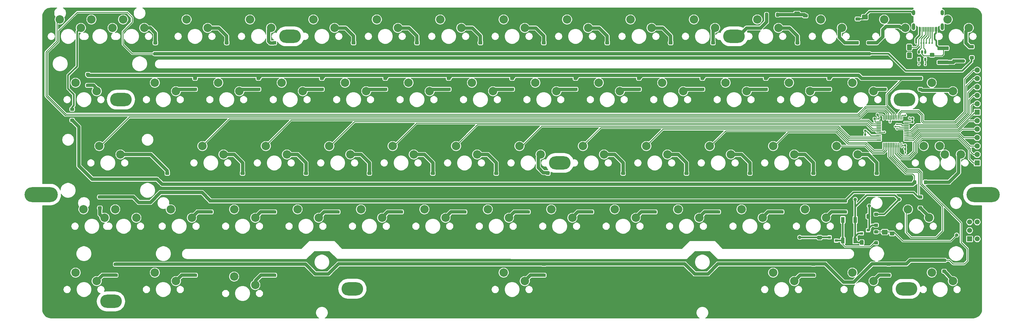
<source format=gbr>
G04 #@! TF.GenerationSoftware,KiCad,Pcbnew,5.1.4*
G04 #@! TF.CreationDate,2019-09-16T11:06:54-03:00*
G04 #@! TF.ProjectId,arcticPCB,61726374-6963-4504-9342-2e6b69636164,0.1.1*
G04 #@! TF.SameCoordinates,Original*
G04 #@! TF.FileFunction,Copper,L1,Top*
G04 #@! TF.FilePolarity,Positive*
%FSLAX46Y46*%
G04 Gerber Fmt 4.6, Leading zero omitted, Abs format (unit mm)*
G04 Created by KiCad (PCBNEW 5.1.4) date 2019-09-16 11:06:54*
%MOMM*%
%LPD*%
G04 APERTURE LIST*
%ADD10C,0.254000*%
%ADD11C,1.425000*%
%ADD12C,1.000000*%
%ADD13C,0.975000*%
%ADD14C,2.540000*%
%ADD15C,1.600000*%
%ADD16R,1.600000X1.600000*%
%ADD17O,6.500000X4.000000*%
%ADD18O,10.000000X4.500000*%
%ADD19R,0.900000X0.800000*%
%ADD20C,0.650000*%
%ADD21R,0.650000X1.060000*%
%ADD22C,0.300000*%
%ADD23R,1.475000X0.300000*%
%ADD24R,1.100000X1.800000*%
%ADD25C,1.524000*%
%ADD26R,1.524000X1.524000*%
%ADD27C,1.125000*%
%ADD28C,1.150000*%
%ADD29C,0.590000*%
%ADD30O,1.000000X2.100000*%
%ADD31O,1.000000X1.600000*%
%ADD32C,0.600000*%
%ADD33C,0.500000*%
%ADD34C,0.500000*%
%ADD35C,1.000000*%
%ADD36C,0.127000*%
G04 APERTURE END LIST*
D10*
G36*
X262330504Y-14041204D02*
G01*
X262354773Y-14044804D01*
X262378571Y-14050765D01*
X262401671Y-14059030D01*
X262423849Y-14069520D01*
X262444893Y-14082133D01*
X262464598Y-14096747D01*
X262482777Y-14113223D01*
X262499253Y-14131402D01*
X262513867Y-14151107D01*
X262526480Y-14172151D01*
X262536970Y-14194329D01*
X262545235Y-14217429D01*
X262551196Y-14241227D01*
X262554796Y-14265496D01*
X262556000Y-14290000D01*
X262556000Y-15540000D01*
X262554796Y-15564504D01*
X262551196Y-15588773D01*
X262545235Y-15612571D01*
X262536970Y-15635671D01*
X262526480Y-15657849D01*
X262513867Y-15678893D01*
X262499253Y-15698598D01*
X262482777Y-15716777D01*
X262464598Y-15733253D01*
X262444893Y-15747867D01*
X262423849Y-15760480D01*
X262401671Y-15770970D01*
X262378571Y-15779235D01*
X262354773Y-15785196D01*
X262330504Y-15788796D01*
X262306000Y-15790000D01*
X261381000Y-15790000D01*
X261356496Y-15788796D01*
X261332227Y-15785196D01*
X261308429Y-15779235D01*
X261285329Y-15770970D01*
X261263151Y-15760480D01*
X261242107Y-15747867D01*
X261222402Y-15733253D01*
X261204223Y-15716777D01*
X261187747Y-15698598D01*
X261173133Y-15678893D01*
X261160520Y-15657849D01*
X261150030Y-15635671D01*
X261141765Y-15612571D01*
X261135804Y-15588773D01*
X261132204Y-15564504D01*
X261131000Y-15540000D01*
X261131000Y-14290000D01*
X261132204Y-14265496D01*
X261135804Y-14241227D01*
X261141765Y-14217429D01*
X261150030Y-14194329D01*
X261160520Y-14172151D01*
X261173133Y-14151107D01*
X261187747Y-14131402D01*
X261204223Y-14113223D01*
X261222402Y-14096747D01*
X261242107Y-14082133D01*
X261263151Y-14069520D01*
X261285329Y-14059030D01*
X261308429Y-14050765D01*
X261332227Y-14044804D01*
X261356496Y-14041204D01*
X261381000Y-14040000D01*
X262306000Y-14040000D01*
X262330504Y-14041204D01*
X262330504Y-14041204D01*
G37*
D11*
X261843500Y-14915000D03*
D10*
G36*
X259355504Y-14041204D02*
G01*
X259379773Y-14044804D01*
X259403571Y-14050765D01*
X259426671Y-14059030D01*
X259448849Y-14069520D01*
X259469893Y-14082133D01*
X259489598Y-14096747D01*
X259507777Y-14113223D01*
X259524253Y-14131402D01*
X259538867Y-14151107D01*
X259551480Y-14172151D01*
X259561970Y-14194329D01*
X259570235Y-14217429D01*
X259576196Y-14241227D01*
X259579796Y-14265496D01*
X259581000Y-14290000D01*
X259581000Y-15540000D01*
X259579796Y-15564504D01*
X259576196Y-15588773D01*
X259570235Y-15612571D01*
X259561970Y-15635671D01*
X259551480Y-15657849D01*
X259538867Y-15678893D01*
X259524253Y-15698598D01*
X259507777Y-15716777D01*
X259489598Y-15733253D01*
X259469893Y-15747867D01*
X259448849Y-15760480D01*
X259426671Y-15770970D01*
X259403571Y-15779235D01*
X259379773Y-15785196D01*
X259355504Y-15788796D01*
X259331000Y-15790000D01*
X258406000Y-15790000D01*
X258381496Y-15788796D01*
X258357227Y-15785196D01*
X258333429Y-15779235D01*
X258310329Y-15770970D01*
X258288151Y-15760480D01*
X258267107Y-15747867D01*
X258247402Y-15733253D01*
X258229223Y-15716777D01*
X258212747Y-15698598D01*
X258198133Y-15678893D01*
X258185520Y-15657849D01*
X258175030Y-15635671D01*
X258166765Y-15612571D01*
X258160804Y-15588773D01*
X258157204Y-15564504D01*
X258156000Y-15540000D01*
X258156000Y-14290000D01*
X258157204Y-14265496D01*
X258160804Y-14241227D01*
X258166765Y-14217429D01*
X258175030Y-14194329D01*
X258185520Y-14172151D01*
X258198133Y-14151107D01*
X258212747Y-14131402D01*
X258229223Y-14113223D01*
X258247402Y-14096747D01*
X258267107Y-14082133D01*
X258288151Y-14069520D01*
X258310329Y-14059030D01*
X258333429Y-14050765D01*
X258357227Y-14044804D01*
X258381496Y-14041204D01*
X258406000Y-14040000D01*
X259331000Y-14040000D01*
X259355504Y-14041204D01*
X259355504Y-14041204D01*
G37*
D11*
X258868500Y-14915000D03*
D10*
G36*
X228749504Y-4726204D02*
G01*
X228773773Y-4729804D01*
X228797571Y-4735765D01*
X228820671Y-4744030D01*
X228842849Y-4754520D01*
X228863893Y-4767133D01*
X228883598Y-4781747D01*
X228901777Y-4798223D01*
X228918253Y-4816402D01*
X228932867Y-4836107D01*
X228945480Y-4857151D01*
X228955970Y-4879329D01*
X228964235Y-4902429D01*
X228970196Y-4926227D01*
X228973796Y-4950496D01*
X228975000Y-4975000D01*
X228975000Y-5900000D01*
X228973796Y-5924504D01*
X228970196Y-5948773D01*
X228964235Y-5972571D01*
X228955970Y-5995671D01*
X228945480Y-6017849D01*
X228932867Y-6038893D01*
X228918253Y-6058598D01*
X228901777Y-6076777D01*
X228883598Y-6093253D01*
X228863893Y-6107867D01*
X228842849Y-6120480D01*
X228820671Y-6130970D01*
X228797571Y-6139235D01*
X228773773Y-6145196D01*
X228749504Y-6148796D01*
X228725000Y-6150000D01*
X227475000Y-6150000D01*
X227450496Y-6148796D01*
X227426227Y-6145196D01*
X227402429Y-6139235D01*
X227379329Y-6130970D01*
X227357151Y-6120480D01*
X227336107Y-6107867D01*
X227316402Y-6093253D01*
X227298223Y-6076777D01*
X227281747Y-6058598D01*
X227267133Y-6038893D01*
X227254520Y-6017849D01*
X227244030Y-5995671D01*
X227235765Y-5972571D01*
X227229804Y-5948773D01*
X227226204Y-5924504D01*
X227225000Y-5900000D01*
X227225000Y-4975000D01*
X227226204Y-4950496D01*
X227229804Y-4926227D01*
X227235765Y-4902429D01*
X227244030Y-4879329D01*
X227254520Y-4857151D01*
X227267133Y-4836107D01*
X227281747Y-4816402D01*
X227298223Y-4798223D01*
X227316402Y-4781747D01*
X227336107Y-4767133D01*
X227357151Y-4754520D01*
X227379329Y-4744030D01*
X227402429Y-4735765D01*
X227426227Y-4729804D01*
X227450496Y-4726204D01*
X227475000Y-4725000D01*
X228725000Y-4725000D01*
X228749504Y-4726204D01*
X228749504Y-4726204D01*
G37*
D11*
X228100000Y-5437500D03*
D10*
G36*
X228749504Y-1751204D02*
G01*
X228773773Y-1754804D01*
X228797571Y-1760765D01*
X228820671Y-1769030D01*
X228842849Y-1779520D01*
X228863893Y-1792133D01*
X228883598Y-1806747D01*
X228901777Y-1823223D01*
X228918253Y-1841402D01*
X228932867Y-1861107D01*
X228945480Y-1882151D01*
X228955970Y-1904329D01*
X228964235Y-1927429D01*
X228970196Y-1951227D01*
X228973796Y-1975496D01*
X228975000Y-2000000D01*
X228975000Y-2925000D01*
X228973796Y-2949504D01*
X228970196Y-2973773D01*
X228964235Y-2997571D01*
X228955970Y-3020671D01*
X228945480Y-3042849D01*
X228932867Y-3063893D01*
X228918253Y-3083598D01*
X228901777Y-3101777D01*
X228883598Y-3118253D01*
X228863893Y-3132867D01*
X228842849Y-3145480D01*
X228820671Y-3155970D01*
X228797571Y-3164235D01*
X228773773Y-3170196D01*
X228749504Y-3173796D01*
X228725000Y-3175000D01*
X227475000Y-3175000D01*
X227450496Y-3173796D01*
X227426227Y-3170196D01*
X227402429Y-3164235D01*
X227379329Y-3155970D01*
X227357151Y-3145480D01*
X227336107Y-3132867D01*
X227316402Y-3118253D01*
X227298223Y-3101777D01*
X227281747Y-3083598D01*
X227267133Y-3063893D01*
X227254520Y-3042849D01*
X227244030Y-3020671D01*
X227235765Y-2997571D01*
X227229804Y-2973773D01*
X227226204Y-2949504D01*
X227225000Y-2925000D01*
X227225000Y-2000000D01*
X227226204Y-1975496D01*
X227229804Y-1951227D01*
X227235765Y-1927429D01*
X227244030Y-1904329D01*
X227254520Y-1882151D01*
X227267133Y-1861107D01*
X227281747Y-1841402D01*
X227298223Y-1823223D01*
X227316402Y-1806747D01*
X227336107Y-1792133D01*
X227357151Y-1779520D01*
X227379329Y-1769030D01*
X227402429Y-1760765D01*
X227426227Y-1754804D01*
X227450496Y-1751204D01*
X227475000Y-1750000D01*
X228725000Y-1750000D01*
X228749504Y-1751204D01*
X228749504Y-1751204D01*
G37*
D11*
X228100000Y-2462500D03*
D10*
G36*
X219224504Y-2101204D02*
G01*
X219248773Y-2104804D01*
X219272571Y-2110765D01*
X219295671Y-2119030D01*
X219317849Y-2129520D01*
X219338893Y-2142133D01*
X219358598Y-2156747D01*
X219376777Y-2173223D01*
X219393253Y-2191402D01*
X219407867Y-2211107D01*
X219420480Y-2232151D01*
X219430970Y-2254329D01*
X219439235Y-2277429D01*
X219445196Y-2301227D01*
X219448796Y-2325496D01*
X219450000Y-2350000D01*
X219450000Y-3050000D01*
X219448796Y-3074504D01*
X219445196Y-3098773D01*
X219439235Y-3122571D01*
X219430970Y-3145671D01*
X219420480Y-3167849D01*
X219407867Y-3188893D01*
X219393253Y-3208598D01*
X219376777Y-3226777D01*
X219358598Y-3243253D01*
X219338893Y-3257867D01*
X219317849Y-3270480D01*
X219295671Y-3280970D01*
X219272571Y-3289235D01*
X219248773Y-3295196D01*
X219224504Y-3298796D01*
X219200000Y-3300000D01*
X218700000Y-3300000D01*
X218675496Y-3298796D01*
X218651227Y-3295196D01*
X218627429Y-3289235D01*
X218604329Y-3280970D01*
X218582151Y-3270480D01*
X218561107Y-3257867D01*
X218541402Y-3243253D01*
X218523223Y-3226777D01*
X218506747Y-3208598D01*
X218492133Y-3188893D01*
X218479520Y-3167849D01*
X218469030Y-3145671D01*
X218460765Y-3122571D01*
X218454804Y-3098773D01*
X218451204Y-3074504D01*
X218450000Y-3050000D01*
X218450000Y-2350000D01*
X218451204Y-2325496D01*
X218454804Y-2301227D01*
X218460765Y-2277429D01*
X218469030Y-2254329D01*
X218479520Y-2232151D01*
X218492133Y-2211107D01*
X218506747Y-2191402D01*
X218523223Y-2173223D01*
X218541402Y-2156747D01*
X218561107Y-2142133D01*
X218582151Y-2129520D01*
X218604329Y-2119030D01*
X218627429Y-2110765D01*
X218651227Y-2104804D01*
X218675496Y-2101204D01*
X218700000Y-2100000D01*
X219200000Y-2100000D01*
X219224504Y-2101204D01*
X219224504Y-2101204D01*
G37*
D12*
X218950000Y-2700000D03*
D10*
G36*
X222524504Y-2101204D02*
G01*
X222548773Y-2104804D01*
X222572571Y-2110765D01*
X222595671Y-2119030D01*
X222617849Y-2129520D01*
X222638893Y-2142133D01*
X222658598Y-2156747D01*
X222676777Y-2173223D01*
X222693253Y-2191402D01*
X222707867Y-2211107D01*
X222720480Y-2232151D01*
X222730970Y-2254329D01*
X222739235Y-2277429D01*
X222745196Y-2301227D01*
X222748796Y-2325496D01*
X222750000Y-2350000D01*
X222750000Y-3050000D01*
X222748796Y-3074504D01*
X222745196Y-3098773D01*
X222739235Y-3122571D01*
X222730970Y-3145671D01*
X222720480Y-3167849D01*
X222707867Y-3188893D01*
X222693253Y-3208598D01*
X222676777Y-3226777D01*
X222658598Y-3243253D01*
X222638893Y-3257867D01*
X222617849Y-3270480D01*
X222595671Y-3280970D01*
X222572571Y-3289235D01*
X222548773Y-3295196D01*
X222524504Y-3298796D01*
X222500000Y-3300000D01*
X222000000Y-3300000D01*
X221975496Y-3298796D01*
X221951227Y-3295196D01*
X221927429Y-3289235D01*
X221904329Y-3280970D01*
X221882151Y-3270480D01*
X221861107Y-3257867D01*
X221841402Y-3243253D01*
X221823223Y-3226777D01*
X221806747Y-3208598D01*
X221792133Y-3188893D01*
X221779520Y-3167849D01*
X221769030Y-3145671D01*
X221760765Y-3122571D01*
X221754804Y-3098773D01*
X221751204Y-3074504D01*
X221750000Y-3050000D01*
X221750000Y-2350000D01*
X221751204Y-2325496D01*
X221754804Y-2301227D01*
X221760765Y-2277429D01*
X221769030Y-2254329D01*
X221779520Y-2232151D01*
X221792133Y-2211107D01*
X221806747Y-2191402D01*
X221823223Y-2173223D01*
X221841402Y-2156747D01*
X221861107Y-2142133D01*
X221882151Y-2129520D01*
X221904329Y-2119030D01*
X221927429Y-2110765D01*
X221951227Y-2104804D01*
X221975496Y-2101204D01*
X222000000Y-2100000D01*
X222500000Y-2100000D01*
X222524504Y-2101204D01*
X222524504Y-2101204D01*
G37*
D12*
X222250000Y-2700000D03*
D10*
G36*
X231080142Y-2526174D02*
G01*
X231103803Y-2529684D01*
X231127007Y-2535496D01*
X231149529Y-2543554D01*
X231171153Y-2553782D01*
X231191670Y-2566079D01*
X231210883Y-2580329D01*
X231228607Y-2596393D01*
X231244671Y-2614117D01*
X231258921Y-2633330D01*
X231271218Y-2653847D01*
X231281446Y-2675471D01*
X231289504Y-2697993D01*
X231295316Y-2721197D01*
X231298826Y-2744858D01*
X231300000Y-2768750D01*
X231300000Y-3256250D01*
X231298826Y-3280142D01*
X231295316Y-3303803D01*
X231289504Y-3327007D01*
X231281446Y-3349529D01*
X231271218Y-3371153D01*
X231258921Y-3391670D01*
X231244671Y-3410883D01*
X231228607Y-3428607D01*
X231210883Y-3444671D01*
X231191670Y-3458921D01*
X231171153Y-3471218D01*
X231149529Y-3481446D01*
X231127007Y-3489504D01*
X231103803Y-3495316D01*
X231080142Y-3498826D01*
X231056250Y-3500000D01*
X230143750Y-3500000D01*
X230119858Y-3498826D01*
X230096197Y-3495316D01*
X230072993Y-3489504D01*
X230050471Y-3481446D01*
X230028847Y-3471218D01*
X230008330Y-3458921D01*
X229989117Y-3444671D01*
X229971393Y-3428607D01*
X229955329Y-3410883D01*
X229941079Y-3391670D01*
X229928782Y-3371153D01*
X229918554Y-3349529D01*
X229910496Y-3327007D01*
X229904684Y-3303803D01*
X229901174Y-3280142D01*
X229900000Y-3256250D01*
X229900000Y-2768750D01*
X229901174Y-2744858D01*
X229904684Y-2721197D01*
X229910496Y-2697993D01*
X229918554Y-2675471D01*
X229928782Y-2653847D01*
X229941079Y-2633330D01*
X229955329Y-2614117D01*
X229971393Y-2596393D01*
X229989117Y-2580329D01*
X230008330Y-2566079D01*
X230028847Y-2553782D01*
X230050471Y-2543554D01*
X230072993Y-2535496D01*
X230096197Y-2529684D01*
X230119858Y-2526174D01*
X230143750Y-2525000D01*
X231056250Y-2525000D01*
X231080142Y-2526174D01*
X231080142Y-2526174D01*
G37*
D13*
X230600000Y-3012500D03*
D10*
G36*
X231080142Y-4401174D02*
G01*
X231103803Y-4404684D01*
X231127007Y-4410496D01*
X231149529Y-4418554D01*
X231171153Y-4428782D01*
X231191670Y-4441079D01*
X231210883Y-4455329D01*
X231228607Y-4471393D01*
X231244671Y-4489117D01*
X231258921Y-4508330D01*
X231271218Y-4528847D01*
X231281446Y-4550471D01*
X231289504Y-4572993D01*
X231295316Y-4596197D01*
X231298826Y-4619858D01*
X231300000Y-4643750D01*
X231300000Y-5131250D01*
X231298826Y-5155142D01*
X231295316Y-5178803D01*
X231289504Y-5202007D01*
X231281446Y-5224529D01*
X231271218Y-5246153D01*
X231258921Y-5266670D01*
X231244671Y-5285883D01*
X231228607Y-5303607D01*
X231210883Y-5319671D01*
X231191670Y-5333921D01*
X231171153Y-5346218D01*
X231149529Y-5356446D01*
X231127007Y-5364504D01*
X231103803Y-5370316D01*
X231080142Y-5373826D01*
X231056250Y-5375000D01*
X230143750Y-5375000D01*
X230119858Y-5373826D01*
X230096197Y-5370316D01*
X230072993Y-5364504D01*
X230050471Y-5356446D01*
X230028847Y-5346218D01*
X230008330Y-5333921D01*
X229989117Y-5319671D01*
X229971393Y-5303607D01*
X229955329Y-5285883D01*
X229941079Y-5266670D01*
X229928782Y-5246153D01*
X229918554Y-5224529D01*
X229910496Y-5202007D01*
X229904684Y-5178803D01*
X229901174Y-5155142D01*
X229900000Y-5131250D01*
X229900000Y-4643750D01*
X229901174Y-4619858D01*
X229904684Y-4596197D01*
X229910496Y-4572993D01*
X229918554Y-4550471D01*
X229928782Y-4528847D01*
X229941079Y-4508330D01*
X229955329Y-4489117D01*
X229971393Y-4471393D01*
X229989117Y-4455329D01*
X230008330Y-4441079D01*
X230028847Y-4428782D01*
X230050471Y-4418554D01*
X230072993Y-4410496D01*
X230096197Y-4404684D01*
X230119858Y-4401174D01*
X230143750Y-4400000D01*
X231056250Y-4400000D01*
X231080142Y-4401174D01*
X231080142Y-4401174D01*
G37*
D13*
X230600000Y-4887500D03*
D14*
X251084880Y-25710080D03*
X244734880Y-23170080D03*
X246322360Y-44760160D03*
X239972360Y-42220160D03*
D15*
X282200000Y-34600000D03*
X282200000Y-37140000D03*
X282200000Y-39680000D03*
X282200000Y-42220000D03*
X282200000Y-44760000D03*
D16*
X282200000Y-47300000D03*
D15*
X282200000Y-19360000D03*
X282200000Y-21900000D03*
X282200000Y-24440000D03*
X282200000Y-26980000D03*
X282200000Y-29520000D03*
D16*
X282200000Y-32060000D03*
D14*
X12958880Y-6660000D03*
X6608880Y-4120000D03*
X32008960Y-6660000D03*
X25658960Y-4120000D03*
D10*
G36*
X10714014Y-30651204D02*
G01*
X10738283Y-30654804D01*
X10762081Y-30660765D01*
X10785181Y-30669030D01*
X10807359Y-30679520D01*
X10828403Y-30692133D01*
X10848108Y-30706747D01*
X10866287Y-30723223D01*
X10882763Y-30741402D01*
X10897377Y-30761107D01*
X10909990Y-30782151D01*
X10920480Y-30804329D01*
X10928745Y-30827429D01*
X10934706Y-30851227D01*
X10938306Y-30875496D01*
X10939510Y-30900000D01*
X10939510Y-31400000D01*
X10938306Y-31424504D01*
X10934706Y-31448773D01*
X10928745Y-31472571D01*
X10920480Y-31495671D01*
X10909990Y-31517849D01*
X10897377Y-31538893D01*
X10882763Y-31558598D01*
X10866287Y-31576777D01*
X10848108Y-31593253D01*
X10828403Y-31607867D01*
X10807359Y-31620480D01*
X10785181Y-31630970D01*
X10762081Y-31639235D01*
X10738283Y-31645196D01*
X10714014Y-31648796D01*
X10689510Y-31650000D01*
X9989510Y-31650000D01*
X9965006Y-31648796D01*
X9940737Y-31645196D01*
X9916939Y-31639235D01*
X9893839Y-31630970D01*
X9871661Y-31620480D01*
X9850617Y-31607867D01*
X9830912Y-31593253D01*
X9812733Y-31576777D01*
X9796257Y-31558598D01*
X9781643Y-31538893D01*
X9769030Y-31517849D01*
X9758540Y-31495671D01*
X9750275Y-31472571D01*
X9744314Y-31448773D01*
X9740714Y-31424504D01*
X9739510Y-31400000D01*
X9739510Y-30900000D01*
X9740714Y-30875496D01*
X9744314Y-30851227D01*
X9750275Y-30827429D01*
X9758540Y-30804329D01*
X9769030Y-30782151D01*
X9781643Y-30761107D01*
X9796257Y-30741402D01*
X9812733Y-30723223D01*
X9830912Y-30706747D01*
X9850617Y-30692133D01*
X9871661Y-30679520D01*
X9893839Y-30669030D01*
X9916939Y-30660765D01*
X9940737Y-30654804D01*
X9965006Y-30651204D01*
X9989510Y-30650000D01*
X10689510Y-30650000D01*
X10714014Y-30651204D01*
X10714014Y-30651204D01*
G37*
D12*
X10339510Y-31150000D03*
D10*
G36*
X10714014Y-33951204D02*
G01*
X10738283Y-33954804D01*
X10762081Y-33960765D01*
X10785181Y-33969030D01*
X10807359Y-33979520D01*
X10828403Y-33992133D01*
X10848108Y-34006747D01*
X10866287Y-34023223D01*
X10882763Y-34041402D01*
X10897377Y-34061107D01*
X10909990Y-34082151D01*
X10920480Y-34104329D01*
X10928745Y-34127429D01*
X10934706Y-34151227D01*
X10938306Y-34175496D01*
X10939510Y-34200000D01*
X10939510Y-34700000D01*
X10938306Y-34724504D01*
X10934706Y-34748773D01*
X10928745Y-34772571D01*
X10920480Y-34795671D01*
X10909990Y-34817849D01*
X10897377Y-34838893D01*
X10882763Y-34858598D01*
X10866287Y-34876777D01*
X10848108Y-34893253D01*
X10828403Y-34907867D01*
X10807359Y-34920480D01*
X10785181Y-34930970D01*
X10762081Y-34939235D01*
X10738283Y-34945196D01*
X10714014Y-34948796D01*
X10689510Y-34950000D01*
X9989510Y-34950000D01*
X9965006Y-34948796D01*
X9940737Y-34945196D01*
X9916939Y-34939235D01*
X9893839Y-34930970D01*
X9871661Y-34920480D01*
X9850617Y-34907867D01*
X9830912Y-34893253D01*
X9812733Y-34876777D01*
X9796257Y-34858598D01*
X9781643Y-34838893D01*
X9769030Y-34817849D01*
X9758540Y-34795671D01*
X9750275Y-34772571D01*
X9744314Y-34748773D01*
X9740714Y-34724504D01*
X9739510Y-34700000D01*
X9739510Y-34200000D01*
X9740714Y-34175496D01*
X9744314Y-34151227D01*
X9750275Y-34127429D01*
X9758540Y-34104329D01*
X9769030Y-34082151D01*
X9781643Y-34061107D01*
X9796257Y-34041402D01*
X9812733Y-34023223D01*
X9830912Y-34006747D01*
X9850617Y-33992133D01*
X9871661Y-33979520D01*
X9893839Y-33969030D01*
X9916939Y-33960765D01*
X9940737Y-33954804D01*
X9965006Y-33951204D01*
X9989510Y-33950000D01*
X10689510Y-33950000D01*
X10714014Y-33951204D01*
X10714014Y-33951204D01*
G37*
D12*
X10339510Y-34450000D03*
D14*
X270928740Y-42220160D03*
X277278740Y-44760160D03*
X13752660Y-61270240D03*
X20102660Y-63810240D03*
X46296520Y-63810240D03*
X39946520Y-61270240D03*
D10*
G36*
X19048424Y-60357664D02*
G01*
X19072693Y-60361264D01*
X19096491Y-60367225D01*
X19119591Y-60375490D01*
X19141769Y-60385980D01*
X19162813Y-60398593D01*
X19182518Y-60413207D01*
X19200697Y-60429683D01*
X19217173Y-60447862D01*
X19231787Y-60467567D01*
X19244400Y-60488611D01*
X19254890Y-60510789D01*
X19263155Y-60533889D01*
X19269116Y-60557687D01*
X19272716Y-60581956D01*
X19273920Y-60606460D01*
X19273920Y-61106460D01*
X19272716Y-61130964D01*
X19269116Y-61155233D01*
X19263155Y-61179031D01*
X19254890Y-61202131D01*
X19244400Y-61224309D01*
X19231787Y-61245353D01*
X19217173Y-61265058D01*
X19200697Y-61283237D01*
X19182518Y-61299713D01*
X19162813Y-61314327D01*
X19141769Y-61326940D01*
X19119591Y-61337430D01*
X19096491Y-61345695D01*
X19072693Y-61351656D01*
X19048424Y-61355256D01*
X19023920Y-61356460D01*
X18323920Y-61356460D01*
X18299416Y-61355256D01*
X18275147Y-61351656D01*
X18251349Y-61345695D01*
X18228249Y-61337430D01*
X18206071Y-61326940D01*
X18185027Y-61314327D01*
X18165322Y-61299713D01*
X18147143Y-61283237D01*
X18130667Y-61265058D01*
X18116053Y-61245353D01*
X18103440Y-61224309D01*
X18092950Y-61202131D01*
X18084685Y-61179031D01*
X18078724Y-61155233D01*
X18075124Y-61130964D01*
X18073920Y-61106460D01*
X18073920Y-60606460D01*
X18075124Y-60581956D01*
X18078724Y-60557687D01*
X18084685Y-60533889D01*
X18092950Y-60510789D01*
X18103440Y-60488611D01*
X18116053Y-60467567D01*
X18130667Y-60447862D01*
X18147143Y-60429683D01*
X18165322Y-60413207D01*
X18185027Y-60398593D01*
X18206071Y-60385980D01*
X18228249Y-60375490D01*
X18251349Y-60367225D01*
X18275147Y-60361264D01*
X18299416Y-60357664D01*
X18323920Y-60356460D01*
X19023920Y-60356460D01*
X19048424Y-60357664D01*
X19048424Y-60357664D01*
G37*
D12*
X18673920Y-60856460D03*
D10*
G36*
X19048424Y-57057664D02*
G01*
X19072693Y-57061264D01*
X19096491Y-57067225D01*
X19119591Y-57075490D01*
X19141769Y-57085980D01*
X19162813Y-57098593D01*
X19182518Y-57113207D01*
X19200697Y-57129683D01*
X19217173Y-57147862D01*
X19231787Y-57167567D01*
X19244400Y-57188611D01*
X19254890Y-57210789D01*
X19263155Y-57233889D01*
X19269116Y-57257687D01*
X19272716Y-57281956D01*
X19273920Y-57306460D01*
X19273920Y-57806460D01*
X19272716Y-57830964D01*
X19269116Y-57855233D01*
X19263155Y-57879031D01*
X19254890Y-57902131D01*
X19244400Y-57924309D01*
X19231787Y-57945353D01*
X19217173Y-57965058D01*
X19200697Y-57983237D01*
X19182518Y-57999713D01*
X19162813Y-58014327D01*
X19141769Y-58026940D01*
X19119591Y-58037430D01*
X19096491Y-58045695D01*
X19072693Y-58051656D01*
X19048424Y-58055256D01*
X19023920Y-58056460D01*
X18323920Y-58056460D01*
X18299416Y-58055256D01*
X18275147Y-58051656D01*
X18251349Y-58045695D01*
X18228249Y-58037430D01*
X18206071Y-58026940D01*
X18185027Y-58014327D01*
X18165322Y-57999713D01*
X18147143Y-57983237D01*
X18130667Y-57965058D01*
X18116053Y-57945353D01*
X18103440Y-57924309D01*
X18092950Y-57902131D01*
X18084685Y-57879031D01*
X18078724Y-57855233D01*
X18075124Y-57830964D01*
X18073920Y-57806460D01*
X18073920Y-57306460D01*
X18075124Y-57281956D01*
X18078724Y-57257687D01*
X18084685Y-57233889D01*
X18092950Y-57210789D01*
X18103440Y-57188611D01*
X18116053Y-57167567D01*
X18130667Y-57147862D01*
X18147143Y-57129683D01*
X18165322Y-57113207D01*
X18185027Y-57098593D01*
X18206071Y-57085980D01*
X18228249Y-57075490D01*
X18251349Y-57067225D01*
X18275147Y-57061264D01*
X18299416Y-57057664D01*
X18323920Y-57056460D01*
X19023920Y-57056460D01*
X19048424Y-57057664D01*
X19048424Y-57057664D01*
G37*
D12*
X18673920Y-57556460D03*
D14*
X11371400Y-80320320D03*
X17721400Y-82860320D03*
X41534000Y-82860320D03*
X35184000Y-80320320D03*
X58996600Y-81510950D03*
X65346600Y-84050950D03*
D10*
G36*
X23810944Y-80598374D02*
G01*
X23835213Y-80601974D01*
X23859011Y-80607935D01*
X23882111Y-80616200D01*
X23904289Y-80626690D01*
X23925333Y-80639303D01*
X23945038Y-80653917D01*
X23963217Y-80670393D01*
X23979693Y-80688572D01*
X23994307Y-80708277D01*
X24006920Y-80729321D01*
X24017410Y-80751499D01*
X24025675Y-80774599D01*
X24031636Y-80798397D01*
X24035236Y-80822666D01*
X24036440Y-80847170D01*
X24036440Y-81347170D01*
X24035236Y-81371674D01*
X24031636Y-81395943D01*
X24025675Y-81419741D01*
X24017410Y-81442841D01*
X24006920Y-81465019D01*
X23994307Y-81486063D01*
X23979693Y-81505768D01*
X23963217Y-81523947D01*
X23945038Y-81540423D01*
X23925333Y-81555037D01*
X23904289Y-81567650D01*
X23882111Y-81578140D01*
X23859011Y-81586405D01*
X23835213Y-81592366D01*
X23810944Y-81595966D01*
X23786440Y-81597170D01*
X23086440Y-81597170D01*
X23061936Y-81595966D01*
X23037667Y-81592366D01*
X23013869Y-81586405D01*
X22990769Y-81578140D01*
X22968591Y-81567650D01*
X22947547Y-81555037D01*
X22927842Y-81540423D01*
X22909663Y-81523947D01*
X22893187Y-81505768D01*
X22878573Y-81486063D01*
X22865960Y-81465019D01*
X22855470Y-81442841D01*
X22847205Y-81419741D01*
X22841244Y-81395943D01*
X22837644Y-81371674D01*
X22836440Y-81347170D01*
X22836440Y-80847170D01*
X22837644Y-80822666D01*
X22841244Y-80798397D01*
X22847205Y-80774599D01*
X22855470Y-80751499D01*
X22865960Y-80729321D01*
X22878573Y-80708277D01*
X22893187Y-80688572D01*
X22909663Y-80670393D01*
X22927842Y-80653917D01*
X22947547Y-80639303D01*
X22968591Y-80626690D01*
X22990769Y-80616200D01*
X23013869Y-80607935D01*
X23037667Y-80601974D01*
X23061936Y-80598374D01*
X23086440Y-80597170D01*
X23786440Y-80597170D01*
X23810944Y-80598374D01*
X23810944Y-80598374D01*
G37*
D12*
X23436440Y-81097170D03*
D10*
G36*
X23810944Y-77298374D02*
G01*
X23835213Y-77301974D01*
X23859011Y-77307935D01*
X23882111Y-77316200D01*
X23904289Y-77326690D01*
X23925333Y-77339303D01*
X23945038Y-77353917D01*
X23963217Y-77370393D01*
X23979693Y-77388572D01*
X23994307Y-77408277D01*
X24006920Y-77429321D01*
X24017410Y-77451499D01*
X24025675Y-77474599D01*
X24031636Y-77498397D01*
X24035236Y-77522666D01*
X24036440Y-77547170D01*
X24036440Y-78047170D01*
X24035236Y-78071674D01*
X24031636Y-78095943D01*
X24025675Y-78119741D01*
X24017410Y-78142841D01*
X24006920Y-78165019D01*
X23994307Y-78186063D01*
X23979693Y-78205768D01*
X23963217Y-78223947D01*
X23945038Y-78240423D01*
X23925333Y-78255037D01*
X23904289Y-78267650D01*
X23882111Y-78278140D01*
X23859011Y-78286405D01*
X23835213Y-78292366D01*
X23810944Y-78295966D01*
X23786440Y-78297170D01*
X23086440Y-78297170D01*
X23061936Y-78295966D01*
X23037667Y-78292366D01*
X23013869Y-78286405D01*
X22990769Y-78278140D01*
X22968591Y-78267650D01*
X22947547Y-78255037D01*
X22927842Y-78240423D01*
X22909663Y-78223947D01*
X22893187Y-78205768D01*
X22878573Y-78186063D01*
X22865960Y-78165019D01*
X22855470Y-78142841D01*
X22847205Y-78119741D01*
X22841244Y-78095943D01*
X22837644Y-78071674D01*
X22836440Y-78047170D01*
X22836440Y-77547170D01*
X22837644Y-77522666D01*
X22841244Y-77498397D01*
X22847205Y-77474599D01*
X22855470Y-77451499D01*
X22865960Y-77429321D01*
X22878573Y-77408277D01*
X22893187Y-77388572D01*
X22909663Y-77370393D01*
X22927842Y-77353917D01*
X22947547Y-77339303D01*
X22968591Y-77326690D01*
X22990769Y-77316200D01*
X23013869Y-77307935D01*
X23037667Y-77301974D01*
X23061936Y-77298374D01*
X23086440Y-77297170D01*
X23786440Y-77297170D01*
X23810944Y-77298374D01*
X23810944Y-77298374D01*
G37*
D12*
X23436440Y-77797170D03*
D10*
G36*
X47623544Y-80598374D02*
G01*
X47647813Y-80601974D01*
X47671611Y-80607935D01*
X47694711Y-80616200D01*
X47716889Y-80626690D01*
X47737933Y-80639303D01*
X47757638Y-80653917D01*
X47775817Y-80670393D01*
X47792293Y-80688572D01*
X47806907Y-80708277D01*
X47819520Y-80729321D01*
X47830010Y-80751499D01*
X47838275Y-80774599D01*
X47844236Y-80798397D01*
X47847836Y-80822666D01*
X47849040Y-80847170D01*
X47849040Y-81347170D01*
X47847836Y-81371674D01*
X47844236Y-81395943D01*
X47838275Y-81419741D01*
X47830010Y-81442841D01*
X47819520Y-81465019D01*
X47806907Y-81486063D01*
X47792293Y-81505768D01*
X47775817Y-81523947D01*
X47757638Y-81540423D01*
X47737933Y-81555037D01*
X47716889Y-81567650D01*
X47694711Y-81578140D01*
X47671611Y-81586405D01*
X47647813Y-81592366D01*
X47623544Y-81595966D01*
X47599040Y-81597170D01*
X46899040Y-81597170D01*
X46874536Y-81595966D01*
X46850267Y-81592366D01*
X46826469Y-81586405D01*
X46803369Y-81578140D01*
X46781191Y-81567650D01*
X46760147Y-81555037D01*
X46740442Y-81540423D01*
X46722263Y-81523947D01*
X46705787Y-81505768D01*
X46691173Y-81486063D01*
X46678560Y-81465019D01*
X46668070Y-81442841D01*
X46659805Y-81419741D01*
X46653844Y-81395943D01*
X46650244Y-81371674D01*
X46649040Y-81347170D01*
X46649040Y-80847170D01*
X46650244Y-80822666D01*
X46653844Y-80798397D01*
X46659805Y-80774599D01*
X46668070Y-80751499D01*
X46678560Y-80729321D01*
X46691173Y-80708277D01*
X46705787Y-80688572D01*
X46722263Y-80670393D01*
X46740442Y-80653917D01*
X46760147Y-80639303D01*
X46781191Y-80626690D01*
X46803369Y-80616200D01*
X46826469Y-80607935D01*
X46850267Y-80601974D01*
X46874536Y-80598374D01*
X46899040Y-80597170D01*
X47599040Y-80597170D01*
X47623544Y-80598374D01*
X47623544Y-80598374D01*
G37*
D12*
X47249040Y-81097170D03*
D10*
G36*
X47623544Y-77298374D02*
G01*
X47647813Y-77301974D01*
X47671611Y-77307935D01*
X47694711Y-77316200D01*
X47716889Y-77326690D01*
X47737933Y-77339303D01*
X47757638Y-77353917D01*
X47775817Y-77370393D01*
X47792293Y-77388572D01*
X47806907Y-77408277D01*
X47819520Y-77429321D01*
X47830010Y-77451499D01*
X47838275Y-77474599D01*
X47844236Y-77498397D01*
X47847836Y-77522666D01*
X47849040Y-77547170D01*
X47849040Y-78047170D01*
X47847836Y-78071674D01*
X47844236Y-78095943D01*
X47838275Y-78119741D01*
X47830010Y-78142841D01*
X47819520Y-78165019D01*
X47806907Y-78186063D01*
X47792293Y-78205768D01*
X47775817Y-78223947D01*
X47757638Y-78240423D01*
X47737933Y-78255037D01*
X47716889Y-78267650D01*
X47694711Y-78278140D01*
X47671611Y-78286405D01*
X47647813Y-78292366D01*
X47623544Y-78295966D01*
X47599040Y-78297170D01*
X46899040Y-78297170D01*
X46874536Y-78295966D01*
X46850267Y-78292366D01*
X46826469Y-78286405D01*
X46803369Y-78278140D01*
X46781191Y-78267650D01*
X46760147Y-78255037D01*
X46740442Y-78240423D01*
X46722263Y-78223947D01*
X46705787Y-78205768D01*
X46691173Y-78186063D01*
X46678560Y-78165019D01*
X46668070Y-78142841D01*
X46659805Y-78119741D01*
X46653844Y-78095943D01*
X46650244Y-78071674D01*
X46649040Y-78047170D01*
X46649040Y-77547170D01*
X46650244Y-77522666D01*
X46653844Y-77498397D01*
X46659805Y-77474599D01*
X46668070Y-77451499D01*
X46678560Y-77429321D01*
X46691173Y-77408277D01*
X46705787Y-77388572D01*
X46722263Y-77370393D01*
X46740442Y-77353917D01*
X46760147Y-77339303D01*
X46781191Y-77326690D01*
X46803369Y-77316200D01*
X46826469Y-77307935D01*
X46850267Y-77301974D01*
X46874536Y-77298374D01*
X46899040Y-77297170D01*
X47599040Y-77297170D01*
X47623544Y-77298374D01*
X47623544Y-77298374D01*
G37*
D12*
X47249040Y-77797170D03*
D10*
G36*
X71436144Y-80598374D02*
G01*
X71460413Y-80601974D01*
X71484211Y-80607935D01*
X71507311Y-80616200D01*
X71529489Y-80626690D01*
X71550533Y-80639303D01*
X71570238Y-80653917D01*
X71588417Y-80670393D01*
X71604893Y-80688572D01*
X71619507Y-80708277D01*
X71632120Y-80729321D01*
X71642610Y-80751499D01*
X71650875Y-80774599D01*
X71656836Y-80798397D01*
X71660436Y-80822666D01*
X71661640Y-80847170D01*
X71661640Y-81347170D01*
X71660436Y-81371674D01*
X71656836Y-81395943D01*
X71650875Y-81419741D01*
X71642610Y-81442841D01*
X71632120Y-81465019D01*
X71619507Y-81486063D01*
X71604893Y-81505768D01*
X71588417Y-81523947D01*
X71570238Y-81540423D01*
X71550533Y-81555037D01*
X71529489Y-81567650D01*
X71507311Y-81578140D01*
X71484211Y-81586405D01*
X71460413Y-81592366D01*
X71436144Y-81595966D01*
X71411640Y-81597170D01*
X70711640Y-81597170D01*
X70687136Y-81595966D01*
X70662867Y-81592366D01*
X70639069Y-81586405D01*
X70615969Y-81578140D01*
X70593791Y-81567650D01*
X70572747Y-81555037D01*
X70553042Y-81540423D01*
X70534863Y-81523947D01*
X70518387Y-81505768D01*
X70503773Y-81486063D01*
X70491160Y-81465019D01*
X70480670Y-81442841D01*
X70472405Y-81419741D01*
X70466444Y-81395943D01*
X70462844Y-81371674D01*
X70461640Y-81347170D01*
X70461640Y-80847170D01*
X70462844Y-80822666D01*
X70466444Y-80798397D01*
X70472405Y-80774599D01*
X70480670Y-80751499D01*
X70491160Y-80729321D01*
X70503773Y-80708277D01*
X70518387Y-80688572D01*
X70534863Y-80670393D01*
X70553042Y-80653917D01*
X70572747Y-80639303D01*
X70593791Y-80626690D01*
X70615969Y-80616200D01*
X70639069Y-80607935D01*
X70662867Y-80601974D01*
X70687136Y-80598374D01*
X70711640Y-80597170D01*
X71411640Y-80597170D01*
X71436144Y-80598374D01*
X71436144Y-80598374D01*
G37*
D12*
X71061640Y-81097170D03*
D10*
G36*
X71436144Y-77298374D02*
G01*
X71460413Y-77301974D01*
X71484211Y-77307935D01*
X71507311Y-77316200D01*
X71529489Y-77326690D01*
X71550533Y-77339303D01*
X71570238Y-77353917D01*
X71588417Y-77370393D01*
X71604893Y-77388572D01*
X71619507Y-77408277D01*
X71632120Y-77429321D01*
X71642610Y-77451499D01*
X71650875Y-77474599D01*
X71656836Y-77498397D01*
X71660436Y-77522666D01*
X71661640Y-77547170D01*
X71661640Y-78047170D01*
X71660436Y-78071674D01*
X71656836Y-78095943D01*
X71650875Y-78119741D01*
X71642610Y-78142841D01*
X71632120Y-78165019D01*
X71619507Y-78186063D01*
X71604893Y-78205768D01*
X71588417Y-78223947D01*
X71570238Y-78240423D01*
X71550533Y-78255037D01*
X71529489Y-78267650D01*
X71507311Y-78278140D01*
X71484211Y-78286405D01*
X71460413Y-78292366D01*
X71436144Y-78295966D01*
X71411640Y-78297170D01*
X70711640Y-78297170D01*
X70687136Y-78295966D01*
X70662867Y-78292366D01*
X70639069Y-78286405D01*
X70615969Y-78278140D01*
X70593791Y-78267650D01*
X70572747Y-78255037D01*
X70553042Y-78240423D01*
X70534863Y-78223947D01*
X70518387Y-78205768D01*
X70503773Y-78186063D01*
X70491160Y-78165019D01*
X70480670Y-78142841D01*
X70472405Y-78119741D01*
X70466444Y-78095943D01*
X70462844Y-78071674D01*
X70461640Y-78047170D01*
X70461640Y-77547170D01*
X70462844Y-77522666D01*
X70466444Y-77498397D01*
X70472405Y-77474599D01*
X70480670Y-77451499D01*
X70491160Y-77429321D01*
X70503773Y-77408277D01*
X70518387Y-77388572D01*
X70534863Y-77370393D01*
X70553042Y-77353917D01*
X70572747Y-77339303D01*
X70593791Y-77326690D01*
X70615969Y-77316200D01*
X70639069Y-77307935D01*
X70662867Y-77301974D01*
X70687136Y-77298374D01*
X70711640Y-77297170D01*
X71411640Y-77297170D01*
X71436144Y-77298374D01*
X71436144Y-77298374D01*
G37*
D12*
X71061640Y-77797170D03*
D14*
X139959440Y-80320320D03*
X146309440Y-82860320D03*
D10*
G36*
X152398984Y-80598374D02*
G01*
X152423253Y-80601974D01*
X152447051Y-80607935D01*
X152470151Y-80616200D01*
X152492329Y-80626690D01*
X152513373Y-80639303D01*
X152533078Y-80653917D01*
X152551257Y-80670393D01*
X152567733Y-80688572D01*
X152582347Y-80708277D01*
X152594960Y-80729321D01*
X152605450Y-80751499D01*
X152613715Y-80774599D01*
X152619676Y-80798397D01*
X152623276Y-80822666D01*
X152624480Y-80847170D01*
X152624480Y-81347170D01*
X152623276Y-81371674D01*
X152619676Y-81395943D01*
X152613715Y-81419741D01*
X152605450Y-81442841D01*
X152594960Y-81465019D01*
X152582347Y-81486063D01*
X152567733Y-81505768D01*
X152551257Y-81523947D01*
X152533078Y-81540423D01*
X152513373Y-81555037D01*
X152492329Y-81567650D01*
X152470151Y-81578140D01*
X152447051Y-81586405D01*
X152423253Y-81592366D01*
X152398984Y-81595966D01*
X152374480Y-81597170D01*
X151674480Y-81597170D01*
X151649976Y-81595966D01*
X151625707Y-81592366D01*
X151601909Y-81586405D01*
X151578809Y-81578140D01*
X151556631Y-81567650D01*
X151535587Y-81555037D01*
X151515882Y-81540423D01*
X151497703Y-81523947D01*
X151481227Y-81505768D01*
X151466613Y-81486063D01*
X151454000Y-81465019D01*
X151443510Y-81442841D01*
X151435245Y-81419741D01*
X151429284Y-81395943D01*
X151425684Y-81371674D01*
X151424480Y-81347170D01*
X151424480Y-80847170D01*
X151425684Y-80822666D01*
X151429284Y-80798397D01*
X151435245Y-80774599D01*
X151443510Y-80751499D01*
X151454000Y-80729321D01*
X151466613Y-80708277D01*
X151481227Y-80688572D01*
X151497703Y-80670393D01*
X151515882Y-80653917D01*
X151535587Y-80639303D01*
X151556631Y-80626690D01*
X151578809Y-80616200D01*
X151601909Y-80607935D01*
X151625707Y-80601974D01*
X151649976Y-80598374D01*
X151674480Y-80597170D01*
X152374480Y-80597170D01*
X152398984Y-80598374D01*
X152398984Y-80598374D01*
G37*
D12*
X152024480Y-81097170D03*
D10*
G36*
X152398984Y-77298374D02*
G01*
X152423253Y-77301974D01*
X152447051Y-77307935D01*
X152470151Y-77316200D01*
X152492329Y-77326690D01*
X152513373Y-77339303D01*
X152533078Y-77353917D01*
X152551257Y-77370393D01*
X152567733Y-77388572D01*
X152582347Y-77408277D01*
X152594960Y-77429321D01*
X152605450Y-77451499D01*
X152613715Y-77474599D01*
X152619676Y-77498397D01*
X152623276Y-77522666D01*
X152624480Y-77547170D01*
X152624480Y-78047170D01*
X152623276Y-78071674D01*
X152619676Y-78095943D01*
X152613715Y-78119741D01*
X152605450Y-78142841D01*
X152594960Y-78165019D01*
X152582347Y-78186063D01*
X152567733Y-78205768D01*
X152551257Y-78223947D01*
X152533078Y-78240423D01*
X152513373Y-78255037D01*
X152492329Y-78267650D01*
X152470151Y-78278140D01*
X152447051Y-78286405D01*
X152423253Y-78292366D01*
X152398984Y-78295966D01*
X152374480Y-78297170D01*
X151674480Y-78297170D01*
X151649976Y-78295966D01*
X151625707Y-78292366D01*
X151601909Y-78286405D01*
X151578809Y-78278140D01*
X151556631Y-78267650D01*
X151535587Y-78255037D01*
X151515882Y-78240423D01*
X151497703Y-78223947D01*
X151481227Y-78205768D01*
X151466613Y-78186063D01*
X151454000Y-78165019D01*
X151443510Y-78142841D01*
X151435245Y-78119741D01*
X151429284Y-78095943D01*
X151425684Y-78071674D01*
X151424480Y-78047170D01*
X151424480Y-77547170D01*
X151425684Y-77522666D01*
X151429284Y-77498397D01*
X151435245Y-77474599D01*
X151443510Y-77451499D01*
X151454000Y-77429321D01*
X151466613Y-77408277D01*
X151481227Y-77388572D01*
X151497703Y-77370393D01*
X151515882Y-77353917D01*
X151535587Y-77339303D01*
X151556631Y-77326690D01*
X151578809Y-77316200D01*
X151601909Y-77307935D01*
X151625707Y-77301974D01*
X151649976Y-77298374D01*
X151674480Y-77297170D01*
X152374480Y-77297170D01*
X152398984Y-77298374D01*
X152398984Y-77298374D01*
G37*
D12*
X152024480Y-77797170D03*
D14*
X220922280Y-80320320D03*
X227272280Y-82860320D03*
X251084880Y-82860320D03*
X244734880Y-80320320D03*
X268547480Y-80320320D03*
X274897480Y-82860320D03*
D10*
G36*
X233361824Y-80598374D02*
G01*
X233386093Y-80601974D01*
X233409891Y-80607935D01*
X233432991Y-80616200D01*
X233455169Y-80626690D01*
X233476213Y-80639303D01*
X233495918Y-80653917D01*
X233514097Y-80670393D01*
X233530573Y-80688572D01*
X233545187Y-80708277D01*
X233557800Y-80729321D01*
X233568290Y-80751499D01*
X233576555Y-80774599D01*
X233582516Y-80798397D01*
X233586116Y-80822666D01*
X233587320Y-80847170D01*
X233587320Y-81347170D01*
X233586116Y-81371674D01*
X233582516Y-81395943D01*
X233576555Y-81419741D01*
X233568290Y-81442841D01*
X233557800Y-81465019D01*
X233545187Y-81486063D01*
X233530573Y-81505768D01*
X233514097Y-81523947D01*
X233495918Y-81540423D01*
X233476213Y-81555037D01*
X233455169Y-81567650D01*
X233432991Y-81578140D01*
X233409891Y-81586405D01*
X233386093Y-81592366D01*
X233361824Y-81595966D01*
X233337320Y-81597170D01*
X232637320Y-81597170D01*
X232612816Y-81595966D01*
X232588547Y-81592366D01*
X232564749Y-81586405D01*
X232541649Y-81578140D01*
X232519471Y-81567650D01*
X232498427Y-81555037D01*
X232478722Y-81540423D01*
X232460543Y-81523947D01*
X232444067Y-81505768D01*
X232429453Y-81486063D01*
X232416840Y-81465019D01*
X232406350Y-81442841D01*
X232398085Y-81419741D01*
X232392124Y-81395943D01*
X232388524Y-81371674D01*
X232387320Y-81347170D01*
X232387320Y-80847170D01*
X232388524Y-80822666D01*
X232392124Y-80798397D01*
X232398085Y-80774599D01*
X232406350Y-80751499D01*
X232416840Y-80729321D01*
X232429453Y-80708277D01*
X232444067Y-80688572D01*
X232460543Y-80670393D01*
X232478722Y-80653917D01*
X232498427Y-80639303D01*
X232519471Y-80626690D01*
X232541649Y-80616200D01*
X232564749Y-80607935D01*
X232588547Y-80601974D01*
X232612816Y-80598374D01*
X232637320Y-80597170D01*
X233337320Y-80597170D01*
X233361824Y-80598374D01*
X233361824Y-80598374D01*
G37*
D12*
X232987320Y-81097170D03*
D10*
G36*
X233361824Y-77298374D02*
G01*
X233386093Y-77301974D01*
X233409891Y-77307935D01*
X233432991Y-77316200D01*
X233455169Y-77326690D01*
X233476213Y-77339303D01*
X233495918Y-77353917D01*
X233514097Y-77370393D01*
X233530573Y-77388572D01*
X233545187Y-77408277D01*
X233557800Y-77429321D01*
X233568290Y-77451499D01*
X233576555Y-77474599D01*
X233582516Y-77498397D01*
X233586116Y-77522666D01*
X233587320Y-77547170D01*
X233587320Y-78047170D01*
X233586116Y-78071674D01*
X233582516Y-78095943D01*
X233576555Y-78119741D01*
X233568290Y-78142841D01*
X233557800Y-78165019D01*
X233545187Y-78186063D01*
X233530573Y-78205768D01*
X233514097Y-78223947D01*
X233495918Y-78240423D01*
X233476213Y-78255037D01*
X233455169Y-78267650D01*
X233432991Y-78278140D01*
X233409891Y-78286405D01*
X233386093Y-78292366D01*
X233361824Y-78295966D01*
X233337320Y-78297170D01*
X232637320Y-78297170D01*
X232612816Y-78295966D01*
X232588547Y-78292366D01*
X232564749Y-78286405D01*
X232541649Y-78278140D01*
X232519471Y-78267650D01*
X232498427Y-78255037D01*
X232478722Y-78240423D01*
X232460543Y-78223947D01*
X232444067Y-78205768D01*
X232429453Y-78186063D01*
X232416840Y-78165019D01*
X232406350Y-78142841D01*
X232398085Y-78119741D01*
X232392124Y-78095943D01*
X232388524Y-78071674D01*
X232387320Y-78047170D01*
X232387320Y-77547170D01*
X232388524Y-77522666D01*
X232392124Y-77498397D01*
X232398085Y-77474599D01*
X232406350Y-77451499D01*
X232416840Y-77429321D01*
X232429453Y-77408277D01*
X232444067Y-77388572D01*
X232460543Y-77370393D01*
X232478722Y-77353917D01*
X232498427Y-77339303D01*
X232519471Y-77326690D01*
X232541649Y-77316200D01*
X232564749Y-77307935D01*
X232588547Y-77301974D01*
X232612816Y-77298374D01*
X232637320Y-77297170D01*
X233337320Y-77297170D01*
X233361824Y-77298374D01*
X233361824Y-77298374D01*
G37*
D12*
X232987320Y-77797170D03*
D10*
G36*
X255983794Y-80598374D02*
G01*
X256008063Y-80601974D01*
X256031861Y-80607935D01*
X256054961Y-80616200D01*
X256077139Y-80626690D01*
X256098183Y-80639303D01*
X256117888Y-80653917D01*
X256136067Y-80670393D01*
X256152543Y-80688572D01*
X256167157Y-80708277D01*
X256179770Y-80729321D01*
X256190260Y-80751499D01*
X256198525Y-80774599D01*
X256204486Y-80798397D01*
X256208086Y-80822666D01*
X256209290Y-80847170D01*
X256209290Y-81347170D01*
X256208086Y-81371674D01*
X256204486Y-81395943D01*
X256198525Y-81419741D01*
X256190260Y-81442841D01*
X256179770Y-81465019D01*
X256167157Y-81486063D01*
X256152543Y-81505768D01*
X256136067Y-81523947D01*
X256117888Y-81540423D01*
X256098183Y-81555037D01*
X256077139Y-81567650D01*
X256054961Y-81578140D01*
X256031861Y-81586405D01*
X256008063Y-81592366D01*
X255983794Y-81595966D01*
X255959290Y-81597170D01*
X255259290Y-81597170D01*
X255234786Y-81595966D01*
X255210517Y-81592366D01*
X255186719Y-81586405D01*
X255163619Y-81578140D01*
X255141441Y-81567650D01*
X255120397Y-81555037D01*
X255100692Y-81540423D01*
X255082513Y-81523947D01*
X255066037Y-81505768D01*
X255051423Y-81486063D01*
X255038810Y-81465019D01*
X255028320Y-81442841D01*
X255020055Y-81419741D01*
X255014094Y-81395943D01*
X255010494Y-81371674D01*
X255009290Y-81347170D01*
X255009290Y-80847170D01*
X255010494Y-80822666D01*
X255014094Y-80798397D01*
X255020055Y-80774599D01*
X255028320Y-80751499D01*
X255038810Y-80729321D01*
X255051423Y-80708277D01*
X255066037Y-80688572D01*
X255082513Y-80670393D01*
X255100692Y-80653917D01*
X255120397Y-80639303D01*
X255141441Y-80626690D01*
X255163619Y-80616200D01*
X255186719Y-80607935D01*
X255210517Y-80601974D01*
X255234786Y-80598374D01*
X255259290Y-80597170D01*
X255959290Y-80597170D01*
X255983794Y-80598374D01*
X255983794Y-80598374D01*
G37*
D12*
X255609290Y-81097170D03*
D10*
G36*
X255983794Y-77298374D02*
G01*
X256008063Y-77301974D01*
X256031861Y-77307935D01*
X256054961Y-77316200D01*
X256077139Y-77326690D01*
X256098183Y-77339303D01*
X256117888Y-77353917D01*
X256136067Y-77370393D01*
X256152543Y-77388572D01*
X256167157Y-77408277D01*
X256179770Y-77429321D01*
X256190260Y-77451499D01*
X256198525Y-77474599D01*
X256204486Y-77498397D01*
X256208086Y-77522666D01*
X256209290Y-77547170D01*
X256209290Y-78047170D01*
X256208086Y-78071674D01*
X256204486Y-78095943D01*
X256198525Y-78119741D01*
X256190260Y-78142841D01*
X256179770Y-78165019D01*
X256167157Y-78186063D01*
X256152543Y-78205768D01*
X256136067Y-78223947D01*
X256117888Y-78240423D01*
X256098183Y-78255037D01*
X256077139Y-78267650D01*
X256054961Y-78278140D01*
X256031861Y-78286405D01*
X256008063Y-78292366D01*
X255983794Y-78295966D01*
X255959290Y-78297170D01*
X255259290Y-78297170D01*
X255234786Y-78295966D01*
X255210517Y-78292366D01*
X255186719Y-78286405D01*
X255163619Y-78278140D01*
X255141441Y-78267650D01*
X255120397Y-78255037D01*
X255100692Y-78240423D01*
X255082513Y-78223947D01*
X255066037Y-78205768D01*
X255051423Y-78186063D01*
X255038810Y-78165019D01*
X255028320Y-78142841D01*
X255020055Y-78119741D01*
X255014094Y-78095943D01*
X255010494Y-78071674D01*
X255009290Y-78047170D01*
X255009290Y-77547170D01*
X255010494Y-77522666D01*
X255014094Y-77498397D01*
X255020055Y-77474599D01*
X255028320Y-77451499D01*
X255038810Y-77429321D01*
X255051423Y-77408277D01*
X255066037Y-77388572D01*
X255082513Y-77370393D01*
X255100692Y-77353917D01*
X255120397Y-77339303D01*
X255141441Y-77326690D01*
X255163619Y-77316200D01*
X255186719Y-77307935D01*
X255210517Y-77301974D01*
X255234786Y-77298374D01*
X255259290Y-77297170D01*
X255959290Y-77297170D01*
X255983794Y-77298374D01*
X255983794Y-77298374D01*
G37*
D12*
X255609290Y-77797170D03*
D10*
G36*
X272652614Y-79407744D02*
G01*
X272676883Y-79411344D01*
X272700681Y-79417305D01*
X272723781Y-79425570D01*
X272745959Y-79436060D01*
X272767003Y-79448673D01*
X272786708Y-79463287D01*
X272804887Y-79479763D01*
X272821363Y-79497942D01*
X272835977Y-79517647D01*
X272848590Y-79538691D01*
X272859080Y-79560869D01*
X272867345Y-79583969D01*
X272873306Y-79607767D01*
X272876906Y-79632036D01*
X272878110Y-79656540D01*
X272878110Y-80156540D01*
X272876906Y-80181044D01*
X272873306Y-80205313D01*
X272867345Y-80229111D01*
X272859080Y-80252211D01*
X272848590Y-80274389D01*
X272835977Y-80295433D01*
X272821363Y-80315138D01*
X272804887Y-80333317D01*
X272786708Y-80349793D01*
X272767003Y-80364407D01*
X272745959Y-80377020D01*
X272723781Y-80387510D01*
X272700681Y-80395775D01*
X272676883Y-80401736D01*
X272652614Y-80405336D01*
X272628110Y-80406540D01*
X271928110Y-80406540D01*
X271903606Y-80405336D01*
X271879337Y-80401736D01*
X271855539Y-80395775D01*
X271832439Y-80387510D01*
X271810261Y-80377020D01*
X271789217Y-80364407D01*
X271769512Y-80349793D01*
X271751333Y-80333317D01*
X271734857Y-80315138D01*
X271720243Y-80295433D01*
X271707630Y-80274389D01*
X271697140Y-80252211D01*
X271688875Y-80229111D01*
X271682914Y-80205313D01*
X271679314Y-80181044D01*
X271678110Y-80156540D01*
X271678110Y-79656540D01*
X271679314Y-79632036D01*
X271682914Y-79607767D01*
X271688875Y-79583969D01*
X271697140Y-79560869D01*
X271707630Y-79538691D01*
X271720243Y-79517647D01*
X271734857Y-79497942D01*
X271751333Y-79479763D01*
X271769512Y-79463287D01*
X271789217Y-79448673D01*
X271810261Y-79436060D01*
X271832439Y-79425570D01*
X271855539Y-79417305D01*
X271879337Y-79411344D01*
X271903606Y-79407744D01*
X271928110Y-79406540D01*
X272628110Y-79406540D01*
X272652614Y-79407744D01*
X272652614Y-79407744D01*
G37*
D12*
X272278110Y-79906540D03*
D10*
G36*
X272652614Y-76107744D02*
G01*
X272676883Y-76111344D01*
X272700681Y-76117305D01*
X272723781Y-76125570D01*
X272745959Y-76136060D01*
X272767003Y-76148673D01*
X272786708Y-76163287D01*
X272804887Y-76179763D01*
X272821363Y-76197942D01*
X272835977Y-76217647D01*
X272848590Y-76238691D01*
X272859080Y-76260869D01*
X272867345Y-76283969D01*
X272873306Y-76307767D01*
X272876906Y-76332036D01*
X272878110Y-76356540D01*
X272878110Y-76856540D01*
X272876906Y-76881044D01*
X272873306Y-76905313D01*
X272867345Y-76929111D01*
X272859080Y-76952211D01*
X272848590Y-76974389D01*
X272835977Y-76995433D01*
X272821363Y-77015138D01*
X272804887Y-77033317D01*
X272786708Y-77049793D01*
X272767003Y-77064407D01*
X272745959Y-77077020D01*
X272723781Y-77087510D01*
X272700681Y-77095775D01*
X272676883Y-77101736D01*
X272652614Y-77105336D01*
X272628110Y-77106540D01*
X271928110Y-77106540D01*
X271903606Y-77105336D01*
X271879337Y-77101736D01*
X271855539Y-77095775D01*
X271832439Y-77087510D01*
X271810261Y-77077020D01*
X271789217Y-77064407D01*
X271769512Y-77049793D01*
X271751333Y-77033317D01*
X271734857Y-77015138D01*
X271720243Y-76995433D01*
X271707630Y-76974389D01*
X271697140Y-76952211D01*
X271688875Y-76929111D01*
X271682914Y-76905313D01*
X271679314Y-76881044D01*
X271678110Y-76856540D01*
X271678110Y-76356540D01*
X271679314Y-76332036D01*
X271682914Y-76307767D01*
X271688875Y-76283969D01*
X271697140Y-76260869D01*
X271707630Y-76238691D01*
X271720243Y-76217647D01*
X271734857Y-76197942D01*
X271751333Y-76179763D01*
X271769512Y-76163287D01*
X271789217Y-76148673D01*
X271810261Y-76136060D01*
X271832439Y-76125570D01*
X271855539Y-76117305D01*
X271879337Y-76111344D01*
X271903606Y-76107744D01*
X271928110Y-76106540D01*
X272628110Y-76106540D01*
X272652614Y-76107744D01*
X272652614Y-76107744D01*
G37*
D12*
X272278110Y-76606540D03*
D14*
X23277700Y-61270240D03*
X29627700Y-63810240D03*
X65346600Y-63810240D03*
X58996600Y-61270240D03*
X84396680Y-63810240D03*
X78046680Y-61270240D03*
X103446760Y-63810240D03*
X97096760Y-61270240D03*
X122496840Y-63810240D03*
X116146840Y-61270240D03*
X141546920Y-63810240D03*
X135196920Y-61270240D03*
X160597000Y-63810240D03*
X154247000Y-61270240D03*
X179647080Y-63810240D03*
X173297080Y-61270240D03*
X198697160Y-63810240D03*
X192347160Y-61270240D03*
X217747240Y-63810240D03*
X211397240Y-61270240D03*
X236797320Y-63810240D03*
X230447320Y-61270240D03*
X261403700Y-61270240D03*
X267753700Y-63810240D03*
D10*
G36*
X52386064Y-61548294D02*
G01*
X52410333Y-61551894D01*
X52434131Y-61557855D01*
X52457231Y-61566120D01*
X52479409Y-61576610D01*
X52500453Y-61589223D01*
X52520158Y-61603837D01*
X52538337Y-61620313D01*
X52554813Y-61638492D01*
X52569427Y-61658197D01*
X52582040Y-61679241D01*
X52592530Y-61701419D01*
X52600795Y-61724519D01*
X52606756Y-61748317D01*
X52610356Y-61772586D01*
X52611560Y-61797090D01*
X52611560Y-62297090D01*
X52610356Y-62321594D01*
X52606756Y-62345863D01*
X52600795Y-62369661D01*
X52592530Y-62392761D01*
X52582040Y-62414939D01*
X52569427Y-62435983D01*
X52554813Y-62455688D01*
X52538337Y-62473867D01*
X52520158Y-62490343D01*
X52500453Y-62504957D01*
X52479409Y-62517570D01*
X52457231Y-62528060D01*
X52434131Y-62536325D01*
X52410333Y-62542286D01*
X52386064Y-62545886D01*
X52361560Y-62547090D01*
X51661560Y-62547090D01*
X51637056Y-62545886D01*
X51612787Y-62542286D01*
X51588989Y-62536325D01*
X51565889Y-62528060D01*
X51543711Y-62517570D01*
X51522667Y-62504957D01*
X51502962Y-62490343D01*
X51484783Y-62473867D01*
X51468307Y-62455688D01*
X51453693Y-62435983D01*
X51441080Y-62414939D01*
X51430590Y-62392761D01*
X51422325Y-62369661D01*
X51416364Y-62345863D01*
X51412764Y-62321594D01*
X51411560Y-62297090D01*
X51411560Y-61797090D01*
X51412764Y-61772586D01*
X51416364Y-61748317D01*
X51422325Y-61724519D01*
X51430590Y-61701419D01*
X51441080Y-61679241D01*
X51453693Y-61658197D01*
X51468307Y-61638492D01*
X51484783Y-61620313D01*
X51502962Y-61603837D01*
X51522667Y-61589223D01*
X51543711Y-61576610D01*
X51565889Y-61566120D01*
X51588989Y-61557855D01*
X51612787Y-61551894D01*
X51637056Y-61548294D01*
X51661560Y-61547090D01*
X52361560Y-61547090D01*
X52386064Y-61548294D01*
X52386064Y-61548294D01*
G37*
D12*
X52011560Y-62047090D03*
D10*
G36*
X52386064Y-58248294D02*
G01*
X52410333Y-58251894D01*
X52434131Y-58257855D01*
X52457231Y-58266120D01*
X52479409Y-58276610D01*
X52500453Y-58289223D01*
X52520158Y-58303837D01*
X52538337Y-58320313D01*
X52554813Y-58338492D01*
X52569427Y-58358197D01*
X52582040Y-58379241D01*
X52592530Y-58401419D01*
X52600795Y-58424519D01*
X52606756Y-58448317D01*
X52610356Y-58472586D01*
X52611560Y-58497090D01*
X52611560Y-58997090D01*
X52610356Y-59021594D01*
X52606756Y-59045863D01*
X52600795Y-59069661D01*
X52592530Y-59092761D01*
X52582040Y-59114939D01*
X52569427Y-59135983D01*
X52554813Y-59155688D01*
X52538337Y-59173867D01*
X52520158Y-59190343D01*
X52500453Y-59204957D01*
X52479409Y-59217570D01*
X52457231Y-59228060D01*
X52434131Y-59236325D01*
X52410333Y-59242286D01*
X52386064Y-59245886D01*
X52361560Y-59247090D01*
X51661560Y-59247090D01*
X51637056Y-59245886D01*
X51612787Y-59242286D01*
X51588989Y-59236325D01*
X51565889Y-59228060D01*
X51543711Y-59217570D01*
X51522667Y-59204957D01*
X51502962Y-59190343D01*
X51484783Y-59173867D01*
X51468307Y-59155688D01*
X51453693Y-59135983D01*
X51441080Y-59114939D01*
X51430590Y-59092761D01*
X51422325Y-59069661D01*
X51416364Y-59045863D01*
X51412764Y-59021594D01*
X51411560Y-58997090D01*
X51411560Y-58497090D01*
X51412764Y-58472586D01*
X51416364Y-58448317D01*
X51422325Y-58424519D01*
X51430590Y-58401419D01*
X51441080Y-58379241D01*
X51453693Y-58358197D01*
X51468307Y-58338492D01*
X51484783Y-58320313D01*
X51502962Y-58303837D01*
X51522667Y-58289223D01*
X51543711Y-58276610D01*
X51565889Y-58266120D01*
X51588989Y-58257855D01*
X51612787Y-58251894D01*
X51637056Y-58248294D01*
X51661560Y-58247090D01*
X52361560Y-58247090D01*
X52386064Y-58248294D01*
X52386064Y-58248294D01*
G37*
D12*
X52011560Y-58747090D03*
D10*
G36*
X71436144Y-61548294D02*
G01*
X71460413Y-61551894D01*
X71484211Y-61557855D01*
X71507311Y-61566120D01*
X71529489Y-61576610D01*
X71550533Y-61589223D01*
X71570238Y-61603837D01*
X71588417Y-61620313D01*
X71604893Y-61638492D01*
X71619507Y-61658197D01*
X71632120Y-61679241D01*
X71642610Y-61701419D01*
X71650875Y-61724519D01*
X71656836Y-61748317D01*
X71660436Y-61772586D01*
X71661640Y-61797090D01*
X71661640Y-62297090D01*
X71660436Y-62321594D01*
X71656836Y-62345863D01*
X71650875Y-62369661D01*
X71642610Y-62392761D01*
X71632120Y-62414939D01*
X71619507Y-62435983D01*
X71604893Y-62455688D01*
X71588417Y-62473867D01*
X71570238Y-62490343D01*
X71550533Y-62504957D01*
X71529489Y-62517570D01*
X71507311Y-62528060D01*
X71484211Y-62536325D01*
X71460413Y-62542286D01*
X71436144Y-62545886D01*
X71411640Y-62547090D01*
X70711640Y-62547090D01*
X70687136Y-62545886D01*
X70662867Y-62542286D01*
X70639069Y-62536325D01*
X70615969Y-62528060D01*
X70593791Y-62517570D01*
X70572747Y-62504957D01*
X70553042Y-62490343D01*
X70534863Y-62473867D01*
X70518387Y-62455688D01*
X70503773Y-62435983D01*
X70491160Y-62414939D01*
X70480670Y-62392761D01*
X70472405Y-62369661D01*
X70466444Y-62345863D01*
X70462844Y-62321594D01*
X70461640Y-62297090D01*
X70461640Y-61797090D01*
X70462844Y-61772586D01*
X70466444Y-61748317D01*
X70472405Y-61724519D01*
X70480670Y-61701419D01*
X70491160Y-61679241D01*
X70503773Y-61658197D01*
X70518387Y-61638492D01*
X70534863Y-61620313D01*
X70553042Y-61603837D01*
X70572747Y-61589223D01*
X70593791Y-61576610D01*
X70615969Y-61566120D01*
X70639069Y-61557855D01*
X70662867Y-61551894D01*
X70687136Y-61548294D01*
X70711640Y-61547090D01*
X71411640Y-61547090D01*
X71436144Y-61548294D01*
X71436144Y-61548294D01*
G37*
D12*
X71061640Y-62047090D03*
D10*
G36*
X71436144Y-58248294D02*
G01*
X71460413Y-58251894D01*
X71484211Y-58257855D01*
X71507311Y-58266120D01*
X71529489Y-58276610D01*
X71550533Y-58289223D01*
X71570238Y-58303837D01*
X71588417Y-58320313D01*
X71604893Y-58338492D01*
X71619507Y-58358197D01*
X71632120Y-58379241D01*
X71642610Y-58401419D01*
X71650875Y-58424519D01*
X71656836Y-58448317D01*
X71660436Y-58472586D01*
X71661640Y-58497090D01*
X71661640Y-58997090D01*
X71660436Y-59021594D01*
X71656836Y-59045863D01*
X71650875Y-59069661D01*
X71642610Y-59092761D01*
X71632120Y-59114939D01*
X71619507Y-59135983D01*
X71604893Y-59155688D01*
X71588417Y-59173867D01*
X71570238Y-59190343D01*
X71550533Y-59204957D01*
X71529489Y-59217570D01*
X71507311Y-59228060D01*
X71484211Y-59236325D01*
X71460413Y-59242286D01*
X71436144Y-59245886D01*
X71411640Y-59247090D01*
X70711640Y-59247090D01*
X70687136Y-59245886D01*
X70662867Y-59242286D01*
X70639069Y-59236325D01*
X70615969Y-59228060D01*
X70593791Y-59217570D01*
X70572747Y-59204957D01*
X70553042Y-59190343D01*
X70534863Y-59173867D01*
X70518387Y-59155688D01*
X70503773Y-59135983D01*
X70491160Y-59114939D01*
X70480670Y-59092761D01*
X70472405Y-59069661D01*
X70466444Y-59045863D01*
X70462844Y-59021594D01*
X70461640Y-58997090D01*
X70461640Y-58497090D01*
X70462844Y-58472586D01*
X70466444Y-58448317D01*
X70472405Y-58424519D01*
X70480670Y-58401419D01*
X70491160Y-58379241D01*
X70503773Y-58358197D01*
X70518387Y-58338492D01*
X70534863Y-58320313D01*
X70553042Y-58303837D01*
X70572747Y-58289223D01*
X70593791Y-58276610D01*
X70615969Y-58266120D01*
X70639069Y-58257855D01*
X70662867Y-58251894D01*
X70687136Y-58248294D01*
X70711640Y-58247090D01*
X71411640Y-58247090D01*
X71436144Y-58248294D01*
X71436144Y-58248294D01*
G37*
D12*
X71061640Y-58747090D03*
D10*
G36*
X90486224Y-61548294D02*
G01*
X90510493Y-61551894D01*
X90534291Y-61557855D01*
X90557391Y-61566120D01*
X90579569Y-61576610D01*
X90600613Y-61589223D01*
X90620318Y-61603837D01*
X90638497Y-61620313D01*
X90654973Y-61638492D01*
X90669587Y-61658197D01*
X90682200Y-61679241D01*
X90692690Y-61701419D01*
X90700955Y-61724519D01*
X90706916Y-61748317D01*
X90710516Y-61772586D01*
X90711720Y-61797090D01*
X90711720Y-62297090D01*
X90710516Y-62321594D01*
X90706916Y-62345863D01*
X90700955Y-62369661D01*
X90692690Y-62392761D01*
X90682200Y-62414939D01*
X90669587Y-62435983D01*
X90654973Y-62455688D01*
X90638497Y-62473867D01*
X90620318Y-62490343D01*
X90600613Y-62504957D01*
X90579569Y-62517570D01*
X90557391Y-62528060D01*
X90534291Y-62536325D01*
X90510493Y-62542286D01*
X90486224Y-62545886D01*
X90461720Y-62547090D01*
X89761720Y-62547090D01*
X89737216Y-62545886D01*
X89712947Y-62542286D01*
X89689149Y-62536325D01*
X89666049Y-62528060D01*
X89643871Y-62517570D01*
X89622827Y-62504957D01*
X89603122Y-62490343D01*
X89584943Y-62473867D01*
X89568467Y-62455688D01*
X89553853Y-62435983D01*
X89541240Y-62414939D01*
X89530750Y-62392761D01*
X89522485Y-62369661D01*
X89516524Y-62345863D01*
X89512924Y-62321594D01*
X89511720Y-62297090D01*
X89511720Y-61797090D01*
X89512924Y-61772586D01*
X89516524Y-61748317D01*
X89522485Y-61724519D01*
X89530750Y-61701419D01*
X89541240Y-61679241D01*
X89553853Y-61658197D01*
X89568467Y-61638492D01*
X89584943Y-61620313D01*
X89603122Y-61603837D01*
X89622827Y-61589223D01*
X89643871Y-61576610D01*
X89666049Y-61566120D01*
X89689149Y-61557855D01*
X89712947Y-61551894D01*
X89737216Y-61548294D01*
X89761720Y-61547090D01*
X90461720Y-61547090D01*
X90486224Y-61548294D01*
X90486224Y-61548294D01*
G37*
D12*
X90111720Y-62047090D03*
D10*
G36*
X90486224Y-58248294D02*
G01*
X90510493Y-58251894D01*
X90534291Y-58257855D01*
X90557391Y-58266120D01*
X90579569Y-58276610D01*
X90600613Y-58289223D01*
X90620318Y-58303837D01*
X90638497Y-58320313D01*
X90654973Y-58338492D01*
X90669587Y-58358197D01*
X90682200Y-58379241D01*
X90692690Y-58401419D01*
X90700955Y-58424519D01*
X90706916Y-58448317D01*
X90710516Y-58472586D01*
X90711720Y-58497090D01*
X90711720Y-58997090D01*
X90710516Y-59021594D01*
X90706916Y-59045863D01*
X90700955Y-59069661D01*
X90692690Y-59092761D01*
X90682200Y-59114939D01*
X90669587Y-59135983D01*
X90654973Y-59155688D01*
X90638497Y-59173867D01*
X90620318Y-59190343D01*
X90600613Y-59204957D01*
X90579569Y-59217570D01*
X90557391Y-59228060D01*
X90534291Y-59236325D01*
X90510493Y-59242286D01*
X90486224Y-59245886D01*
X90461720Y-59247090D01*
X89761720Y-59247090D01*
X89737216Y-59245886D01*
X89712947Y-59242286D01*
X89689149Y-59236325D01*
X89666049Y-59228060D01*
X89643871Y-59217570D01*
X89622827Y-59204957D01*
X89603122Y-59190343D01*
X89584943Y-59173867D01*
X89568467Y-59155688D01*
X89553853Y-59135983D01*
X89541240Y-59114939D01*
X89530750Y-59092761D01*
X89522485Y-59069661D01*
X89516524Y-59045863D01*
X89512924Y-59021594D01*
X89511720Y-58997090D01*
X89511720Y-58497090D01*
X89512924Y-58472586D01*
X89516524Y-58448317D01*
X89522485Y-58424519D01*
X89530750Y-58401419D01*
X89541240Y-58379241D01*
X89553853Y-58358197D01*
X89568467Y-58338492D01*
X89584943Y-58320313D01*
X89603122Y-58303837D01*
X89622827Y-58289223D01*
X89643871Y-58276610D01*
X89666049Y-58266120D01*
X89689149Y-58257855D01*
X89712947Y-58251894D01*
X89737216Y-58248294D01*
X89761720Y-58247090D01*
X90461720Y-58247090D01*
X90486224Y-58248294D01*
X90486224Y-58248294D01*
G37*
D12*
X90111720Y-58747090D03*
D10*
G36*
X109536304Y-61548294D02*
G01*
X109560573Y-61551894D01*
X109584371Y-61557855D01*
X109607471Y-61566120D01*
X109629649Y-61576610D01*
X109650693Y-61589223D01*
X109670398Y-61603837D01*
X109688577Y-61620313D01*
X109705053Y-61638492D01*
X109719667Y-61658197D01*
X109732280Y-61679241D01*
X109742770Y-61701419D01*
X109751035Y-61724519D01*
X109756996Y-61748317D01*
X109760596Y-61772586D01*
X109761800Y-61797090D01*
X109761800Y-62297090D01*
X109760596Y-62321594D01*
X109756996Y-62345863D01*
X109751035Y-62369661D01*
X109742770Y-62392761D01*
X109732280Y-62414939D01*
X109719667Y-62435983D01*
X109705053Y-62455688D01*
X109688577Y-62473867D01*
X109670398Y-62490343D01*
X109650693Y-62504957D01*
X109629649Y-62517570D01*
X109607471Y-62528060D01*
X109584371Y-62536325D01*
X109560573Y-62542286D01*
X109536304Y-62545886D01*
X109511800Y-62547090D01*
X108811800Y-62547090D01*
X108787296Y-62545886D01*
X108763027Y-62542286D01*
X108739229Y-62536325D01*
X108716129Y-62528060D01*
X108693951Y-62517570D01*
X108672907Y-62504957D01*
X108653202Y-62490343D01*
X108635023Y-62473867D01*
X108618547Y-62455688D01*
X108603933Y-62435983D01*
X108591320Y-62414939D01*
X108580830Y-62392761D01*
X108572565Y-62369661D01*
X108566604Y-62345863D01*
X108563004Y-62321594D01*
X108561800Y-62297090D01*
X108561800Y-61797090D01*
X108563004Y-61772586D01*
X108566604Y-61748317D01*
X108572565Y-61724519D01*
X108580830Y-61701419D01*
X108591320Y-61679241D01*
X108603933Y-61658197D01*
X108618547Y-61638492D01*
X108635023Y-61620313D01*
X108653202Y-61603837D01*
X108672907Y-61589223D01*
X108693951Y-61576610D01*
X108716129Y-61566120D01*
X108739229Y-61557855D01*
X108763027Y-61551894D01*
X108787296Y-61548294D01*
X108811800Y-61547090D01*
X109511800Y-61547090D01*
X109536304Y-61548294D01*
X109536304Y-61548294D01*
G37*
D12*
X109161800Y-62047090D03*
D10*
G36*
X109536304Y-58248294D02*
G01*
X109560573Y-58251894D01*
X109584371Y-58257855D01*
X109607471Y-58266120D01*
X109629649Y-58276610D01*
X109650693Y-58289223D01*
X109670398Y-58303837D01*
X109688577Y-58320313D01*
X109705053Y-58338492D01*
X109719667Y-58358197D01*
X109732280Y-58379241D01*
X109742770Y-58401419D01*
X109751035Y-58424519D01*
X109756996Y-58448317D01*
X109760596Y-58472586D01*
X109761800Y-58497090D01*
X109761800Y-58997090D01*
X109760596Y-59021594D01*
X109756996Y-59045863D01*
X109751035Y-59069661D01*
X109742770Y-59092761D01*
X109732280Y-59114939D01*
X109719667Y-59135983D01*
X109705053Y-59155688D01*
X109688577Y-59173867D01*
X109670398Y-59190343D01*
X109650693Y-59204957D01*
X109629649Y-59217570D01*
X109607471Y-59228060D01*
X109584371Y-59236325D01*
X109560573Y-59242286D01*
X109536304Y-59245886D01*
X109511800Y-59247090D01*
X108811800Y-59247090D01*
X108787296Y-59245886D01*
X108763027Y-59242286D01*
X108739229Y-59236325D01*
X108716129Y-59228060D01*
X108693951Y-59217570D01*
X108672907Y-59204957D01*
X108653202Y-59190343D01*
X108635023Y-59173867D01*
X108618547Y-59155688D01*
X108603933Y-59135983D01*
X108591320Y-59114939D01*
X108580830Y-59092761D01*
X108572565Y-59069661D01*
X108566604Y-59045863D01*
X108563004Y-59021594D01*
X108561800Y-58997090D01*
X108561800Y-58497090D01*
X108563004Y-58472586D01*
X108566604Y-58448317D01*
X108572565Y-58424519D01*
X108580830Y-58401419D01*
X108591320Y-58379241D01*
X108603933Y-58358197D01*
X108618547Y-58338492D01*
X108635023Y-58320313D01*
X108653202Y-58303837D01*
X108672907Y-58289223D01*
X108693951Y-58276610D01*
X108716129Y-58266120D01*
X108739229Y-58257855D01*
X108763027Y-58251894D01*
X108787296Y-58248294D01*
X108811800Y-58247090D01*
X109511800Y-58247090D01*
X109536304Y-58248294D01*
X109536304Y-58248294D01*
G37*
D12*
X109161800Y-58747090D03*
D10*
G36*
X128586384Y-61548294D02*
G01*
X128610653Y-61551894D01*
X128634451Y-61557855D01*
X128657551Y-61566120D01*
X128679729Y-61576610D01*
X128700773Y-61589223D01*
X128720478Y-61603837D01*
X128738657Y-61620313D01*
X128755133Y-61638492D01*
X128769747Y-61658197D01*
X128782360Y-61679241D01*
X128792850Y-61701419D01*
X128801115Y-61724519D01*
X128807076Y-61748317D01*
X128810676Y-61772586D01*
X128811880Y-61797090D01*
X128811880Y-62297090D01*
X128810676Y-62321594D01*
X128807076Y-62345863D01*
X128801115Y-62369661D01*
X128792850Y-62392761D01*
X128782360Y-62414939D01*
X128769747Y-62435983D01*
X128755133Y-62455688D01*
X128738657Y-62473867D01*
X128720478Y-62490343D01*
X128700773Y-62504957D01*
X128679729Y-62517570D01*
X128657551Y-62528060D01*
X128634451Y-62536325D01*
X128610653Y-62542286D01*
X128586384Y-62545886D01*
X128561880Y-62547090D01*
X127861880Y-62547090D01*
X127837376Y-62545886D01*
X127813107Y-62542286D01*
X127789309Y-62536325D01*
X127766209Y-62528060D01*
X127744031Y-62517570D01*
X127722987Y-62504957D01*
X127703282Y-62490343D01*
X127685103Y-62473867D01*
X127668627Y-62455688D01*
X127654013Y-62435983D01*
X127641400Y-62414939D01*
X127630910Y-62392761D01*
X127622645Y-62369661D01*
X127616684Y-62345863D01*
X127613084Y-62321594D01*
X127611880Y-62297090D01*
X127611880Y-61797090D01*
X127613084Y-61772586D01*
X127616684Y-61748317D01*
X127622645Y-61724519D01*
X127630910Y-61701419D01*
X127641400Y-61679241D01*
X127654013Y-61658197D01*
X127668627Y-61638492D01*
X127685103Y-61620313D01*
X127703282Y-61603837D01*
X127722987Y-61589223D01*
X127744031Y-61576610D01*
X127766209Y-61566120D01*
X127789309Y-61557855D01*
X127813107Y-61551894D01*
X127837376Y-61548294D01*
X127861880Y-61547090D01*
X128561880Y-61547090D01*
X128586384Y-61548294D01*
X128586384Y-61548294D01*
G37*
D12*
X128211880Y-62047090D03*
D10*
G36*
X128586384Y-58248294D02*
G01*
X128610653Y-58251894D01*
X128634451Y-58257855D01*
X128657551Y-58266120D01*
X128679729Y-58276610D01*
X128700773Y-58289223D01*
X128720478Y-58303837D01*
X128738657Y-58320313D01*
X128755133Y-58338492D01*
X128769747Y-58358197D01*
X128782360Y-58379241D01*
X128792850Y-58401419D01*
X128801115Y-58424519D01*
X128807076Y-58448317D01*
X128810676Y-58472586D01*
X128811880Y-58497090D01*
X128811880Y-58997090D01*
X128810676Y-59021594D01*
X128807076Y-59045863D01*
X128801115Y-59069661D01*
X128792850Y-59092761D01*
X128782360Y-59114939D01*
X128769747Y-59135983D01*
X128755133Y-59155688D01*
X128738657Y-59173867D01*
X128720478Y-59190343D01*
X128700773Y-59204957D01*
X128679729Y-59217570D01*
X128657551Y-59228060D01*
X128634451Y-59236325D01*
X128610653Y-59242286D01*
X128586384Y-59245886D01*
X128561880Y-59247090D01*
X127861880Y-59247090D01*
X127837376Y-59245886D01*
X127813107Y-59242286D01*
X127789309Y-59236325D01*
X127766209Y-59228060D01*
X127744031Y-59217570D01*
X127722987Y-59204957D01*
X127703282Y-59190343D01*
X127685103Y-59173867D01*
X127668627Y-59155688D01*
X127654013Y-59135983D01*
X127641400Y-59114939D01*
X127630910Y-59092761D01*
X127622645Y-59069661D01*
X127616684Y-59045863D01*
X127613084Y-59021594D01*
X127611880Y-58997090D01*
X127611880Y-58497090D01*
X127613084Y-58472586D01*
X127616684Y-58448317D01*
X127622645Y-58424519D01*
X127630910Y-58401419D01*
X127641400Y-58379241D01*
X127654013Y-58358197D01*
X127668627Y-58338492D01*
X127685103Y-58320313D01*
X127703282Y-58303837D01*
X127722987Y-58289223D01*
X127744031Y-58276610D01*
X127766209Y-58266120D01*
X127789309Y-58257855D01*
X127813107Y-58251894D01*
X127837376Y-58248294D01*
X127861880Y-58247090D01*
X128561880Y-58247090D01*
X128586384Y-58248294D01*
X128586384Y-58248294D01*
G37*
D12*
X128211880Y-58747090D03*
D10*
G36*
X147636464Y-61548294D02*
G01*
X147660733Y-61551894D01*
X147684531Y-61557855D01*
X147707631Y-61566120D01*
X147729809Y-61576610D01*
X147750853Y-61589223D01*
X147770558Y-61603837D01*
X147788737Y-61620313D01*
X147805213Y-61638492D01*
X147819827Y-61658197D01*
X147832440Y-61679241D01*
X147842930Y-61701419D01*
X147851195Y-61724519D01*
X147857156Y-61748317D01*
X147860756Y-61772586D01*
X147861960Y-61797090D01*
X147861960Y-62297090D01*
X147860756Y-62321594D01*
X147857156Y-62345863D01*
X147851195Y-62369661D01*
X147842930Y-62392761D01*
X147832440Y-62414939D01*
X147819827Y-62435983D01*
X147805213Y-62455688D01*
X147788737Y-62473867D01*
X147770558Y-62490343D01*
X147750853Y-62504957D01*
X147729809Y-62517570D01*
X147707631Y-62528060D01*
X147684531Y-62536325D01*
X147660733Y-62542286D01*
X147636464Y-62545886D01*
X147611960Y-62547090D01*
X146911960Y-62547090D01*
X146887456Y-62545886D01*
X146863187Y-62542286D01*
X146839389Y-62536325D01*
X146816289Y-62528060D01*
X146794111Y-62517570D01*
X146773067Y-62504957D01*
X146753362Y-62490343D01*
X146735183Y-62473867D01*
X146718707Y-62455688D01*
X146704093Y-62435983D01*
X146691480Y-62414939D01*
X146680990Y-62392761D01*
X146672725Y-62369661D01*
X146666764Y-62345863D01*
X146663164Y-62321594D01*
X146661960Y-62297090D01*
X146661960Y-61797090D01*
X146663164Y-61772586D01*
X146666764Y-61748317D01*
X146672725Y-61724519D01*
X146680990Y-61701419D01*
X146691480Y-61679241D01*
X146704093Y-61658197D01*
X146718707Y-61638492D01*
X146735183Y-61620313D01*
X146753362Y-61603837D01*
X146773067Y-61589223D01*
X146794111Y-61576610D01*
X146816289Y-61566120D01*
X146839389Y-61557855D01*
X146863187Y-61551894D01*
X146887456Y-61548294D01*
X146911960Y-61547090D01*
X147611960Y-61547090D01*
X147636464Y-61548294D01*
X147636464Y-61548294D01*
G37*
D12*
X147261960Y-62047090D03*
D10*
G36*
X147636464Y-58248294D02*
G01*
X147660733Y-58251894D01*
X147684531Y-58257855D01*
X147707631Y-58266120D01*
X147729809Y-58276610D01*
X147750853Y-58289223D01*
X147770558Y-58303837D01*
X147788737Y-58320313D01*
X147805213Y-58338492D01*
X147819827Y-58358197D01*
X147832440Y-58379241D01*
X147842930Y-58401419D01*
X147851195Y-58424519D01*
X147857156Y-58448317D01*
X147860756Y-58472586D01*
X147861960Y-58497090D01*
X147861960Y-58997090D01*
X147860756Y-59021594D01*
X147857156Y-59045863D01*
X147851195Y-59069661D01*
X147842930Y-59092761D01*
X147832440Y-59114939D01*
X147819827Y-59135983D01*
X147805213Y-59155688D01*
X147788737Y-59173867D01*
X147770558Y-59190343D01*
X147750853Y-59204957D01*
X147729809Y-59217570D01*
X147707631Y-59228060D01*
X147684531Y-59236325D01*
X147660733Y-59242286D01*
X147636464Y-59245886D01*
X147611960Y-59247090D01*
X146911960Y-59247090D01*
X146887456Y-59245886D01*
X146863187Y-59242286D01*
X146839389Y-59236325D01*
X146816289Y-59228060D01*
X146794111Y-59217570D01*
X146773067Y-59204957D01*
X146753362Y-59190343D01*
X146735183Y-59173867D01*
X146718707Y-59155688D01*
X146704093Y-59135983D01*
X146691480Y-59114939D01*
X146680990Y-59092761D01*
X146672725Y-59069661D01*
X146666764Y-59045863D01*
X146663164Y-59021594D01*
X146661960Y-58997090D01*
X146661960Y-58497090D01*
X146663164Y-58472586D01*
X146666764Y-58448317D01*
X146672725Y-58424519D01*
X146680990Y-58401419D01*
X146691480Y-58379241D01*
X146704093Y-58358197D01*
X146718707Y-58338492D01*
X146735183Y-58320313D01*
X146753362Y-58303837D01*
X146773067Y-58289223D01*
X146794111Y-58276610D01*
X146816289Y-58266120D01*
X146839389Y-58257855D01*
X146863187Y-58251894D01*
X146887456Y-58248294D01*
X146911960Y-58247090D01*
X147611960Y-58247090D01*
X147636464Y-58248294D01*
X147636464Y-58248294D01*
G37*
D12*
X147261960Y-58747090D03*
D10*
G36*
X166686544Y-61548294D02*
G01*
X166710813Y-61551894D01*
X166734611Y-61557855D01*
X166757711Y-61566120D01*
X166779889Y-61576610D01*
X166800933Y-61589223D01*
X166820638Y-61603837D01*
X166838817Y-61620313D01*
X166855293Y-61638492D01*
X166869907Y-61658197D01*
X166882520Y-61679241D01*
X166893010Y-61701419D01*
X166901275Y-61724519D01*
X166907236Y-61748317D01*
X166910836Y-61772586D01*
X166912040Y-61797090D01*
X166912040Y-62297090D01*
X166910836Y-62321594D01*
X166907236Y-62345863D01*
X166901275Y-62369661D01*
X166893010Y-62392761D01*
X166882520Y-62414939D01*
X166869907Y-62435983D01*
X166855293Y-62455688D01*
X166838817Y-62473867D01*
X166820638Y-62490343D01*
X166800933Y-62504957D01*
X166779889Y-62517570D01*
X166757711Y-62528060D01*
X166734611Y-62536325D01*
X166710813Y-62542286D01*
X166686544Y-62545886D01*
X166662040Y-62547090D01*
X165962040Y-62547090D01*
X165937536Y-62545886D01*
X165913267Y-62542286D01*
X165889469Y-62536325D01*
X165866369Y-62528060D01*
X165844191Y-62517570D01*
X165823147Y-62504957D01*
X165803442Y-62490343D01*
X165785263Y-62473867D01*
X165768787Y-62455688D01*
X165754173Y-62435983D01*
X165741560Y-62414939D01*
X165731070Y-62392761D01*
X165722805Y-62369661D01*
X165716844Y-62345863D01*
X165713244Y-62321594D01*
X165712040Y-62297090D01*
X165712040Y-61797090D01*
X165713244Y-61772586D01*
X165716844Y-61748317D01*
X165722805Y-61724519D01*
X165731070Y-61701419D01*
X165741560Y-61679241D01*
X165754173Y-61658197D01*
X165768787Y-61638492D01*
X165785263Y-61620313D01*
X165803442Y-61603837D01*
X165823147Y-61589223D01*
X165844191Y-61576610D01*
X165866369Y-61566120D01*
X165889469Y-61557855D01*
X165913267Y-61551894D01*
X165937536Y-61548294D01*
X165962040Y-61547090D01*
X166662040Y-61547090D01*
X166686544Y-61548294D01*
X166686544Y-61548294D01*
G37*
D12*
X166312040Y-62047090D03*
D10*
G36*
X166686544Y-58248294D02*
G01*
X166710813Y-58251894D01*
X166734611Y-58257855D01*
X166757711Y-58266120D01*
X166779889Y-58276610D01*
X166800933Y-58289223D01*
X166820638Y-58303837D01*
X166838817Y-58320313D01*
X166855293Y-58338492D01*
X166869907Y-58358197D01*
X166882520Y-58379241D01*
X166893010Y-58401419D01*
X166901275Y-58424519D01*
X166907236Y-58448317D01*
X166910836Y-58472586D01*
X166912040Y-58497090D01*
X166912040Y-58997090D01*
X166910836Y-59021594D01*
X166907236Y-59045863D01*
X166901275Y-59069661D01*
X166893010Y-59092761D01*
X166882520Y-59114939D01*
X166869907Y-59135983D01*
X166855293Y-59155688D01*
X166838817Y-59173867D01*
X166820638Y-59190343D01*
X166800933Y-59204957D01*
X166779889Y-59217570D01*
X166757711Y-59228060D01*
X166734611Y-59236325D01*
X166710813Y-59242286D01*
X166686544Y-59245886D01*
X166662040Y-59247090D01*
X165962040Y-59247090D01*
X165937536Y-59245886D01*
X165913267Y-59242286D01*
X165889469Y-59236325D01*
X165866369Y-59228060D01*
X165844191Y-59217570D01*
X165823147Y-59204957D01*
X165803442Y-59190343D01*
X165785263Y-59173867D01*
X165768787Y-59155688D01*
X165754173Y-59135983D01*
X165741560Y-59114939D01*
X165731070Y-59092761D01*
X165722805Y-59069661D01*
X165716844Y-59045863D01*
X165713244Y-59021594D01*
X165712040Y-58997090D01*
X165712040Y-58497090D01*
X165713244Y-58472586D01*
X165716844Y-58448317D01*
X165722805Y-58424519D01*
X165731070Y-58401419D01*
X165741560Y-58379241D01*
X165754173Y-58358197D01*
X165768787Y-58338492D01*
X165785263Y-58320313D01*
X165803442Y-58303837D01*
X165823147Y-58289223D01*
X165844191Y-58276610D01*
X165866369Y-58266120D01*
X165889469Y-58257855D01*
X165913267Y-58251894D01*
X165937536Y-58248294D01*
X165962040Y-58247090D01*
X166662040Y-58247090D01*
X166686544Y-58248294D01*
X166686544Y-58248294D01*
G37*
D12*
X166312040Y-58747090D03*
D10*
G36*
X185736624Y-61548294D02*
G01*
X185760893Y-61551894D01*
X185784691Y-61557855D01*
X185807791Y-61566120D01*
X185829969Y-61576610D01*
X185851013Y-61589223D01*
X185870718Y-61603837D01*
X185888897Y-61620313D01*
X185905373Y-61638492D01*
X185919987Y-61658197D01*
X185932600Y-61679241D01*
X185943090Y-61701419D01*
X185951355Y-61724519D01*
X185957316Y-61748317D01*
X185960916Y-61772586D01*
X185962120Y-61797090D01*
X185962120Y-62297090D01*
X185960916Y-62321594D01*
X185957316Y-62345863D01*
X185951355Y-62369661D01*
X185943090Y-62392761D01*
X185932600Y-62414939D01*
X185919987Y-62435983D01*
X185905373Y-62455688D01*
X185888897Y-62473867D01*
X185870718Y-62490343D01*
X185851013Y-62504957D01*
X185829969Y-62517570D01*
X185807791Y-62528060D01*
X185784691Y-62536325D01*
X185760893Y-62542286D01*
X185736624Y-62545886D01*
X185712120Y-62547090D01*
X185012120Y-62547090D01*
X184987616Y-62545886D01*
X184963347Y-62542286D01*
X184939549Y-62536325D01*
X184916449Y-62528060D01*
X184894271Y-62517570D01*
X184873227Y-62504957D01*
X184853522Y-62490343D01*
X184835343Y-62473867D01*
X184818867Y-62455688D01*
X184804253Y-62435983D01*
X184791640Y-62414939D01*
X184781150Y-62392761D01*
X184772885Y-62369661D01*
X184766924Y-62345863D01*
X184763324Y-62321594D01*
X184762120Y-62297090D01*
X184762120Y-61797090D01*
X184763324Y-61772586D01*
X184766924Y-61748317D01*
X184772885Y-61724519D01*
X184781150Y-61701419D01*
X184791640Y-61679241D01*
X184804253Y-61658197D01*
X184818867Y-61638492D01*
X184835343Y-61620313D01*
X184853522Y-61603837D01*
X184873227Y-61589223D01*
X184894271Y-61576610D01*
X184916449Y-61566120D01*
X184939549Y-61557855D01*
X184963347Y-61551894D01*
X184987616Y-61548294D01*
X185012120Y-61547090D01*
X185712120Y-61547090D01*
X185736624Y-61548294D01*
X185736624Y-61548294D01*
G37*
D12*
X185362120Y-62047090D03*
D10*
G36*
X185736624Y-58248294D02*
G01*
X185760893Y-58251894D01*
X185784691Y-58257855D01*
X185807791Y-58266120D01*
X185829969Y-58276610D01*
X185851013Y-58289223D01*
X185870718Y-58303837D01*
X185888897Y-58320313D01*
X185905373Y-58338492D01*
X185919987Y-58358197D01*
X185932600Y-58379241D01*
X185943090Y-58401419D01*
X185951355Y-58424519D01*
X185957316Y-58448317D01*
X185960916Y-58472586D01*
X185962120Y-58497090D01*
X185962120Y-58997090D01*
X185960916Y-59021594D01*
X185957316Y-59045863D01*
X185951355Y-59069661D01*
X185943090Y-59092761D01*
X185932600Y-59114939D01*
X185919987Y-59135983D01*
X185905373Y-59155688D01*
X185888897Y-59173867D01*
X185870718Y-59190343D01*
X185851013Y-59204957D01*
X185829969Y-59217570D01*
X185807791Y-59228060D01*
X185784691Y-59236325D01*
X185760893Y-59242286D01*
X185736624Y-59245886D01*
X185712120Y-59247090D01*
X185012120Y-59247090D01*
X184987616Y-59245886D01*
X184963347Y-59242286D01*
X184939549Y-59236325D01*
X184916449Y-59228060D01*
X184894271Y-59217570D01*
X184873227Y-59204957D01*
X184853522Y-59190343D01*
X184835343Y-59173867D01*
X184818867Y-59155688D01*
X184804253Y-59135983D01*
X184791640Y-59114939D01*
X184781150Y-59092761D01*
X184772885Y-59069661D01*
X184766924Y-59045863D01*
X184763324Y-59021594D01*
X184762120Y-58997090D01*
X184762120Y-58497090D01*
X184763324Y-58472586D01*
X184766924Y-58448317D01*
X184772885Y-58424519D01*
X184781150Y-58401419D01*
X184791640Y-58379241D01*
X184804253Y-58358197D01*
X184818867Y-58338492D01*
X184835343Y-58320313D01*
X184853522Y-58303837D01*
X184873227Y-58289223D01*
X184894271Y-58276610D01*
X184916449Y-58266120D01*
X184939549Y-58257855D01*
X184963347Y-58251894D01*
X184987616Y-58248294D01*
X185012120Y-58247090D01*
X185712120Y-58247090D01*
X185736624Y-58248294D01*
X185736624Y-58248294D01*
G37*
D12*
X185362120Y-58747090D03*
D10*
G36*
X204786704Y-61548294D02*
G01*
X204810973Y-61551894D01*
X204834771Y-61557855D01*
X204857871Y-61566120D01*
X204880049Y-61576610D01*
X204901093Y-61589223D01*
X204920798Y-61603837D01*
X204938977Y-61620313D01*
X204955453Y-61638492D01*
X204970067Y-61658197D01*
X204982680Y-61679241D01*
X204993170Y-61701419D01*
X205001435Y-61724519D01*
X205007396Y-61748317D01*
X205010996Y-61772586D01*
X205012200Y-61797090D01*
X205012200Y-62297090D01*
X205010996Y-62321594D01*
X205007396Y-62345863D01*
X205001435Y-62369661D01*
X204993170Y-62392761D01*
X204982680Y-62414939D01*
X204970067Y-62435983D01*
X204955453Y-62455688D01*
X204938977Y-62473867D01*
X204920798Y-62490343D01*
X204901093Y-62504957D01*
X204880049Y-62517570D01*
X204857871Y-62528060D01*
X204834771Y-62536325D01*
X204810973Y-62542286D01*
X204786704Y-62545886D01*
X204762200Y-62547090D01*
X204062200Y-62547090D01*
X204037696Y-62545886D01*
X204013427Y-62542286D01*
X203989629Y-62536325D01*
X203966529Y-62528060D01*
X203944351Y-62517570D01*
X203923307Y-62504957D01*
X203903602Y-62490343D01*
X203885423Y-62473867D01*
X203868947Y-62455688D01*
X203854333Y-62435983D01*
X203841720Y-62414939D01*
X203831230Y-62392761D01*
X203822965Y-62369661D01*
X203817004Y-62345863D01*
X203813404Y-62321594D01*
X203812200Y-62297090D01*
X203812200Y-61797090D01*
X203813404Y-61772586D01*
X203817004Y-61748317D01*
X203822965Y-61724519D01*
X203831230Y-61701419D01*
X203841720Y-61679241D01*
X203854333Y-61658197D01*
X203868947Y-61638492D01*
X203885423Y-61620313D01*
X203903602Y-61603837D01*
X203923307Y-61589223D01*
X203944351Y-61576610D01*
X203966529Y-61566120D01*
X203989629Y-61557855D01*
X204013427Y-61551894D01*
X204037696Y-61548294D01*
X204062200Y-61547090D01*
X204762200Y-61547090D01*
X204786704Y-61548294D01*
X204786704Y-61548294D01*
G37*
D12*
X204412200Y-62047090D03*
D10*
G36*
X204786704Y-58248294D02*
G01*
X204810973Y-58251894D01*
X204834771Y-58257855D01*
X204857871Y-58266120D01*
X204880049Y-58276610D01*
X204901093Y-58289223D01*
X204920798Y-58303837D01*
X204938977Y-58320313D01*
X204955453Y-58338492D01*
X204970067Y-58358197D01*
X204982680Y-58379241D01*
X204993170Y-58401419D01*
X205001435Y-58424519D01*
X205007396Y-58448317D01*
X205010996Y-58472586D01*
X205012200Y-58497090D01*
X205012200Y-58997090D01*
X205010996Y-59021594D01*
X205007396Y-59045863D01*
X205001435Y-59069661D01*
X204993170Y-59092761D01*
X204982680Y-59114939D01*
X204970067Y-59135983D01*
X204955453Y-59155688D01*
X204938977Y-59173867D01*
X204920798Y-59190343D01*
X204901093Y-59204957D01*
X204880049Y-59217570D01*
X204857871Y-59228060D01*
X204834771Y-59236325D01*
X204810973Y-59242286D01*
X204786704Y-59245886D01*
X204762200Y-59247090D01*
X204062200Y-59247090D01*
X204037696Y-59245886D01*
X204013427Y-59242286D01*
X203989629Y-59236325D01*
X203966529Y-59228060D01*
X203944351Y-59217570D01*
X203923307Y-59204957D01*
X203903602Y-59190343D01*
X203885423Y-59173867D01*
X203868947Y-59155688D01*
X203854333Y-59135983D01*
X203841720Y-59114939D01*
X203831230Y-59092761D01*
X203822965Y-59069661D01*
X203817004Y-59045863D01*
X203813404Y-59021594D01*
X203812200Y-58997090D01*
X203812200Y-58497090D01*
X203813404Y-58472586D01*
X203817004Y-58448317D01*
X203822965Y-58424519D01*
X203831230Y-58401419D01*
X203841720Y-58379241D01*
X203854333Y-58358197D01*
X203868947Y-58338492D01*
X203885423Y-58320313D01*
X203903602Y-58303837D01*
X203923307Y-58289223D01*
X203944351Y-58276610D01*
X203966529Y-58266120D01*
X203989629Y-58257855D01*
X204013427Y-58251894D01*
X204037696Y-58248294D01*
X204062200Y-58247090D01*
X204762200Y-58247090D01*
X204786704Y-58248294D01*
X204786704Y-58248294D01*
G37*
D12*
X204412200Y-58747090D03*
D10*
G36*
X223836784Y-61548294D02*
G01*
X223861053Y-61551894D01*
X223884851Y-61557855D01*
X223907951Y-61566120D01*
X223930129Y-61576610D01*
X223951173Y-61589223D01*
X223970878Y-61603837D01*
X223989057Y-61620313D01*
X224005533Y-61638492D01*
X224020147Y-61658197D01*
X224032760Y-61679241D01*
X224043250Y-61701419D01*
X224051515Y-61724519D01*
X224057476Y-61748317D01*
X224061076Y-61772586D01*
X224062280Y-61797090D01*
X224062280Y-62297090D01*
X224061076Y-62321594D01*
X224057476Y-62345863D01*
X224051515Y-62369661D01*
X224043250Y-62392761D01*
X224032760Y-62414939D01*
X224020147Y-62435983D01*
X224005533Y-62455688D01*
X223989057Y-62473867D01*
X223970878Y-62490343D01*
X223951173Y-62504957D01*
X223930129Y-62517570D01*
X223907951Y-62528060D01*
X223884851Y-62536325D01*
X223861053Y-62542286D01*
X223836784Y-62545886D01*
X223812280Y-62547090D01*
X223112280Y-62547090D01*
X223087776Y-62545886D01*
X223063507Y-62542286D01*
X223039709Y-62536325D01*
X223016609Y-62528060D01*
X222994431Y-62517570D01*
X222973387Y-62504957D01*
X222953682Y-62490343D01*
X222935503Y-62473867D01*
X222919027Y-62455688D01*
X222904413Y-62435983D01*
X222891800Y-62414939D01*
X222881310Y-62392761D01*
X222873045Y-62369661D01*
X222867084Y-62345863D01*
X222863484Y-62321594D01*
X222862280Y-62297090D01*
X222862280Y-61797090D01*
X222863484Y-61772586D01*
X222867084Y-61748317D01*
X222873045Y-61724519D01*
X222881310Y-61701419D01*
X222891800Y-61679241D01*
X222904413Y-61658197D01*
X222919027Y-61638492D01*
X222935503Y-61620313D01*
X222953682Y-61603837D01*
X222973387Y-61589223D01*
X222994431Y-61576610D01*
X223016609Y-61566120D01*
X223039709Y-61557855D01*
X223063507Y-61551894D01*
X223087776Y-61548294D01*
X223112280Y-61547090D01*
X223812280Y-61547090D01*
X223836784Y-61548294D01*
X223836784Y-61548294D01*
G37*
D12*
X223462280Y-62047090D03*
D10*
G36*
X223836784Y-58248294D02*
G01*
X223861053Y-58251894D01*
X223884851Y-58257855D01*
X223907951Y-58266120D01*
X223930129Y-58276610D01*
X223951173Y-58289223D01*
X223970878Y-58303837D01*
X223989057Y-58320313D01*
X224005533Y-58338492D01*
X224020147Y-58358197D01*
X224032760Y-58379241D01*
X224043250Y-58401419D01*
X224051515Y-58424519D01*
X224057476Y-58448317D01*
X224061076Y-58472586D01*
X224062280Y-58497090D01*
X224062280Y-58997090D01*
X224061076Y-59021594D01*
X224057476Y-59045863D01*
X224051515Y-59069661D01*
X224043250Y-59092761D01*
X224032760Y-59114939D01*
X224020147Y-59135983D01*
X224005533Y-59155688D01*
X223989057Y-59173867D01*
X223970878Y-59190343D01*
X223951173Y-59204957D01*
X223930129Y-59217570D01*
X223907951Y-59228060D01*
X223884851Y-59236325D01*
X223861053Y-59242286D01*
X223836784Y-59245886D01*
X223812280Y-59247090D01*
X223112280Y-59247090D01*
X223087776Y-59245886D01*
X223063507Y-59242286D01*
X223039709Y-59236325D01*
X223016609Y-59228060D01*
X222994431Y-59217570D01*
X222973387Y-59204957D01*
X222953682Y-59190343D01*
X222935503Y-59173867D01*
X222919027Y-59155688D01*
X222904413Y-59135983D01*
X222891800Y-59114939D01*
X222881310Y-59092761D01*
X222873045Y-59069661D01*
X222867084Y-59045863D01*
X222863484Y-59021594D01*
X222862280Y-58997090D01*
X222862280Y-58497090D01*
X222863484Y-58472586D01*
X222867084Y-58448317D01*
X222873045Y-58424519D01*
X222881310Y-58401419D01*
X222891800Y-58379241D01*
X222904413Y-58358197D01*
X222919027Y-58338492D01*
X222935503Y-58320313D01*
X222953682Y-58303837D01*
X222973387Y-58289223D01*
X222994431Y-58276610D01*
X223016609Y-58266120D01*
X223039709Y-58257855D01*
X223063507Y-58251894D01*
X223087776Y-58248294D01*
X223112280Y-58247090D01*
X223812280Y-58247090D01*
X223836784Y-58248294D01*
X223836784Y-58248294D01*
G37*
D12*
X223462280Y-58747090D03*
D10*
G36*
X242886864Y-61548294D02*
G01*
X242911133Y-61551894D01*
X242934931Y-61557855D01*
X242958031Y-61566120D01*
X242980209Y-61576610D01*
X243001253Y-61589223D01*
X243020958Y-61603837D01*
X243039137Y-61620313D01*
X243055613Y-61638492D01*
X243070227Y-61658197D01*
X243082840Y-61679241D01*
X243093330Y-61701419D01*
X243101595Y-61724519D01*
X243107556Y-61748317D01*
X243111156Y-61772586D01*
X243112360Y-61797090D01*
X243112360Y-62297090D01*
X243111156Y-62321594D01*
X243107556Y-62345863D01*
X243101595Y-62369661D01*
X243093330Y-62392761D01*
X243082840Y-62414939D01*
X243070227Y-62435983D01*
X243055613Y-62455688D01*
X243039137Y-62473867D01*
X243020958Y-62490343D01*
X243001253Y-62504957D01*
X242980209Y-62517570D01*
X242958031Y-62528060D01*
X242934931Y-62536325D01*
X242911133Y-62542286D01*
X242886864Y-62545886D01*
X242862360Y-62547090D01*
X242162360Y-62547090D01*
X242137856Y-62545886D01*
X242113587Y-62542286D01*
X242089789Y-62536325D01*
X242066689Y-62528060D01*
X242044511Y-62517570D01*
X242023467Y-62504957D01*
X242003762Y-62490343D01*
X241985583Y-62473867D01*
X241969107Y-62455688D01*
X241954493Y-62435983D01*
X241941880Y-62414939D01*
X241931390Y-62392761D01*
X241923125Y-62369661D01*
X241917164Y-62345863D01*
X241913564Y-62321594D01*
X241912360Y-62297090D01*
X241912360Y-61797090D01*
X241913564Y-61772586D01*
X241917164Y-61748317D01*
X241923125Y-61724519D01*
X241931390Y-61701419D01*
X241941880Y-61679241D01*
X241954493Y-61658197D01*
X241969107Y-61638492D01*
X241985583Y-61620313D01*
X242003762Y-61603837D01*
X242023467Y-61589223D01*
X242044511Y-61576610D01*
X242066689Y-61566120D01*
X242089789Y-61557855D01*
X242113587Y-61551894D01*
X242137856Y-61548294D01*
X242162360Y-61547090D01*
X242862360Y-61547090D01*
X242886864Y-61548294D01*
X242886864Y-61548294D01*
G37*
D12*
X242512360Y-62047090D03*
D10*
G36*
X242886864Y-58248294D02*
G01*
X242911133Y-58251894D01*
X242934931Y-58257855D01*
X242958031Y-58266120D01*
X242980209Y-58276610D01*
X243001253Y-58289223D01*
X243020958Y-58303837D01*
X243039137Y-58320313D01*
X243055613Y-58338492D01*
X243070227Y-58358197D01*
X243082840Y-58379241D01*
X243093330Y-58401419D01*
X243101595Y-58424519D01*
X243107556Y-58448317D01*
X243111156Y-58472586D01*
X243112360Y-58497090D01*
X243112360Y-58997090D01*
X243111156Y-59021594D01*
X243107556Y-59045863D01*
X243101595Y-59069661D01*
X243093330Y-59092761D01*
X243082840Y-59114939D01*
X243070227Y-59135983D01*
X243055613Y-59155688D01*
X243039137Y-59173867D01*
X243020958Y-59190343D01*
X243001253Y-59204957D01*
X242980209Y-59217570D01*
X242958031Y-59228060D01*
X242934931Y-59236325D01*
X242911133Y-59242286D01*
X242886864Y-59245886D01*
X242862360Y-59247090D01*
X242162360Y-59247090D01*
X242137856Y-59245886D01*
X242113587Y-59242286D01*
X242089789Y-59236325D01*
X242066689Y-59228060D01*
X242044511Y-59217570D01*
X242023467Y-59204957D01*
X242003762Y-59190343D01*
X241985583Y-59173867D01*
X241969107Y-59155688D01*
X241954493Y-59135983D01*
X241941880Y-59114939D01*
X241931390Y-59092761D01*
X241923125Y-59069661D01*
X241917164Y-59045863D01*
X241913564Y-59021594D01*
X241912360Y-58997090D01*
X241912360Y-58497090D01*
X241913564Y-58472586D01*
X241917164Y-58448317D01*
X241923125Y-58424519D01*
X241931390Y-58401419D01*
X241941880Y-58379241D01*
X241954493Y-58358197D01*
X241969107Y-58338492D01*
X241985583Y-58320313D01*
X242003762Y-58303837D01*
X242023467Y-58289223D01*
X242044511Y-58276610D01*
X242066689Y-58266120D01*
X242089789Y-58257855D01*
X242113587Y-58251894D01*
X242137856Y-58248294D01*
X242162360Y-58247090D01*
X242862360Y-58247090D01*
X242886864Y-58248294D01*
X242886864Y-58248294D01*
G37*
D12*
X242512360Y-58747090D03*
D10*
G36*
X265508834Y-60357664D02*
G01*
X265533103Y-60361264D01*
X265556901Y-60367225D01*
X265580001Y-60375490D01*
X265602179Y-60385980D01*
X265623223Y-60398593D01*
X265642928Y-60413207D01*
X265661107Y-60429683D01*
X265677583Y-60447862D01*
X265692197Y-60467567D01*
X265704810Y-60488611D01*
X265715300Y-60510789D01*
X265723565Y-60533889D01*
X265729526Y-60557687D01*
X265733126Y-60581956D01*
X265734330Y-60606460D01*
X265734330Y-61106460D01*
X265733126Y-61130964D01*
X265729526Y-61155233D01*
X265723565Y-61179031D01*
X265715300Y-61202131D01*
X265704810Y-61224309D01*
X265692197Y-61245353D01*
X265677583Y-61265058D01*
X265661107Y-61283237D01*
X265642928Y-61299713D01*
X265623223Y-61314327D01*
X265602179Y-61326940D01*
X265580001Y-61337430D01*
X265556901Y-61345695D01*
X265533103Y-61351656D01*
X265508834Y-61355256D01*
X265484330Y-61356460D01*
X264784330Y-61356460D01*
X264759826Y-61355256D01*
X264735557Y-61351656D01*
X264711759Y-61345695D01*
X264688659Y-61337430D01*
X264666481Y-61326940D01*
X264645437Y-61314327D01*
X264625732Y-61299713D01*
X264607553Y-61283237D01*
X264591077Y-61265058D01*
X264576463Y-61245353D01*
X264563850Y-61224309D01*
X264553360Y-61202131D01*
X264545095Y-61179031D01*
X264539134Y-61155233D01*
X264535534Y-61130964D01*
X264534330Y-61106460D01*
X264534330Y-60606460D01*
X264535534Y-60581956D01*
X264539134Y-60557687D01*
X264545095Y-60533889D01*
X264553360Y-60510789D01*
X264563850Y-60488611D01*
X264576463Y-60467567D01*
X264591077Y-60447862D01*
X264607553Y-60429683D01*
X264625732Y-60413207D01*
X264645437Y-60398593D01*
X264666481Y-60385980D01*
X264688659Y-60375490D01*
X264711759Y-60367225D01*
X264735557Y-60361264D01*
X264759826Y-60357664D01*
X264784330Y-60356460D01*
X265484330Y-60356460D01*
X265508834Y-60357664D01*
X265508834Y-60357664D01*
G37*
D12*
X265134330Y-60856460D03*
D10*
G36*
X265508834Y-57057664D02*
G01*
X265533103Y-57061264D01*
X265556901Y-57067225D01*
X265580001Y-57075490D01*
X265602179Y-57085980D01*
X265623223Y-57098593D01*
X265642928Y-57113207D01*
X265661107Y-57129683D01*
X265677583Y-57147862D01*
X265692197Y-57167567D01*
X265704810Y-57188611D01*
X265715300Y-57210789D01*
X265723565Y-57233889D01*
X265729526Y-57257687D01*
X265733126Y-57281956D01*
X265734330Y-57306460D01*
X265734330Y-57806460D01*
X265733126Y-57830964D01*
X265729526Y-57855233D01*
X265723565Y-57879031D01*
X265715300Y-57902131D01*
X265704810Y-57924309D01*
X265692197Y-57945353D01*
X265677583Y-57965058D01*
X265661107Y-57983237D01*
X265642928Y-57999713D01*
X265623223Y-58014327D01*
X265602179Y-58026940D01*
X265580001Y-58037430D01*
X265556901Y-58045695D01*
X265533103Y-58051656D01*
X265508834Y-58055256D01*
X265484330Y-58056460D01*
X264784330Y-58056460D01*
X264759826Y-58055256D01*
X264735557Y-58051656D01*
X264711759Y-58045695D01*
X264688659Y-58037430D01*
X264666481Y-58026940D01*
X264645437Y-58014327D01*
X264625732Y-57999713D01*
X264607553Y-57983237D01*
X264591077Y-57965058D01*
X264576463Y-57945353D01*
X264563850Y-57924309D01*
X264553360Y-57902131D01*
X264545095Y-57879031D01*
X264539134Y-57855233D01*
X264535534Y-57830964D01*
X264534330Y-57806460D01*
X264534330Y-57306460D01*
X264535534Y-57281956D01*
X264539134Y-57257687D01*
X264545095Y-57233889D01*
X264553360Y-57210789D01*
X264563850Y-57188611D01*
X264576463Y-57167567D01*
X264591077Y-57147862D01*
X264607553Y-57129683D01*
X264625732Y-57113207D01*
X264645437Y-57098593D01*
X264666481Y-57085980D01*
X264688659Y-57075490D01*
X264711759Y-57067225D01*
X264735557Y-57061264D01*
X264759826Y-57057664D01*
X264784330Y-57056460D01*
X265484330Y-57056460D01*
X265508834Y-57057664D01*
X265508834Y-57057664D01*
G37*
D12*
X265134330Y-57556460D03*
D17*
X260371810Y-28250080D03*
X75824160Y-9200000D03*
X22000000Y-88972210D03*
X209174720Y-9200000D03*
X260950000Y-85200000D03*
X25000000Y-28250080D03*
X94520000Y-85180000D03*
X156787000Y-47300160D03*
D18*
X283990000Y-56820000D03*
X1000000Y-56825200D03*
D14*
X18515180Y-42220160D03*
X24865180Y-44760160D03*
X55821560Y-44760160D03*
X49471560Y-42220160D03*
X74871640Y-44760160D03*
X68521640Y-42220160D03*
X93921720Y-44760160D03*
X87571720Y-42220160D03*
X112971800Y-44760160D03*
X106621800Y-42220160D03*
X132021880Y-44760160D03*
X125671880Y-42220160D03*
X151071960Y-44760160D03*
X144721960Y-42220160D03*
X170122040Y-44760160D03*
X163772040Y-42220160D03*
X189172120Y-44760160D03*
X182822120Y-42220160D03*
X208222200Y-44760160D03*
X201872200Y-42220160D03*
X227272280Y-44760160D03*
X220922280Y-42220160D03*
X266166220Y-42220160D03*
X272516220Y-44760160D03*
D10*
G36*
X39289134Y-49913884D02*
G01*
X39313403Y-49917484D01*
X39337201Y-49923445D01*
X39360301Y-49931710D01*
X39382479Y-49942200D01*
X39403523Y-49954813D01*
X39423228Y-49969427D01*
X39441407Y-49985903D01*
X39457883Y-50004082D01*
X39472497Y-50023787D01*
X39485110Y-50044831D01*
X39495600Y-50067009D01*
X39503865Y-50090109D01*
X39509826Y-50113907D01*
X39513426Y-50138176D01*
X39514630Y-50162680D01*
X39514630Y-50662680D01*
X39513426Y-50687184D01*
X39509826Y-50711453D01*
X39503865Y-50735251D01*
X39495600Y-50758351D01*
X39485110Y-50780529D01*
X39472497Y-50801573D01*
X39457883Y-50821278D01*
X39441407Y-50839457D01*
X39423228Y-50855933D01*
X39403523Y-50870547D01*
X39382479Y-50883160D01*
X39360301Y-50893650D01*
X39337201Y-50901915D01*
X39313403Y-50907876D01*
X39289134Y-50911476D01*
X39264630Y-50912680D01*
X38564630Y-50912680D01*
X38540126Y-50911476D01*
X38515857Y-50907876D01*
X38492059Y-50901915D01*
X38468959Y-50893650D01*
X38446781Y-50883160D01*
X38425737Y-50870547D01*
X38406032Y-50855933D01*
X38387853Y-50839457D01*
X38371377Y-50821278D01*
X38356763Y-50801573D01*
X38344150Y-50780529D01*
X38333660Y-50758351D01*
X38325395Y-50735251D01*
X38319434Y-50711453D01*
X38315834Y-50687184D01*
X38314630Y-50662680D01*
X38314630Y-50162680D01*
X38315834Y-50138176D01*
X38319434Y-50113907D01*
X38325395Y-50090109D01*
X38333660Y-50067009D01*
X38344150Y-50044831D01*
X38356763Y-50023787D01*
X38371377Y-50004082D01*
X38387853Y-49985903D01*
X38406032Y-49969427D01*
X38425737Y-49954813D01*
X38446781Y-49942200D01*
X38468959Y-49931710D01*
X38492059Y-49923445D01*
X38515857Y-49917484D01*
X38540126Y-49913884D01*
X38564630Y-49912680D01*
X39264630Y-49912680D01*
X39289134Y-49913884D01*
X39289134Y-49913884D01*
G37*
D12*
X38914630Y-50412680D03*
D10*
G36*
X39289134Y-53213884D02*
G01*
X39313403Y-53217484D01*
X39337201Y-53223445D01*
X39360301Y-53231710D01*
X39382479Y-53242200D01*
X39403523Y-53254813D01*
X39423228Y-53269427D01*
X39441407Y-53285903D01*
X39457883Y-53304082D01*
X39472497Y-53323787D01*
X39485110Y-53344831D01*
X39495600Y-53367009D01*
X39503865Y-53390109D01*
X39509826Y-53413907D01*
X39513426Y-53438176D01*
X39514630Y-53462680D01*
X39514630Y-53962680D01*
X39513426Y-53987184D01*
X39509826Y-54011453D01*
X39503865Y-54035251D01*
X39495600Y-54058351D01*
X39485110Y-54080529D01*
X39472497Y-54101573D01*
X39457883Y-54121278D01*
X39441407Y-54139457D01*
X39423228Y-54155933D01*
X39403523Y-54170547D01*
X39382479Y-54183160D01*
X39360301Y-54193650D01*
X39337201Y-54201915D01*
X39313403Y-54207876D01*
X39289134Y-54211476D01*
X39264630Y-54212680D01*
X38564630Y-54212680D01*
X38540126Y-54211476D01*
X38515857Y-54207876D01*
X38492059Y-54201915D01*
X38468959Y-54193650D01*
X38446781Y-54183160D01*
X38425737Y-54170547D01*
X38406032Y-54155933D01*
X38387853Y-54139457D01*
X38371377Y-54121278D01*
X38356763Y-54101573D01*
X38344150Y-54080529D01*
X38333660Y-54058351D01*
X38325395Y-54035251D01*
X38319434Y-54011453D01*
X38315834Y-53987184D01*
X38314630Y-53962680D01*
X38314630Y-53462680D01*
X38315834Y-53438176D01*
X38319434Y-53413907D01*
X38325395Y-53390109D01*
X38333660Y-53367009D01*
X38344150Y-53344831D01*
X38356763Y-53323787D01*
X38371377Y-53304082D01*
X38387853Y-53285903D01*
X38406032Y-53269427D01*
X38425737Y-53254813D01*
X38446781Y-53242200D01*
X38468959Y-53231710D01*
X38492059Y-53223445D01*
X38515857Y-53217484D01*
X38540126Y-53213884D01*
X38564630Y-53212680D01*
X39264630Y-53212680D01*
X39289134Y-53213884D01*
X39289134Y-53213884D01*
G37*
D12*
X38914630Y-53712680D03*
D10*
G36*
X61911104Y-49913884D02*
G01*
X61935373Y-49917484D01*
X61959171Y-49923445D01*
X61982271Y-49931710D01*
X62004449Y-49942200D01*
X62025493Y-49954813D01*
X62045198Y-49969427D01*
X62063377Y-49985903D01*
X62079853Y-50004082D01*
X62094467Y-50023787D01*
X62107080Y-50044831D01*
X62117570Y-50067009D01*
X62125835Y-50090109D01*
X62131796Y-50113907D01*
X62135396Y-50138176D01*
X62136600Y-50162680D01*
X62136600Y-50662680D01*
X62135396Y-50687184D01*
X62131796Y-50711453D01*
X62125835Y-50735251D01*
X62117570Y-50758351D01*
X62107080Y-50780529D01*
X62094467Y-50801573D01*
X62079853Y-50821278D01*
X62063377Y-50839457D01*
X62045198Y-50855933D01*
X62025493Y-50870547D01*
X62004449Y-50883160D01*
X61982271Y-50893650D01*
X61959171Y-50901915D01*
X61935373Y-50907876D01*
X61911104Y-50911476D01*
X61886600Y-50912680D01*
X61186600Y-50912680D01*
X61162096Y-50911476D01*
X61137827Y-50907876D01*
X61114029Y-50901915D01*
X61090929Y-50893650D01*
X61068751Y-50883160D01*
X61047707Y-50870547D01*
X61028002Y-50855933D01*
X61009823Y-50839457D01*
X60993347Y-50821278D01*
X60978733Y-50801573D01*
X60966120Y-50780529D01*
X60955630Y-50758351D01*
X60947365Y-50735251D01*
X60941404Y-50711453D01*
X60937804Y-50687184D01*
X60936600Y-50662680D01*
X60936600Y-50162680D01*
X60937804Y-50138176D01*
X60941404Y-50113907D01*
X60947365Y-50090109D01*
X60955630Y-50067009D01*
X60966120Y-50044831D01*
X60978733Y-50023787D01*
X60993347Y-50004082D01*
X61009823Y-49985903D01*
X61028002Y-49969427D01*
X61047707Y-49954813D01*
X61068751Y-49942200D01*
X61090929Y-49931710D01*
X61114029Y-49923445D01*
X61137827Y-49917484D01*
X61162096Y-49913884D01*
X61186600Y-49912680D01*
X61886600Y-49912680D01*
X61911104Y-49913884D01*
X61911104Y-49913884D01*
G37*
D12*
X61536600Y-50412680D03*
D10*
G36*
X61911104Y-53213884D02*
G01*
X61935373Y-53217484D01*
X61959171Y-53223445D01*
X61982271Y-53231710D01*
X62004449Y-53242200D01*
X62025493Y-53254813D01*
X62045198Y-53269427D01*
X62063377Y-53285903D01*
X62079853Y-53304082D01*
X62094467Y-53323787D01*
X62107080Y-53344831D01*
X62117570Y-53367009D01*
X62125835Y-53390109D01*
X62131796Y-53413907D01*
X62135396Y-53438176D01*
X62136600Y-53462680D01*
X62136600Y-53962680D01*
X62135396Y-53987184D01*
X62131796Y-54011453D01*
X62125835Y-54035251D01*
X62117570Y-54058351D01*
X62107080Y-54080529D01*
X62094467Y-54101573D01*
X62079853Y-54121278D01*
X62063377Y-54139457D01*
X62045198Y-54155933D01*
X62025493Y-54170547D01*
X62004449Y-54183160D01*
X61982271Y-54193650D01*
X61959171Y-54201915D01*
X61935373Y-54207876D01*
X61911104Y-54211476D01*
X61886600Y-54212680D01*
X61186600Y-54212680D01*
X61162096Y-54211476D01*
X61137827Y-54207876D01*
X61114029Y-54201915D01*
X61090929Y-54193650D01*
X61068751Y-54183160D01*
X61047707Y-54170547D01*
X61028002Y-54155933D01*
X61009823Y-54139457D01*
X60993347Y-54121278D01*
X60978733Y-54101573D01*
X60966120Y-54080529D01*
X60955630Y-54058351D01*
X60947365Y-54035251D01*
X60941404Y-54011453D01*
X60937804Y-53987184D01*
X60936600Y-53962680D01*
X60936600Y-53462680D01*
X60937804Y-53438176D01*
X60941404Y-53413907D01*
X60947365Y-53390109D01*
X60955630Y-53367009D01*
X60966120Y-53344831D01*
X60978733Y-53323787D01*
X60993347Y-53304082D01*
X61009823Y-53285903D01*
X61028002Y-53269427D01*
X61047707Y-53254813D01*
X61068751Y-53242200D01*
X61090929Y-53231710D01*
X61114029Y-53223445D01*
X61137827Y-53217484D01*
X61162096Y-53213884D01*
X61186600Y-53212680D01*
X61886600Y-53212680D01*
X61911104Y-53213884D01*
X61911104Y-53213884D01*
G37*
D12*
X61536600Y-53712680D03*
D10*
G36*
X80961184Y-49913884D02*
G01*
X80985453Y-49917484D01*
X81009251Y-49923445D01*
X81032351Y-49931710D01*
X81054529Y-49942200D01*
X81075573Y-49954813D01*
X81095278Y-49969427D01*
X81113457Y-49985903D01*
X81129933Y-50004082D01*
X81144547Y-50023787D01*
X81157160Y-50044831D01*
X81167650Y-50067009D01*
X81175915Y-50090109D01*
X81181876Y-50113907D01*
X81185476Y-50138176D01*
X81186680Y-50162680D01*
X81186680Y-50662680D01*
X81185476Y-50687184D01*
X81181876Y-50711453D01*
X81175915Y-50735251D01*
X81167650Y-50758351D01*
X81157160Y-50780529D01*
X81144547Y-50801573D01*
X81129933Y-50821278D01*
X81113457Y-50839457D01*
X81095278Y-50855933D01*
X81075573Y-50870547D01*
X81054529Y-50883160D01*
X81032351Y-50893650D01*
X81009251Y-50901915D01*
X80985453Y-50907876D01*
X80961184Y-50911476D01*
X80936680Y-50912680D01*
X80236680Y-50912680D01*
X80212176Y-50911476D01*
X80187907Y-50907876D01*
X80164109Y-50901915D01*
X80141009Y-50893650D01*
X80118831Y-50883160D01*
X80097787Y-50870547D01*
X80078082Y-50855933D01*
X80059903Y-50839457D01*
X80043427Y-50821278D01*
X80028813Y-50801573D01*
X80016200Y-50780529D01*
X80005710Y-50758351D01*
X79997445Y-50735251D01*
X79991484Y-50711453D01*
X79987884Y-50687184D01*
X79986680Y-50662680D01*
X79986680Y-50162680D01*
X79987884Y-50138176D01*
X79991484Y-50113907D01*
X79997445Y-50090109D01*
X80005710Y-50067009D01*
X80016200Y-50044831D01*
X80028813Y-50023787D01*
X80043427Y-50004082D01*
X80059903Y-49985903D01*
X80078082Y-49969427D01*
X80097787Y-49954813D01*
X80118831Y-49942200D01*
X80141009Y-49931710D01*
X80164109Y-49923445D01*
X80187907Y-49917484D01*
X80212176Y-49913884D01*
X80236680Y-49912680D01*
X80936680Y-49912680D01*
X80961184Y-49913884D01*
X80961184Y-49913884D01*
G37*
D12*
X80586680Y-50412680D03*
D10*
G36*
X80961184Y-53213884D02*
G01*
X80985453Y-53217484D01*
X81009251Y-53223445D01*
X81032351Y-53231710D01*
X81054529Y-53242200D01*
X81075573Y-53254813D01*
X81095278Y-53269427D01*
X81113457Y-53285903D01*
X81129933Y-53304082D01*
X81144547Y-53323787D01*
X81157160Y-53344831D01*
X81167650Y-53367009D01*
X81175915Y-53390109D01*
X81181876Y-53413907D01*
X81185476Y-53438176D01*
X81186680Y-53462680D01*
X81186680Y-53962680D01*
X81185476Y-53987184D01*
X81181876Y-54011453D01*
X81175915Y-54035251D01*
X81167650Y-54058351D01*
X81157160Y-54080529D01*
X81144547Y-54101573D01*
X81129933Y-54121278D01*
X81113457Y-54139457D01*
X81095278Y-54155933D01*
X81075573Y-54170547D01*
X81054529Y-54183160D01*
X81032351Y-54193650D01*
X81009251Y-54201915D01*
X80985453Y-54207876D01*
X80961184Y-54211476D01*
X80936680Y-54212680D01*
X80236680Y-54212680D01*
X80212176Y-54211476D01*
X80187907Y-54207876D01*
X80164109Y-54201915D01*
X80141009Y-54193650D01*
X80118831Y-54183160D01*
X80097787Y-54170547D01*
X80078082Y-54155933D01*
X80059903Y-54139457D01*
X80043427Y-54121278D01*
X80028813Y-54101573D01*
X80016200Y-54080529D01*
X80005710Y-54058351D01*
X79997445Y-54035251D01*
X79991484Y-54011453D01*
X79987884Y-53987184D01*
X79986680Y-53962680D01*
X79986680Y-53462680D01*
X79987884Y-53438176D01*
X79991484Y-53413907D01*
X79997445Y-53390109D01*
X80005710Y-53367009D01*
X80016200Y-53344831D01*
X80028813Y-53323787D01*
X80043427Y-53304082D01*
X80059903Y-53285903D01*
X80078082Y-53269427D01*
X80097787Y-53254813D01*
X80118831Y-53242200D01*
X80141009Y-53231710D01*
X80164109Y-53223445D01*
X80187907Y-53217484D01*
X80212176Y-53213884D01*
X80236680Y-53212680D01*
X80936680Y-53212680D01*
X80961184Y-53213884D01*
X80961184Y-53213884D01*
G37*
D12*
X80586680Y-53712680D03*
D10*
G36*
X100011264Y-49913884D02*
G01*
X100035533Y-49917484D01*
X100059331Y-49923445D01*
X100082431Y-49931710D01*
X100104609Y-49942200D01*
X100125653Y-49954813D01*
X100145358Y-49969427D01*
X100163537Y-49985903D01*
X100180013Y-50004082D01*
X100194627Y-50023787D01*
X100207240Y-50044831D01*
X100217730Y-50067009D01*
X100225995Y-50090109D01*
X100231956Y-50113907D01*
X100235556Y-50138176D01*
X100236760Y-50162680D01*
X100236760Y-50662680D01*
X100235556Y-50687184D01*
X100231956Y-50711453D01*
X100225995Y-50735251D01*
X100217730Y-50758351D01*
X100207240Y-50780529D01*
X100194627Y-50801573D01*
X100180013Y-50821278D01*
X100163537Y-50839457D01*
X100145358Y-50855933D01*
X100125653Y-50870547D01*
X100104609Y-50883160D01*
X100082431Y-50893650D01*
X100059331Y-50901915D01*
X100035533Y-50907876D01*
X100011264Y-50911476D01*
X99986760Y-50912680D01*
X99286760Y-50912680D01*
X99262256Y-50911476D01*
X99237987Y-50907876D01*
X99214189Y-50901915D01*
X99191089Y-50893650D01*
X99168911Y-50883160D01*
X99147867Y-50870547D01*
X99128162Y-50855933D01*
X99109983Y-50839457D01*
X99093507Y-50821278D01*
X99078893Y-50801573D01*
X99066280Y-50780529D01*
X99055790Y-50758351D01*
X99047525Y-50735251D01*
X99041564Y-50711453D01*
X99037964Y-50687184D01*
X99036760Y-50662680D01*
X99036760Y-50162680D01*
X99037964Y-50138176D01*
X99041564Y-50113907D01*
X99047525Y-50090109D01*
X99055790Y-50067009D01*
X99066280Y-50044831D01*
X99078893Y-50023787D01*
X99093507Y-50004082D01*
X99109983Y-49985903D01*
X99128162Y-49969427D01*
X99147867Y-49954813D01*
X99168911Y-49942200D01*
X99191089Y-49931710D01*
X99214189Y-49923445D01*
X99237987Y-49917484D01*
X99262256Y-49913884D01*
X99286760Y-49912680D01*
X99986760Y-49912680D01*
X100011264Y-49913884D01*
X100011264Y-49913884D01*
G37*
D12*
X99636760Y-50412680D03*
D10*
G36*
X100011264Y-53213884D02*
G01*
X100035533Y-53217484D01*
X100059331Y-53223445D01*
X100082431Y-53231710D01*
X100104609Y-53242200D01*
X100125653Y-53254813D01*
X100145358Y-53269427D01*
X100163537Y-53285903D01*
X100180013Y-53304082D01*
X100194627Y-53323787D01*
X100207240Y-53344831D01*
X100217730Y-53367009D01*
X100225995Y-53390109D01*
X100231956Y-53413907D01*
X100235556Y-53438176D01*
X100236760Y-53462680D01*
X100236760Y-53962680D01*
X100235556Y-53987184D01*
X100231956Y-54011453D01*
X100225995Y-54035251D01*
X100217730Y-54058351D01*
X100207240Y-54080529D01*
X100194627Y-54101573D01*
X100180013Y-54121278D01*
X100163537Y-54139457D01*
X100145358Y-54155933D01*
X100125653Y-54170547D01*
X100104609Y-54183160D01*
X100082431Y-54193650D01*
X100059331Y-54201915D01*
X100035533Y-54207876D01*
X100011264Y-54211476D01*
X99986760Y-54212680D01*
X99286760Y-54212680D01*
X99262256Y-54211476D01*
X99237987Y-54207876D01*
X99214189Y-54201915D01*
X99191089Y-54193650D01*
X99168911Y-54183160D01*
X99147867Y-54170547D01*
X99128162Y-54155933D01*
X99109983Y-54139457D01*
X99093507Y-54121278D01*
X99078893Y-54101573D01*
X99066280Y-54080529D01*
X99055790Y-54058351D01*
X99047525Y-54035251D01*
X99041564Y-54011453D01*
X99037964Y-53987184D01*
X99036760Y-53962680D01*
X99036760Y-53462680D01*
X99037964Y-53438176D01*
X99041564Y-53413907D01*
X99047525Y-53390109D01*
X99055790Y-53367009D01*
X99066280Y-53344831D01*
X99078893Y-53323787D01*
X99093507Y-53304082D01*
X99109983Y-53285903D01*
X99128162Y-53269427D01*
X99147867Y-53254813D01*
X99168911Y-53242200D01*
X99191089Y-53231710D01*
X99214189Y-53223445D01*
X99237987Y-53217484D01*
X99262256Y-53213884D01*
X99286760Y-53212680D01*
X99986760Y-53212680D01*
X100011264Y-53213884D01*
X100011264Y-53213884D01*
G37*
D12*
X99636760Y-53712680D03*
D10*
G36*
X119061344Y-49913884D02*
G01*
X119085613Y-49917484D01*
X119109411Y-49923445D01*
X119132511Y-49931710D01*
X119154689Y-49942200D01*
X119175733Y-49954813D01*
X119195438Y-49969427D01*
X119213617Y-49985903D01*
X119230093Y-50004082D01*
X119244707Y-50023787D01*
X119257320Y-50044831D01*
X119267810Y-50067009D01*
X119276075Y-50090109D01*
X119282036Y-50113907D01*
X119285636Y-50138176D01*
X119286840Y-50162680D01*
X119286840Y-50662680D01*
X119285636Y-50687184D01*
X119282036Y-50711453D01*
X119276075Y-50735251D01*
X119267810Y-50758351D01*
X119257320Y-50780529D01*
X119244707Y-50801573D01*
X119230093Y-50821278D01*
X119213617Y-50839457D01*
X119195438Y-50855933D01*
X119175733Y-50870547D01*
X119154689Y-50883160D01*
X119132511Y-50893650D01*
X119109411Y-50901915D01*
X119085613Y-50907876D01*
X119061344Y-50911476D01*
X119036840Y-50912680D01*
X118336840Y-50912680D01*
X118312336Y-50911476D01*
X118288067Y-50907876D01*
X118264269Y-50901915D01*
X118241169Y-50893650D01*
X118218991Y-50883160D01*
X118197947Y-50870547D01*
X118178242Y-50855933D01*
X118160063Y-50839457D01*
X118143587Y-50821278D01*
X118128973Y-50801573D01*
X118116360Y-50780529D01*
X118105870Y-50758351D01*
X118097605Y-50735251D01*
X118091644Y-50711453D01*
X118088044Y-50687184D01*
X118086840Y-50662680D01*
X118086840Y-50162680D01*
X118088044Y-50138176D01*
X118091644Y-50113907D01*
X118097605Y-50090109D01*
X118105870Y-50067009D01*
X118116360Y-50044831D01*
X118128973Y-50023787D01*
X118143587Y-50004082D01*
X118160063Y-49985903D01*
X118178242Y-49969427D01*
X118197947Y-49954813D01*
X118218991Y-49942200D01*
X118241169Y-49931710D01*
X118264269Y-49923445D01*
X118288067Y-49917484D01*
X118312336Y-49913884D01*
X118336840Y-49912680D01*
X119036840Y-49912680D01*
X119061344Y-49913884D01*
X119061344Y-49913884D01*
G37*
D12*
X118686840Y-50412680D03*
D10*
G36*
X119061344Y-53213884D02*
G01*
X119085613Y-53217484D01*
X119109411Y-53223445D01*
X119132511Y-53231710D01*
X119154689Y-53242200D01*
X119175733Y-53254813D01*
X119195438Y-53269427D01*
X119213617Y-53285903D01*
X119230093Y-53304082D01*
X119244707Y-53323787D01*
X119257320Y-53344831D01*
X119267810Y-53367009D01*
X119276075Y-53390109D01*
X119282036Y-53413907D01*
X119285636Y-53438176D01*
X119286840Y-53462680D01*
X119286840Y-53962680D01*
X119285636Y-53987184D01*
X119282036Y-54011453D01*
X119276075Y-54035251D01*
X119267810Y-54058351D01*
X119257320Y-54080529D01*
X119244707Y-54101573D01*
X119230093Y-54121278D01*
X119213617Y-54139457D01*
X119195438Y-54155933D01*
X119175733Y-54170547D01*
X119154689Y-54183160D01*
X119132511Y-54193650D01*
X119109411Y-54201915D01*
X119085613Y-54207876D01*
X119061344Y-54211476D01*
X119036840Y-54212680D01*
X118336840Y-54212680D01*
X118312336Y-54211476D01*
X118288067Y-54207876D01*
X118264269Y-54201915D01*
X118241169Y-54193650D01*
X118218991Y-54183160D01*
X118197947Y-54170547D01*
X118178242Y-54155933D01*
X118160063Y-54139457D01*
X118143587Y-54121278D01*
X118128973Y-54101573D01*
X118116360Y-54080529D01*
X118105870Y-54058351D01*
X118097605Y-54035251D01*
X118091644Y-54011453D01*
X118088044Y-53987184D01*
X118086840Y-53962680D01*
X118086840Y-53462680D01*
X118088044Y-53438176D01*
X118091644Y-53413907D01*
X118097605Y-53390109D01*
X118105870Y-53367009D01*
X118116360Y-53344831D01*
X118128973Y-53323787D01*
X118143587Y-53304082D01*
X118160063Y-53285903D01*
X118178242Y-53269427D01*
X118197947Y-53254813D01*
X118218991Y-53242200D01*
X118241169Y-53231710D01*
X118264269Y-53223445D01*
X118288067Y-53217484D01*
X118312336Y-53213884D01*
X118336840Y-53212680D01*
X119036840Y-53212680D01*
X119061344Y-53213884D01*
X119061344Y-53213884D01*
G37*
D12*
X118686840Y-53712680D03*
D10*
G36*
X138111424Y-49913884D02*
G01*
X138135693Y-49917484D01*
X138159491Y-49923445D01*
X138182591Y-49931710D01*
X138204769Y-49942200D01*
X138225813Y-49954813D01*
X138245518Y-49969427D01*
X138263697Y-49985903D01*
X138280173Y-50004082D01*
X138294787Y-50023787D01*
X138307400Y-50044831D01*
X138317890Y-50067009D01*
X138326155Y-50090109D01*
X138332116Y-50113907D01*
X138335716Y-50138176D01*
X138336920Y-50162680D01*
X138336920Y-50662680D01*
X138335716Y-50687184D01*
X138332116Y-50711453D01*
X138326155Y-50735251D01*
X138317890Y-50758351D01*
X138307400Y-50780529D01*
X138294787Y-50801573D01*
X138280173Y-50821278D01*
X138263697Y-50839457D01*
X138245518Y-50855933D01*
X138225813Y-50870547D01*
X138204769Y-50883160D01*
X138182591Y-50893650D01*
X138159491Y-50901915D01*
X138135693Y-50907876D01*
X138111424Y-50911476D01*
X138086920Y-50912680D01*
X137386920Y-50912680D01*
X137362416Y-50911476D01*
X137338147Y-50907876D01*
X137314349Y-50901915D01*
X137291249Y-50893650D01*
X137269071Y-50883160D01*
X137248027Y-50870547D01*
X137228322Y-50855933D01*
X137210143Y-50839457D01*
X137193667Y-50821278D01*
X137179053Y-50801573D01*
X137166440Y-50780529D01*
X137155950Y-50758351D01*
X137147685Y-50735251D01*
X137141724Y-50711453D01*
X137138124Y-50687184D01*
X137136920Y-50662680D01*
X137136920Y-50162680D01*
X137138124Y-50138176D01*
X137141724Y-50113907D01*
X137147685Y-50090109D01*
X137155950Y-50067009D01*
X137166440Y-50044831D01*
X137179053Y-50023787D01*
X137193667Y-50004082D01*
X137210143Y-49985903D01*
X137228322Y-49969427D01*
X137248027Y-49954813D01*
X137269071Y-49942200D01*
X137291249Y-49931710D01*
X137314349Y-49923445D01*
X137338147Y-49917484D01*
X137362416Y-49913884D01*
X137386920Y-49912680D01*
X138086920Y-49912680D01*
X138111424Y-49913884D01*
X138111424Y-49913884D01*
G37*
D12*
X137736920Y-50412680D03*
D10*
G36*
X138111424Y-53213884D02*
G01*
X138135693Y-53217484D01*
X138159491Y-53223445D01*
X138182591Y-53231710D01*
X138204769Y-53242200D01*
X138225813Y-53254813D01*
X138245518Y-53269427D01*
X138263697Y-53285903D01*
X138280173Y-53304082D01*
X138294787Y-53323787D01*
X138307400Y-53344831D01*
X138317890Y-53367009D01*
X138326155Y-53390109D01*
X138332116Y-53413907D01*
X138335716Y-53438176D01*
X138336920Y-53462680D01*
X138336920Y-53962680D01*
X138335716Y-53987184D01*
X138332116Y-54011453D01*
X138326155Y-54035251D01*
X138317890Y-54058351D01*
X138307400Y-54080529D01*
X138294787Y-54101573D01*
X138280173Y-54121278D01*
X138263697Y-54139457D01*
X138245518Y-54155933D01*
X138225813Y-54170547D01*
X138204769Y-54183160D01*
X138182591Y-54193650D01*
X138159491Y-54201915D01*
X138135693Y-54207876D01*
X138111424Y-54211476D01*
X138086920Y-54212680D01*
X137386920Y-54212680D01*
X137362416Y-54211476D01*
X137338147Y-54207876D01*
X137314349Y-54201915D01*
X137291249Y-54193650D01*
X137269071Y-54183160D01*
X137248027Y-54170547D01*
X137228322Y-54155933D01*
X137210143Y-54139457D01*
X137193667Y-54121278D01*
X137179053Y-54101573D01*
X137166440Y-54080529D01*
X137155950Y-54058351D01*
X137147685Y-54035251D01*
X137141724Y-54011453D01*
X137138124Y-53987184D01*
X137136920Y-53962680D01*
X137136920Y-53462680D01*
X137138124Y-53438176D01*
X137141724Y-53413907D01*
X137147685Y-53390109D01*
X137155950Y-53367009D01*
X137166440Y-53344831D01*
X137179053Y-53323787D01*
X137193667Y-53304082D01*
X137210143Y-53285903D01*
X137228322Y-53269427D01*
X137248027Y-53254813D01*
X137269071Y-53242200D01*
X137291249Y-53231710D01*
X137314349Y-53223445D01*
X137338147Y-53217484D01*
X137362416Y-53213884D01*
X137386920Y-53212680D01*
X138086920Y-53212680D01*
X138111424Y-53213884D01*
X138111424Y-53213884D01*
G37*
D12*
X137736920Y-53712680D03*
D10*
G36*
X153589614Y-49913884D02*
G01*
X153613883Y-49917484D01*
X153637681Y-49923445D01*
X153660781Y-49931710D01*
X153682959Y-49942200D01*
X153704003Y-49954813D01*
X153723708Y-49969427D01*
X153741887Y-49985903D01*
X153758363Y-50004082D01*
X153772977Y-50023787D01*
X153785590Y-50044831D01*
X153796080Y-50067009D01*
X153804345Y-50090109D01*
X153810306Y-50113907D01*
X153813906Y-50138176D01*
X153815110Y-50162680D01*
X153815110Y-50662680D01*
X153813906Y-50687184D01*
X153810306Y-50711453D01*
X153804345Y-50735251D01*
X153796080Y-50758351D01*
X153785590Y-50780529D01*
X153772977Y-50801573D01*
X153758363Y-50821278D01*
X153741887Y-50839457D01*
X153723708Y-50855933D01*
X153704003Y-50870547D01*
X153682959Y-50883160D01*
X153660781Y-50893650D01*
X153637681Y-50901915D01*
X153613883Y-50907876D01*
X153589614Y-50911476D01*
X153565110Y-50912680D01*
X152865110Y-50912680D01*
X152840606Y-50911476D01*
X152816337Y-50907876D01*
X152792539Y-50901915D01*
X152769439Y-50893650D01*
X152747261Y-50883160D01*
X152726217Y-50870547D01*
X152706512Y-50855933D01*
X152688333Y-50839457D01*
X152671857Y-50821278D01*
X152657243Y-50801573D01*
X152644630Y-50780529D01*
X152634140Y-50758351D01*
X152625875Y-50735251D01*
X152619914Y-50711453D01*
X152616314Y-50687184D01*
X152615110Y-50662680D01*
X152615110Y-50162680D01*
X152616314Y-50138176D01*
X152619914Y-50113907D01*
X152625875Y-50090109D01*
X152634140Y-50067009D01*
X152644630Y-50044831D01*
X152657243Y-50023787D01*
X152671857Y-50004082D01*
X152688333Y-49985903D01*
X152706512Y-49969427D01*
X152726217Y-49954813D01*
X152747261Y-49942200D01*
X152769439Y-49931710D01*
X152792539Y-49923445D01*
X152816337Y-49917484D01*
X152840606Y-49913884D01*
X152865110Y-49912680D01*
X153565110Y-49912680D01*
X153589614Y-49913884D01*
X153589614Y-49913884D01*
G37*
D12*
X153215110Y-50412680D03*
D10*
G36*
X153589614Y-53213884D02*
G01*
X153613883Y-53217484D01*
X153637681Y-53223445D01*
X153660781Y-53231710D01*
X153682959Y-53242200D01*
X153704003Y-53254813D01*
X153723708Y-53269427D01*
X153741887Y-53285903D01*
X153758363Y-53304082D01*
X153772977Y-53323787D01*
X153785590Y-53344831D01*
X153796080Y-53367009D01*
X153804345Y-53390109D01*
X153810306Y-53413907D01*
X153813906Y-53438176D01*
X153815110Y-53462680D01*
X153815110Y-53962680D01*
X153813906Y-53987184D01*
X153810306Y-54011453D01*
X153804345Y-54035251D01*
X153796080Y-54058351D01*
X153785590Y-54080529D01*
X153772977Y-54101573D01*
X153758363Y-54121278D01*
X153741887Y-54139457D01*
X153723708Y-54155933D01*
X153704003Y-54170547D01*
X153682959Y-54183160D01*
X153660781Y-54193650D01*
X153637681Y-54201915D01*
X153613883Y-54207876D01*
X153589614Y-54211476D01*
X153565110Y-54212680D01*
X152865110Y-54212680D01*
X152840606Y-54211476D01*
X152816337Y-54207876D01*
X152792539Y-54201915D01*
X152769439Y-54193650D01*
X152747261Y-54183160D01*
X152726217Y-54170547D01*
X152706512Y-54155933D01*
X152688333Y-54139457D01*
X152671857Y-54121278D01*
X152657243Y-54101573D01*
X152644630Y-54080529D01*
X152634140Y-54058351D01*
X152625875Y-54035251D01*
X152619914Y-54011453D01*
X152616314Y-53987184D01*
X152615110Y-53962680D01*
X152615110Y-53462680D01*
X152616314Y-53438176D01*
X152619914Y-53413907D01*
X152625875Y-53390109D01*
X152634140Y-53367009D01*
X152644630Y-53344831D01*
X152657243Y-53323787D01*
X152671857Y-53304082D01*
X152688333Y-53285903D01*
X152706512Y-53269427D01*
X152726217Y-53254813D01*
X152747261Y-53242200D01*
X152769439Y-53231710D01*
X152792539Y-53223445D01*
X152816337Y-53217484D01*
X152840606Y-53213884D01*
X152865110Y-53212680D01*
X153565110Y-53212680D01*
X153589614Y-53213884D01*
X153589614Y-53213884D01*
G37*
D12*
X153215110Y-53712680D03*
D10*
G36*
X176211584Y-49913884D02*
G01*
X176235853Y-49917484D01*
X176259651Y-49923445D01*
X176282751Y-49931710D01*
X176304929Y-49942200D01*
X176325973Y-49954813D01*
X176345678Y-49969427D01*
X176363857Y-49985903D01*
X176380333Y-50004082D01*
X176394947Y-50023787D01*
X176407560Y-50044831D01*
X176418050Y-50067009D01*
X176426315Y-50090109D01*
X176432276Y-50113907D01*
X176435876Y-50138176D01*
X176437080Y-50162680D01*
X176437080Y-50662680D01*
X176435876Y-50687184D01*
X176432276Y-50711453D01*
X176426315Y-50735251D01*
X176418050Y-50758351D01*
X176407560Y-50780529D01*
X176394947Y-50801573D01*
X176380333Y-50821278D01*
X176363857Y-50839457D01*
X176345678Y-50855933D01*
X176325973Y-50870547D01*
X176304929Y-50883160D01*
X176282751Y-50893650D01*
X176259651Y-50901915D01*
X176235853Y-50907876D01*
X176211584Y-50911476D01*
X176187080Y-50912680D01*
X175487080Y-50912680D01*
X175462576Y-50911476D01*
X175438307Y-50907876D01*
X175414509Y-50901915D01*
X175391409Y-50893650D01*
X175369231Y-50883160D01*
X175348187Y-50870547D01*
X175328482Y-50855933D01*
X175310303Y-50839457D01*
X175293827Y-50821278D01*
X175279213Y-50801573D01*
X175266600Y-50780529D01*
X175256110Y-50758351D01*
X175247845Y-50735251D01*
X175241884Y-50711453D01*
X175238284Y-50687184D01*
X175237080Y-50662680D01*
X175237080Y-50162680D01*
X175238284Y-50138176D01*
X175241884Y-50113907D01*
X175247845Y-50090109D01*
X175256110Y-50067009D01*
X175266600Y-50044831D01*
X175279213Y-50023787D01*
X175293827Y-50004082D01*
X175310303Y-49985903D01*
X175328482Y-49969427D01*
X175348187Y-49954813D01*
X175369231Y-49942200D01*
X175391409Y-49931710D01*
X175414509Y-49923445D01*
X175438307Y-49917484D01*
X175462576Y-49913884D01*
X175487080Y-49912680D01*
X176187080Y-49912680D01*
X176211584Y-49913884D01*
X176211584Y-49913884D01*
G37*
D12*
X175837080Y-50412680D03*
D10*
G36*
X176211584Y-53213884D02*
G01*
X176235853Y-53217484D01*
X176259651Y-53223445D01*
X176282751Y-53231710D01*
X176304929Y-53242200D01*
X176325973Y-53254813D01*
X176345678Y-53269427D01*
X176363857Y-53285903D01*
X176380333Y-53304082D01*
X176394947Y-53323787D01*
X176407560Y-53344831D01*
X176418050Y-53367009D01*
X176426315Y-53390109D01*
X176432276Y-53413907D01*
X176435876Y-53438176D01*
X176437080Y-53462680D01*
X176437080Y-53962680D01*
X176435876Y-53987184D01*
X176432276Y-54011453D01*
X176426315Y-54035251D01*
X176418050Y-54058351D01*
X176407560Y-54080529D01*
X176394947Y-54101573D01*
X176380333Y-54121278D01*
X176363857Y-54139457D01*
X176345678Y-54155933D01*
X176325973Y-54170547D01*
X176304929Y-54183160D01*
X176282751Y-54193650D01*
X176259651Y-54201915D01*
X176235853Y-54207876D01*
X176211584Y-54211476D01*
X176187080Y-54212680D01*
X175487080Y-54212680D01*
X175462576Y-54211476D01*
X175438307Y-54207876D01*
X175414509Y-54201915D01*
X175391409Y-54193650D01*
X175369231Y-54183160D01*
X175348187Y-54170547D01*
X175328482Y-54155933D01*
X175310303Y-54139457D01*
X175293827Y-54121278D01*
X175279213Y-54101573D01*
X175266600Y-54080529D01*
X175256110Y-54058351D01*
X175247845Y-54035251D01*
X175241884Y-54011453D01*
X175238284Y-53987184D01*
X175237080Y-53962680D01*
X175237080Y-53462680D01*
X175238284Y-53438176D01*
X175241884Y-53413907D01*
X175247845Y-53390109D01*
X175256110Y-53367009D01*
X175266600Y-53344831D01*
X175279213Y-53323787D01*
X175293827Y-53304082D01*
X175310303Y-53285903D01*
X175328482Y-53269427D01*
X175348187Y-53254813D01*
X175369231Y-53242200D01*
X175391409Y-53231710D01*
X175414509Y-53223445D01*
X175438307Y-53217484D01*
X175462576Y-53213884D01*
X175487080Y-53212680D01*
X176187080Y-53212680D01*
X176211584Y-53213884D01*
X176211584Y-53213884D01*
G37*
D12*
X175837080Y-53712680D03*
D10*
G36*
X195261664Y-49913884D02*
G01*
X195285933Y-49917484D01*
X195309731Y-49923445D01*
X195332831Y-49931710D01*
X195355009Y-49942200D01*
X195376053Y-49954813D01*
X195395758Y-49969427D01*
X195413937Y-49985903D01*
X195430413Y-50004082D01*
X195445027Y-50023787D01*
X195457640Y-50044831D01*
X195468130Y-50067009D01*
X195476395Y-50090109D01*
X195482356Y-50113907D01*
X195485956Y-50138176D01*
X195487160Y-50162680D01*
X195487160Y-50662680D01*
X195485956Y-50687184D01*
X195482356Y-50711453D01*
X195476395Y-50735251D01*
X195468130Y-50758351D01*
X195457640Y-50780529D01*
X195445027Y-50801573D01*
X195430413Y-50821278D01*
X195413937Y-50839457D01*
X195395758Y-50855933D01*
X195376053Y-50870547D01*
X195355009Y-50883160D01*
X195332831Y-50893650D01*
X195309731Y-50901915D01*
X195285933Y-50907876D01*
X195261664Y-50911476D01*
X195237160Y-50912680D01*
X194537160Y-50912680D01*
X194512656Y-50911476D01*
X194488387Y-50907876D01*
X194464589Y-50901915D01*
X194441489Y-50893650D01*
X194419311Y-50883160D01*
X194398267Y-50870547D01*
X194378562Y-50855933D01*
X194360383Y-50839457D01*
X194343907Y-50821278D01*
X194329293Y-50801573D01*
X194316680Y-50780529D01*
X194306190Y-50758351D01*
X194297925Y-50735251D01*
X194291964Y-50711453D01*
X194288364Y-50687184D01*
X194287160Y-50662680D01*
X194287160Y-50162680D01*
X194288364Y-50138176D01*
X194291964Y-50113907D01*
X194297925Y-50090109D01*
X194306190Y-50067009D01*
X194316680Y-50044831D01*
X194329293Y-50023787D01*
X194343907Y-50004082D01*
X194360383Y-49985903D01*
X194378562Y-49969427D01*
X194398267Y-49954813D01*
X194419311Y-49942200D01*
X194441489Y-49931710D01*
X194464589Y-49923445D01*
X194488387Y-49917484D01*
X194512656Y-49913884D01*
X194537160Y-49912680D01*
X195237160Y-49912680D01*
X195261664Y-49913884D01*
X195261664Y-49913884D01*
G37*
D12*
X194887160Y-50412680D03*
D10*
G36*
X195261664Y-53213884D02*
G01*
X195285933Y-53217484D01*
X195309731Y-53223445D01*
X195332831Y-53231710D01*
X195355009Y-53242200D01*
X195376053Y-53254813D01*
X195395758Y-53269427D01*
X195413937Y-53285903D01*
X195430413Y-53304082D01*
X195445027Y-53323787D01*
X195457640Y-53344831D01*
X195468130Y-53367009D01*
X195476395Y-53390109D01*
X195482356Y-53413907D01*
X195485956Y-53438176D01*
X195487160Y-53462680D01*
X195487160Y-53962680D01*
X195485956Y-53987184D01*
X195482356Y-54011453D01*
X195476395Y-54035251D01*
X195468130Y-54058351D01*
X195457640Y-54080529D01*
X195445027Y-54101573D01*
X195430413Y-54121278D01*
X195413937Y-54139457D01*
X195395758Y-54155933D01*
X195376053Y-54170547D01*
X195355009Y-54183160D01*
X195332831Y-54193650D01*
X195309731Y-54201915D01*
X195285933Y-54207876D01*
X195261664Y-54211476D01*
X195237160Y-54212680D01*
X194537160Y-54212680D01*
X194512656Y-54211476D01*
X194488387Y-54207876D01*
X194464589Y-54201915D01*
X194441489Y-54193650D01*
X194419311Y-54183160D01*
X194398267Y-54170547D01*
X194378562Y-54155933D01*
X194360383Y-54139457D01*
X194343907Y-54121278D01*
X194329293Y-54101573D01*
X194316680Y-54080529D01*
X194306190Y-54058351D01*
X194297925Y-54035251D01*
X194291964Y-54011453D01*
X194288364Y-53987184D01*
X194287160Y-53962680D01*
X194287160Y-53462680D01*
X194288364Y-53438176D01*
X194291964Y-53413907D01*
X194297925Y-53390109D01*
X194306190Y-53367009D01*
X194316680Y-53344831D01*
X194329293Y-53323787D01*
X194343907Y-53304082D01*
X194360383Y-53285903D01*
X194378562Y-53269427D01*
X194398267Y-53254813D01*
X194419311Y-53242200D01*
X194441489Y-53231710D01*
X194464589Y-53223445D01*
X194488387Y-53217484D01*
X194512656Y-53213884D01*
X194537160Y-53212680D01*
X195237160Y-53212680D01*
X195261664Y-53213884D01*
X195261664Y-53213884D01*
G37*
D12*
X194887160Y-53712680D03*
D10*
G36*
X214311744Y-49913884D02*
G01*
X214336013Y-49917484D01*
X214359811Y-49923445D01*
X214382911Y-49931710D01*
X214405089Y-49942200D01*
X214426133Y-49954813D01*
X214445838Y-49969427D01*
X214464017Y-49985903D01*
X214480493Y-50004082D01*
X214495107Y-50023787D01*
X214507720Y-50044831D01*
X214518210Y-50067009D01*
X214526475Y-50090109D01*
X214532436Y-50113907D01*
X214536036Y-50138176D01*
X214537240Y-50162680D01*
X214537240Y-50662680D01*
X214536036Y-50687184D01*
X214532436Y-50711453D01*
X214526475Y-50735251D01*
X214518210Y-50758351D01*
X214507720Y-50780529D01*
X214495107Y-50801573D01*
X214480493Y-50821278D01*
X214464017Y-50839457D01*
X214445838Y-50855933D01*
X214426133Y-50870547D01*
X214405089Y-50883160D01*
X214382911Y-50893650D01*
X214359811Y-50901915D01*
X214336013Y-50907876D01*
X214311744Y-50911476D01*
X214287240Y-50912680D01*
X213587240Y-50912680D01*
X213562736Y-50911476D01*
X213538467Y-50907876D01*
X213514669Y-50901915D01*
X213491569Y-50893650D01*
X213469391Y-50883160D01*
X213448347Y-50870547D01*
X213428642Y-50855933D01*
X213410463Y-50839457D01*
X213393987Y-50821278D01*
X213379373Y-50801573D01*
X213366760Y-50780529D01*
X213356270Y-50758351D01*
X213348005Y-50735251D01*
X213342044Y-50711453D01*
X213338444Y-50687184D01*
X213337240Y-50662680D01*
X213337240Y-50162680D01*
X213338444Y-50138176D01*
X213342044Y-50113907D01*
X213348005Y-50090109D01*
X213356270Y-50067009D01*
X213366760Y-50044831D01*
X213379373Y-50023787D01*
X213393987Y-50004082D01*
X213410463Y-49985903D01*
X213428642Y-49969427D01*
X213448347Y-49954813D01*
X213469391Y-49942200D01*
X213491569Y-49931710D01*
X213514669Y-49923445D01*
X213538467Y-49917484D01*
X213562736Y-49913884D01*
X213587240Y-49912680D01*
X214287240Y-49912680D01*
X214311744Y-49913884D01*
X214311744Y-49913884D01*
G37*
D12*
X213937240Y-50412680D03*
D10*
G36*
X214311744Y-53213884D02*
G01*
X214336013Y-53217484D01*
X214359811Y-53223445D01*
X214382911Y-53231710D01*
X214405089Y-53242200D01*
X214426133Y-53254813D01*
X214445838Y-53269427D01*
X214464017Y-53285903D01*
X214480493Y-53304082D01*
X214495107Y-53323787D01*
X214507720Y-53344831D01*
X214518210Y-53367009D01*
X214526475Y-53390109D01*
X214532436Y-53413907D01*
X214536036Y-53438176D01*
X214537240Y-53462680D01*
X214537240Y-53962680D01*
X214536036Y-53987184D01*
X214532436Y-54011453D01*
X214526475Y-54035251D01*
X214518210Y-54058351D01*
X214507720Y-54080529D01*
X214495107Y-54101573D01*
X214480493Y-54121278D01*
X214464017Y-54139457D01*
X214445838Y-54155933D01*
X214426133Y-54170547D01*
X214405089Y-54183160D01*
X214382911Y-54193650D01*
X214359811Y-54201915D01*
X214336013Y-54207876D01*
X214311744Y-54211476D01*
X214287240Y-54212680D01*
X213587240Y-54212680D01*
X213562736Y-54211476D01*
X213538467Y-54207876D01*
X213514669Y-54201915D01*
X213491569Y-54193650D01*
X213469391Y-54183160D01*
X213448347Y-54170547D01*
X213428642Y-54155933D01*
X213410463Y-54139457D01*
X213393987Y-54121278D01*
X213379373Y-54101573D01*
X213366760Y-54080529D01*
X213356270Y-54058351D01*
X213348005Y-54035251D01*
X213342044Y-54011453D01*
X213338444Y-53987184D01*
X213337240Y-53962680D01*
X213337240Y-53462680D01*
X213338444Y-53438176D01*
X213342044Y-53413907D01*
X213348005Y-53390109D01*
X213356270Y-53367009D01*
X213366760Y-53344831D01*
X213379373Y-53323787D01*
X213393987Y-53304082D01*
X213410463Y-53285903D01*
X213428642Y-53269427D01*
X213448347Y-53254813D01*
X213469391Y-53242200D01*
X213491569Y-53231710D01*
X213514669Y-53223445D01*
X213538467Y-53217484D01*
X213562736Y-53213884D01*
X213587240Y-53212680D01*
X214287240Y-53212680D01*
X214311744Y-53213884D01*
X214311744Y-53213884D01*
G37*
D12*
X213937240Y-53712680D03*
D10*
G36*
X233361824Y-49913884D02*
G01*
X233386093Y-49917484D01*
X233409891Y-49923445D01*
X233432991Y-49931710D01*
X233455169Y-49942200D01*
X233476213Y-49954813D01*
X233495918Y-49969427D01*
X233514097Y-49985903D01*
X233530573Y-50004082D01*
X233545187Y-50023787D01*
X233557800Y-50044831D01*
X233568290Y-50067009D01*
X233576555Y-50090109D01*
X233582516Y-50113907D01*
X233586116Y-50138176D01*
X233587320Y-50162680D01*
X233587320Y-50662680D01*
X233586116Y-50687184D01*
X233582516Y-50711453D01*
X233576555Y-50735251D01*
X233568290Y-50758351D01*
X233557800Y-50780529D01*
X233545187Y-50801573D01*
X233530573Y-50821278D01*
X233514097Y-50839457D01*
X233495918Y-50855933D01*
X233476213Y-50870547D01*
X233455169Y-50883160D01*
X233432991Y-50893650D01*
X233409891Y-50901915D01*
X233386093Y-50907876D01*
X233361824Y-50911476D01*
X233337320Y-50912680D01*
X232637320Y-50912680D01*
X232612816Y-50911476D01*
X232588547Y-50907876D01*
X232564749Y-50901915D01*
X232541649Y-50893650D01*
X232519471Y-50883160D01*
X232498427Y-50870547D01*
X232478722Y-50855933D01*
X232460543Y-50839457D01*
X232444067Y-50821278D01*
X232429453Y-50801573D01*
X232416840Y-50780529D01*
X232406350Y-50758351D01*
X232398085Y-50735251D01*
X232392124Y-50711453D01*
X232388524Y-50687184D01*
X232387320Y-50662680D01*
X232387320Y-50162680D01*
X232388524Y-50138176D01*
X232392124Y-50113907D01*
X232398085Y-50090109D01*
X232406350Y-50067009D01*
X232416840Y-50044831D01*
X232429453Y-50023787D01*
X232444067Y-50004082D01*
X232460543Y-49985903D01*
X232478722Y-49969427D01*
X232498427Y-49954813D01*
X232519471Y-49942200D01*
X232541649Y-49931710D01*
X232564749Y-49923445D01*
X232588547Y-49917484D01*
X232612816Y-49913884D01*
X232637320Y-49912680D01*
X233337320Y-49912680D01*
X233361824Y-49913884D01*
X233361824Y-49913884D01*
G37*
D12*
X232987320Y-50412680D03*
D10*
G36*
X233361824Y-53213884D02*
G01*
X233386093Y-53217484D01*
X233409891Y-53223445D01*
X233432991Y-53231710D01*
X233455169Y-53242200D01*
X233476213Y-53254813D01*
X233495918Y-53269427D01*
X233514097Y-53285903D01*
X233530573Y-53304082D01*
X233545187Y-53323787D01*
X233557800Y-53344831D01*
X233568290Y-53367009D01*
X233576555Y-53390109D01*
X233582516Y-53413907D01*
X233586116Y-53438176D01*
X233587320Y-53462680D01*
X233587320Y-53962680D01*
X233586116Y-53987184D01*
X233582516Y-54011453D01*
X233576555Y-54035251D01*
X233568290Y-54058351D01*
X233557800Y-54080529D01*
X233545187Y-54101573D01*
X233530573Y-54121278D01*
X233514097Y-54139457D01*
X233495918Y-54155933D01*
X233476213Y-54170547D01*
X233455169Y-54183160D01*
X233432991Y-54193650D01*
X233409891Y-54201915D01*
X233386093Y-54207876D01*
X233361824Y-54211476D01*
X233337320Y-54212680D01*
X232637320Y-54212680D01*
X232612816Y-54211476D01*
X232588547Y-54207876D01*
X232564749Y-54201915D01*
X232541649Y-54193650D01*
X232519471Y-54183160D01*
X232498427Y-54170547D01*
X232478722Y-54155933D01*
X232460543Y-54139457D01*
X232444067Y-54121278D01*
X232429453Y-54101573D01*
X232416840Y-54080529D01*
X232406350Y-54058351D01*
X232398085Y-54035251D01*
X232392124Y-54011453D01*
X232388524Y-53987184D01*
X232387320Y-53962680D01*
X232387320Y-53462680D01*
X232388524Y-53438176D01*
X232392124Y-53413907D01*
X232398085Y-53390109D01*
X232406350Y-53367009D01*
X232416840Y-53344831D01*
X232429453Y-53323787D01*
X232444067Y-53304082D01*
X232460543Y-53285903D01*
X232478722Y-53269427D01*
X232498427Y-53254813D01*
X232519471Y-53242200D01*
X232541649Y-53231710D01*
X232564749Y-53223445D01*
X232588547Y-53217484D01*
X232612816Y-53213884D01*
X232637320Y-53212680D01*
X233337320Y-53212680D01*
X233361824Y-53213884D01*
X233361824Y-53213884D01*
G37*
D12*
X232987320Y-53712680D03*
D10*
G36*
X252411904Y-49913884D02*
G01*
X252436173Y-49917484D01*
X252459971Y-49923445D01*
X252483071Y-49931710D01*
X252505249Y-49942200D01*
X252526293Y-49954813D01*
X252545998Y-49969427D01*
X252564177Y-49985903D01*
X252580653Y-50004082D01*
X252595267Y-50023787D01*
X252607880Y-50044831D01*
X252618370Y-50067009D01*
X252626635Y-50090109D01*
X252632596Y-50113907D01*
X252636196Y-50138176D01*
X252637400Y-50162680D01*
X252637400Y-50662680D01*
X252636196Y-50687184D01*
X252632596Y-50711453D01*
X252626635Y-50735251D01*
X252618370Y-50758351D01*
X252607880Y-50780529D01*
X252595267Y-50801573D01*
X252580653Y-50821278D01*
X252564177Y-50839457D01*
X252545998Y-50855933D01*
X252526293Y-50870547D01*
X252505249Y-50883160D01*
X252483071Y-50893650D01*
X252459971Y-50901915D01*
X252436173Y-50907876D01*
X252411904Y-50911476D01*
X252387400Y-50912680D01*
X251687400Y-50912680D01*
X251662896Y-50911476D01*
X251638627Y-50907876D01*
X251614829Y-50901915D01*
X251591729Y-50893650D01*
X251569551Y-50883160D01*
X251548507Y-50870547D01*
X251528802Y-50855933D01*
X251510623Y-50839457D01*
X251494147Y-50821278D01*
X251479533Y-50801573D01*
X251466920Y-50780529D01*
X251456430Y-50758351D01*
X251448165Y-50735251D01*
X251442204Y-50711453D01*
X251438604Y-50687184D01*
X251437400Y-50662680D01*
X251437400Y-50162680D01*
X251438604Y-50138176D01*
X251442204Y-50113907D01*
X251448165Y-50090109D01*
X251456430Y-50067009D01*
X251466920Y-50044831D01*
X251479533Y-50023787D01*
X251494147Y-50004082D01*
X251510623Y-49985903D01*
X251528802Y-49969427D01*
X251548507Y-49954813D01*
X251569551Y-49942200D01*
X251591729Y-49931710D01*
X251614829Y-49923445D01*
X251638627Y-49917484D01*
X251662896Y-49913884D01*
X251687400Y-49912680D01*
X252387400Y-49912680D01*
X252411904Y-49913884D01*
X252411904Y-49913884D01*
G37*
D12*
X252037400Y-50412680D03*
D10*
G36*
X252411904Y-53213884D02*
G01*
X252436173Y-53217484D01*
X252459971Y-53223445D01*
X252483071Y-53231710D01*
X252505249Y-53242200D01*
X252526293Y-53254813D01*
X252545998Y-53269427D01*
X252564177Y-53285903D01*
X252580653Y-53304082D01*
X252595267Y-53323787D01*
X252607880Y-53344831D01*
X252618370Y-53367009D01*
X252626635Y-53390109D01*
X252632596Y-53413907D01*
X252636196Y-53438176D01*
X252637400Y-53462680D01*
X252637400Y-53962680D01*
X252636196Y-53987184D01*
X252632596Y-54011453D01*
X252626635Y-54035251D01*
X252618370Y-54058351D01*
X252607880Y-54080529D01*
X252595267Y-54101573D01*
X252580653Y-54121278D01*
X252564177Y-54139457D01*
X252545998Y-54155933D01*
X252526293Y-54170547D01*
X252505249Y-54183160D01*
X252483071Y-54193650D01*
X252459971Y-54201915D01*
X252436173Y-54207876D01*
X252411904Y-54211476D01*
X252387400Y-54212680D01*
X251687400Y-54212680D01*
X251662896Y-54211476D01*
X251638627Y-54207876D01*
X251614829Y-54201915D01*
X251591729Y-54193650D01*
X251569551Y-54183160D01*
X251548507Y-54170547D01*
X251528802Y-54155933D01*
X251510623Y-54139457D01*
X251494147Y-54121278D01*
X251479533Y-54101573D01*
X251466920Y-54080529D01*
X251456430Y-54058351D01*
X251448165Y-54035251D01*
X251442204Y-54011453D01*
X251438604Y-53987184D01*
X251437400Y-53962680D01*
X251437400Y-53462680D01*
X251438604Y-53438176D01*
X251442204Y-53413907D01*
X251448165Y-53390109D01*
X251456430Y-53367009D01*
X251466920Y-53344831D01*
X251479533Y-53323787D01*
X251494147Y-53304082D01*
X251510623Y-53285903D01*
X251528802Y-53269427D01*
X251548507Y-53254813D01*
X251569551Y-53242200D01*
X251591729Y-53231710D01*
X251614829Y-53223445D01*
X251638627Y-53217484D01*
X251662896Y-53213884D01*
X251687400Y-53212680D01*
X252387400Y-53212680D01*
X252411904Y-53213884D01*
X252411904Y-53213884D01*
G37*
D12*
X252037400Y-53712680D03*
D10*
G36*
X266974504Y-52501204D02*
G01*
X266998773Y-52504804D01*
X267022571Y-52510765D01*
X267045671Y-52519030D01*
X267067849Y-52529520D01*
X267088893Y-52542133D01*
X267108598Y-52556747D01*
X267126777Y-52573223D01*
X267143253Y-52591402D01*
X267157867Y-52611107D01*
X267170480Y-52632151D01*
X267180970Y-52654329D01*
X267189235Y-52677429D01*
X267195196Y-52701227D01*
X267198796Y-52725496D01*
X267200000Y-52750000D01*
X267200000Y-53450000D01*
X267198796Y-53474504D01*
X267195196Y-53498773D01*
X267189235Y-53522571D01*
X267180970Y-53545671D01*
X267170480Y-53567849D01*
X267157867Y-53588893D01*
X267143253Y-53608598D01*
X267126777Y-53626777D01*
X267108598Y-53643253D01*
X267088893Y-53657867D01*
X267067849Y-53670480D01*
X267045671Y-53680970D01*
X267022571Y-53689235D01*
X266998773Y-53695196D01*
X266974504Y-53698796D01*
X266950000Y-53700000D01*
X266450000Y-53700000D01*
X266425496Y-53698796D01*
X266401227Y-53695196D01*
X266377429Y-53689235D01*
X266354329Y-53680970D01*
X266332151Y-53670480D01*
X266311107Y-53657867D01*
X266291402Y-53643253D01*
X266273223Y-53626777D01*
X266256747Y-53608598D01*
X266242133Y-53588893D01*
X266229520Y-53567849D01*
X266219030Y-53545671D01*
X266210765Y-53522571D01*
X266204804Y-53498773D01*
X266201204Y-53474504D01*
X266200000Y-53450000D01*
X266200000Y-52750000D01*
X266201204Y-52725496D01*
X266204804Y-52701227D01*
X266210765Y-52677429D01*
X266219030Y-52654329D01*
X266229520Y-52632151D01*
X266242133Y-52611107D01*
X266256747Y-52591402D01*
X266273223Y-52573223D01*
X266291402Y-52556747D01*
X266311107Y-52542133D01*
X266332151Y-52529520D01*
X266354329Y-52519030D01*
X266377429Y-52510765D01*
X266401227Y-52504804D01*
X266425496Y-52501204D01*
X266450000Y-52500000D01*
X266950000Y-52500000D01*
X266974504Y-52501204D01*
X266974504Y-52501204D01*
G37*
D12*
X266700000Y-53100000D03*
D10*
G36*
X263674504Y-52501204D02*
G01*
X263698773Y-52504804D01*
X263722571Y-52510765D01*
X263745671Y-52519030D01*
X263767849Y-52529520D01*
X263788893Y-52542133D01*
X263808598Y-52556747D01*
X263826777Y-52573223D01*
X263843253Y-52591402D01*
X263857867Y-52611107D01*
X263870480Y-52632151D01*
X263880970Y-52654329D01*
X263889235Y-52677429D01*
X263895196Y-52701227D01*
X263898796Y-52725496D01*
X263900000Y-52750000D01*
X263900000Y-53450000D01*
X263898796Y-53474504D01*
X263895196Y-53498773D01*
X263889235Y-53522571D01*
X263880970Y-53545671D01*
X263870480Y-53567849D01*
X263857867Y-53588893D01*
X263843253Y-53608598D01*
X263826777Y-53626777D01*
X263808598Y-53643253D01*
X263788893Y-53657867D01*
X263767849Y-53670480D01*
X263745671Y-53680970D01*
X263722571Y-53689235D01*
X263698773Y-53695196D01*
X263674504Y-53698796D01*
X263650000Y-53700000D01*
X263150000Y-53700000D01*
X263125496Y-53698796D01*
X263101227Y-53695196D01*
X263077429Y-53689235D01*
X263054329Y-53680970D01*
X263032151Y-53670480D01*
X263011107Y-53657867D01*
X262991402Y-53643253D01*
X262973223Y-53626777D01*
X262956747Y-53608598D01*
X262942133Y-53588893D01*
X262929520Y-53567849D01*
X262919030Y-53545671D01*
X262910765Y-53522571D01*
X262904804Y-53498773D01*
X262901204Y-53474504D01*
X262900000Y-53450000D01*
X262900000Y-52750000D01*
X262901204Y-52725496D01*
X262904804Y-52701227D01*
X262910765Y-52677429D01*
X262919030Y-52654329D01*
X262929520Y-52632151D01*
X262942133Y-52611107D01*
X262956747Y-52591402D01*
X262973223Y-52573223D01*
X262991402Y-52556747D01*
X263011107Y-52542133D01*
X263032151Y-52529520D01*
X263054329Y-52519030D01*
X263077429Y-52510765D01*
X263101227Y-52504804D01*
X263125496Y-52501204D01*
X263150000Y-52500000D01*
X263650000Y-52500000D01*
X263674504Y-52501204D01*
X263674504Y-52501204D01*
G37*
D12*
X263400000Y-53100000D03*
D14*
X11371400Y-23170080D03*
X17721400Y-25710080D03*
X41534000Y-25710080D03*
X35184000Y-23170080D03*
D10*
G36*
X15476534Y-23448134D02*
G01*
X15500803Y-23451734D01*
X15524601Y-23457695D01*
X15547701Y-23465960D01*
X15569879Y-23476450D01*
X15590923Y-23489063D01*
X15610628Y-23503677D01*
X15628807Y-23520153D01*
X15645283Y-23538332D01*
X15659897Y-23558037D01*
X15672510Y-23579081D01*
X15683000Y-23601259D01*
X15691265Y-23624359D01*
X15697226Y-23648157D01*
X15700826Y-23672426D01*
X15702030Y-23696930D01*
X15702030Y-24196930D01*
X15700826Y-24221434D01*
X15697226Y-24245703D01*
X15691265Y-24269501D01*
X15683000Y-24292601D01*
X15672510Y-24314779D01*
X15659897Y-24335823D01*
X15645283Y-24355528D01*
X15628807Y-24373707D01*
X15610628Y-24390183D01*
X15590923Y-24404797D01*
X15569879Y-24417410D01*
X15547701Y-24427900D01*
X15524601Y-24436165D01*
X15500803Y-24442126D01*
X15476534Y-24445726D01*
X15452030Y-24446930D01*
X14752030Y-24446930D01*
X14727526Y-24445726D01*
X14703257Y-24442126D01*
X14679459Y-24436165D01*
X14656359Y-24427900D01*
X14634181Y-24417410D01*
X14613137Y-24404797D01*
X14593432Y-24390183D01*
X14575253Y-24373707D01*
X14558777Y-24355528D01*
X14544163Y-24335823D01*
X14531550Y-24314779D01*
X14521060Y-24292601D01*
X14512795Y-24269501D01*
X14506834Y-24245703D01*
X14503234Y-24221434D01*
X14502030Y-24196930D01*
X14502030Y-23696930D01*
X14503234Y-23672426D01*
X14506834Y-23648157D01*
X14512795Y-23624359D01*
X14521060Y-23601259D01*
X14531550Y-23579081D01*
X14544163Y-23558037D01*
X14558777Y-23538332D01*
X14575253Y-23520153D01*
X14593432Y-23503677D01*
X14613137Y-23489063D01*
X14634181Y-23476450D01*
X14656359Y-23465960D01*
X14679459Y-23457695D01*
X14703257Y-23451734D01*
X14727526Y-23448134D01*
X14752030Y-23446930D01*
X15452030Y-23446930D01*
X15476534Y-23448134D01*
X15476534Y-23448134D01*
G37*
D12*
X15102030Y-23946930D03*
D10*
G36*
X15476534Y-20148134D02*
G01*
X15500803Y-20151734D01*
X15524601Y-20157695D01*
X15547701Y-20165960D01*
X15569879Y-20176450D01*
X15590923Y-20189063D01*
X15610628Y-20203677D01*
X15628807Y-20220153D01*
X15645283Y-20238332D01*
X15659897Y-20258037D01*
X15672510Y-20279081D01*
X15683000Y-20301259D01*
X15691265Y-20324359D01*
X15697226Y-20348157D01*
X15700826Y-20372426D01*
X15702030Y-20396930D01*
X15702030Y-20896930D01*
X15700826Y-20921434D01*
X15697226Y-20945703D01*
X15691265Y-20969501D01*
X15683000Y-20992601D01*
X15672510Y-21014779D01*
X15659897Y-21035823D01*
X15645283Y-21055528D01*
X15628807Y-21073707D01*
X15610628Y-21090183D01*
X15590923Y-21104797D01*
X15569879Y-21117410D01*
X15547701Y-21127900D01*
X15524601Y-21136165D01*
X15500803Y-21142126D01*
X15476534Y-21145726D01*
X15452030Y-21146930D01*
X14752030Y-21146930D01*
X14727526Y-21145726D01*
X14703257Y-21142126D01*
X14679459Y-21136165D01*
X14656359Y-21127900D01*
X14634181Y-21117410D01*
X14613137Y-21104797D01*
X14593432Y-21090183D01*
X14575253Y-21073707D01*
X14558777Y-21055528D01*
X14544163Y-21035823D01*
X14531550Y-21014779D01*
X14521060Y-20992601D01*
X14512795Y-20969501D01*
X14506834Y-20945703D01*
X14503234Y-20921434D01*
X14502030Y-20896930D01*
X14502030Y-20396930D01*
X14503234Y-20372426D01*
X14506834Y-20348157D01*
X14512795Y-20324359D01*
X14521060Y-20301259D01*
X14531550Y-20279081D01*
X14544163Y-20258037D01*
X14558777Y-20238332D01*
X14575253Y-20220153D01*
X14593432Y-20203677D01*
X14613137Y-20189063D01*
X14634181Y-20176450D01*
X14656359Y-20165960D01*
X14679459Y-20157695D01*
X14703257Y-20151734D01*
X14727526Y-20148134D01*
X14752030Y-20146930D01*
X15452030Y-20146930D01*
X15476534Y-20148134D01*
X15476534Y-20148134D01*
G37*
D12*
X15102030Y-20646930D03*
D10*
G36*
X47623544Y-24638764D02*
G01*
X47647813Y-24642364D01*
X47671611Y-24648325D01*
X47694711Y-24656590D01*
X47716889Y-24667080D01*
X47737933Y-24679693D01*
X47757638Y-24694307D01*
X47775817Y-24710783D01*
X47792293Y-24728962D01*
X47806907Y-24748667D01*
X47819520Y-24769711D01*
X47830010Y-24791889D01*
X47838275Y-24814989D01*
X47844236Y-24838787D01*
X47847836Y-24863056D01*
X47849040Y-24887560D01*
X47849040Y-25387560D01*
X47847836Y-25412064D01*
X47844236Y-25436333D01*
X47838275Y-25460131D01*
X47830010Y-25483231D01*
X47819520Y-25505409D01*
X47806907Y-25526453D01*
X47792293Y-25546158D01*
X47775817Y-25564337D01*
X47757638Y-25580813D01*
X47737933Y-25595427D01*
X47716889Y-25608040D01*
X47694711Y-25618530D01*
X47671611Y-25626795D01*
X47647813Y-25632756D01*
X47623544Y-25636356D01*
X47599040Y-25637560D01*
X46899040Y-25637560D01*
X46874536Y-25636356D01*
X46850267Y-25632756D01*
X46826469Y-25626795D01*
X46803369Y-25618530D01*
X46781191Y-25608040D01*
X46760147Y-25595427D01*
X46740442Y-25580813D01*
X46722263Y-25564337D01*
X46705787Y-25546158D01*
X46691173Y-25526453D01*
X46678560Y-25505409D01*
X46668070Y-25483231D01*
X46659805Y-25460131D01*
X46653844Y-25436333D01*
X46650244Y-25412064D01*
X46649040Y-25387560D01*
X46649040Y-24887560D01*
X46650244Y-24863056D01*
X46653844Y-24838787D01*
X46659805Y-24814989D01*
X46668070Y-24791889D01*
X46678560Y-24769711D01*
X46691173Y-24748667D01*
X46705787Y-24728962D01*
X46722263Y-24710783D01*
X46740442Y-24694307D01*
X46760147Y-24679693D01*
X46781191Y-24667080D01*
X46803369Y-24656590D01*
X46826469Y-24648325D01*
X46850267Y-24642364D01*
X46874536Y-24638764D01*
X46899040Y-24637560D01*
X47599040Y-24637560D01*
X47623544Y-24638764D01*
X47623544Y-24638764D01*
G37*
D12*
X47249040Y-25137560D03*
D10*
G36*
X47623544Y-21338764D02*
G01*
X47647813Y-21342364D01*
X47671611Y-21348325D01*
X47694711Y-21356590D01*
X47716889Y-21367080D01*
X47737933Y-21379693D01*
X47757638Y-21394307D01*
X47775817Y-21410783D01*
X47792293Y-21428962D01*
X47806907Y-21448667D01*
X47819520Y-21469711D01*
X47830010Y-21491889D01*
X47838275Y-21514989D01*
X47844236Y-21538787D01*
X47847836Y-21563056D01*
X47849040Y-21587560D01*
X47849040Y-22087560D01*
X47847836Y-22112064D01*
X47844236Y-22136333D01*
X47838275Y-22160131D01*
X47830010Y-22183231D01*
X47819520Y-22205409D01*
X47806907Y-22226453D01*
X47792293Y-22246158D01*
X47775817Y-22264337D01*
X47757638Y-22280813D01*
X47737933Y-22295427D01*
X47716889Y-22308040D01*
X47694711Y-22318530D01*
X47671611Y-22326795D01*
X47647813Y-22332756D01*
X47623544Y-22336356D01*
X47599040Y-22337560D01*
X46899040Y-22337560D01*
X46874536Y-22336356D01*
X46850267Y-22332756D01*
X46826469Y-22326795D01*
X46803369Y-22318530D01*
X46781191Y-22308040D01*
X46760147Y-22295427D01*
X46740442Y-22280813D01*
X46722263Y-22264337D01*
X46705787Y-22246158D01*
X46691173Y-22226453D01*
X46678560Y-22205409D01*
X46668070Y-22183231D01*
X46659805Y-22160131D01*
X46653844Y-22136333D01*
X46650244Y-22112064D01*
X46649040Y-22087560D01*
X46649040Y-21587560D01*
X46650244Y-21563056D01*
X46653844Y-21538787D01*
X46659805Y-21514989D01*
X46668070Y-21491889D01*
X46678560Y-21469711D01*
X46691173Y-21448667D01*
X46705787Y-21428962D01*
X46722263Y-21410783D01*
X46740442Y-21394307D01*
X46760147Y-21379693D01*
X46781191Y-21367080D01*
X46803369Y-21356590D01*
X46826469Y-21348325D01*
X46850267Y-21342364D01*
X46874536Y-21338764D01*
X46899040Y-21337560D01*
X47599040Y-21337560D01*
X47623544Y-21338764D01*
X47623544Y-21338764D01*
G37*
D12*
X47249040Y-21837560D03*
D14*
X60584080Y-25710080D03*
X54234080Y-23170080D03*
X79634160Y-25710080D03*
X73284160Y-23170080D03*
X98684240Y-25710080D03*
X92334240Y-23170080D03*
X117734320Y-25710080D03*
X111384320Y-23170080D03*
X136784400Y-25710080D03*
X130434400Y-23170080D03*
X155834480Y-25710080D03*
X149484480Y-23170080D03*
X174884560Y-25710080D03*
X168534560Y-23170080D03*
X193934640Y-25710080D03*
X187584640Y-23170080D03*
X212984720Y-25710080D03*
X206634720Y-23170080D03*
X232034800Y-25710080D03*
X225684800Y-23170080D03*
X268547480Y-23170080D03*
X274897480Y-25710080D03*
D10*
G36*
X66673624Y-24638764D02*
G01*
X66697893Y-24642364D01*
X66721691Y-24648325D01*
X66744791Y-24656590D01*
X66766969Y-24667080D01*
X66788013Y-24679693D01*
X66807718Y-24694307D01*
X66825897Y-24710783D01*
X66842373Y-24728962D01*
X66856987Y-24748667D01*
X66869600Y-24769711D01*
X66880090Y-24791889D01*
X66888355Y-24814989D01*
X66894316Y-24838787D01*
X66897916Y-24863056D01*
X66899120Y-24887560D01*
X66899120Y-25387560D01*
X66897916Y-25412064D01*
X66894316Y-25436333D01*
X66888355Y-25460131D01*
X66880090Y-25483231D01*
X66869600Y-25505409D01*
X66856987Y-25526453D01*
X66842373Y-25546158D01*
X66825897Y-25564337D01*
X66807718Y-25580813D01*
X66788013Y-25595427D01*
X66766969Y-25608040D01*
X66744791Y-25618530D01*
X66721691Y-25626795D01*
X66697893Y-25632756D01*
X66673624Y-25636356D01*
X66649120Y-25637560D01*
X65949120Y-25637560D01*
X65924616Y-25636356D01*
X65900347Y-25632756D01*
X65876549Y-25626795D01*
X65853449Y-25618530D01*
X65831271Y-25608040D01*
X65810227Y-25595427D01*
X65790522Y-25580813D01*
X65772343Y-25564337D01*
X65755867Y-25546158D01*
X65741253Y-25526453D01*
X65728640Y-25505409D01*
X65718150Y-25483231D01*
X65709885Y-25460131D01*
X65703924Y-25436333D01*
X65700324Y-25412064D01*
X65699120Y-25387560D01*
X65699120Y-24887560D01*
X65700324Y-24863056D01*
X65703924Y-24838787D01*
X65709885Y-24814989D01*
X65718150Y-24791889D01*
X65728640Y-24769711D01*
X65741253Y-24748667D01*
X65755867Y-24728962D01*
X65772343Y-24710783D01*
X65790522Y-24694307D01*
X65810227Y-24679693D01*
X65831271Y-24667080D01*
X65853449Y-24656590D01*
X65876549Y-24648325D01*
X65900347Y-24642364D01*
X65924616Y-24638764D01*
X65949120Y-24637560D01*
X66649120Y-24637560D01*
X66673624Y-24638764D01*
X66673624Y-24638764D01*
G37*
D12*
X66299120Y-25137560D03*
D10*
G36*
X66673624Y-21338764D02*
G01*
X66697893Y-21342364D01*
X66721691Y-21348325D01*
X66744791Y-21356590D01*
X66766969Y-21367080D01*
X66788013Y-21379693D01*
X66807718Y-21394307D01*
X66825897Y-21410783D01*
X66842373Y-21428962D01*
X66856987Y-21448667D01*
X66869600Y-21469711D01*
X66880090Y-21491889D01*
X66888355Y-21514989D01*
X66894316Y-21538787D01*
X66897916Y-21563056D01*
X66899120Y-21587560D01*
X66899120Y-22087560D01*
X66897916Y-22112064D01*
X66894316Y-22136333D01*
X66888355Y-22160131D01*
X66880090Y-22183231D01*
X66869600Y-22205409D01*
X66856987Y-22226453D01*
X66842373Y-22246158D01*
X66825897Y-22264337D01*
X66807718Y-22280813D01*
X66788013Y-22295427D01*
X66766969Y-22308040D01*
X66744791Y-22318530D01*
X66721691Y-22326795D01*
X66697893Y-22332756D01*
X66673624Y-22336356D01*
X66649120Y-22337560D01*
X65949120Y-22337560D01*
X65924616Y-22336356D01*
X65900347Y-22332756D01*
X65876549Y-22326795D01*
X65853449Y-22318530D01*
X65831271Y-22308040D01*
X65810227Y-22295427D01*
X65790522Y-22280813D01*
X65772343Y-22264337D01*
X65755867Y-22246158D01*
X65741253Y-22226453D01*
X65728640Y-22205409D01*
X65718150Y-22183231D01*
X65709885Y-22160131D01*
X65703924Y-22136333D01*
X65700324Y-22112064D01*
X65699120Y-22087560D01*
X65699120Y-21587560D01*
X65700324Y-21563056D01*
X65703924Y-21538787D01*
X65709885Y-21514989D01*
X65718150Y-21491889D01*
X65728640Y-21469711D01*
X65741253Y-21448667D01*
X65755867Y-21428962D01*
X65772343Y-21410783D01*
X65790522Y-21394307D01*
X65810227Y-21379693D01*
X65831271Y-21367080D01*
X65853449Y-21356590D01*
X65876549Y-21348325D01*
X65900347Y-21342364D01*
X65924616Y-21338764D01*
X65949120Y-21337560D01*
X66649120Y-21337560D01*
X66673624Y-21338764D01*
X66673624Y-21338764D01*
G37*
D12*
X66299120Y-21837560D03*
D10*
G36*
X85723704Y-24638764D02*
G01*
X85747973Y-24642364D01*
X85771771Y-24648325D01*
X85794871Y-24656590D01*
X85817049Y-24667080D01*
X85838093Y-24679693D01*
X85857798Y-24694307D01*
X85875977Y-24710783D01*
X85892453Y-24728962D01*
X85907067Y-24748667D01*
X85919680Y-24769711D01*
X85930170Y-24791889D01*
X85938435Y-24814989D01*
X85944396Y-24838787D01*
X85947996Y-24863056D01*
X85949200Y-24887560D01*
X85949200Y-25387560D01*
X85947996Y-25412064D01*
X85944396Y-25436333D01*
X85938435Y-25460131D01*
X85930170Y-25483231D01*
X85919680Y-25505409D01*
X85907067Y-25526453D01*
X85892453Y-25546158D01*
X85875977Y-25564337D01*
X85857798Y-25580813D01*
X85838093Y-25595427D01*
X85817049Y-25608040D01*
X85794871Y-25618530D01*
X85771771Y-25626795D01*
X85747973Y-25632756D01*
X85723704Y-25636356D01*
X85699200Y-25637560D01*
X84999200Y-25637560D01*
X84974696Y-25636356D01*
X84950427Y-25632756D01*
X84926629Y-25626795D01*
X84903529Y-25618530D01*
X84881351Y-25608040D01*
X84860307Y-25595427D01*
X84840602Y-25580813D01*
X84822423Y-25564337D01*
X84805947Y-25546158D01*
X84791333Y-25526453D01*
X84778720Y-25505409D01*
X84768230Y-25483231D01*
X84759965Y-25460131D01*
X84754004Y-25436333D01*
X84750404Y-25412064D01*
X84749200Y-25387560D01*
X84749200Y-24887560D01*
X84750404Y-24863056D01*
X84754004Y-24838787D01*
X84759965Y-24814989D01*
X84768230Y-24791889D01*
X84778720Y-24769711D01*
X84791333Y-24748667D01*
X84805947Y-24728962D01*
X84822423Y-24710783D01*
X84840602Y-24694307D01*
X84860307Y-24679693D01*
X84881351Y-24667080D01*
X84903529Y-24656590D01*
X84926629Y-24648325D01*
X84950427Y-24642364D01*
X84974696Y-24638764D01*
X84999200Y-24637560D01*
X85699200Y-24637560D01*
X85723704Y-24638764D01*
X85723704Y-24638764D01*
G37*
D12*
X85349200Y-25137560D03*
D10*
G36*
X85723704Y-21338764D02*
G01*
X85747973Y-21342364D01*
X85771771Y-21348325D01*
X85794871Y-21356590D01*
X85817049Y-21367080D01*
X85838093Y-21379693D01*
X85857798Y-21394307D01*
X85875977Y-21410783D01*
X85892453Y-21428962D01*
X85907067Y-21448667D01*
X85919680Y-21469711D01*
X85930170Y-21491889D01*
X85938435Y-21514989D01*
X85944396Y-21538787D01*
X85947996Y-21563056D01*
X85949200Y-21587560D01*
X85949200Y-22087560D01*
X85947996Y-22112064D01*
X85944396Y-22136333D01*
X85938435Y-22160131D01*
X85930170Y-22183231D01*
X85919680Y-22205409D01*
X85907067Y-22226453D01*
X85892453Y-22246158D01*
X85875977Y-22264337D01*
X85857798Y-22280813D01*
X85838093Y-22295427D01*
X85817049Y-22308040D01*
X85794871Y-22318530D01*
X85771771Y-22326795D01*
X85747973Y-22332756D01*
X85723704Y-22336356D01*
X85699200Y-22337560D01*
X84999200Y-22337560D01*
X84974696Y-22336356D01*
X84950427Y-22332756D01*
X84926629Y-22326795D01*
X84903529Y-22318530D01*
X84881351Y-22308040D01*
X84860307Y-22295427D01*
X84840602Y-22280813D01*
X84822423Y-22264337D01*
X84805947Y-22246158D01*
X84791333Y-22226453D01*
X84778720Y-22205409D01*
X84768230Y-22183231D01*
X84759965Y-22160131D01*
X84754004Y-22136333D01*
X84750404Y-22112064D01*
X84749200Y-22087560D01*
X84749200Y-21587560D01*
X84750404Y-21563056D01*
X84754004Y-21538787D01*
X84759965Y-21514989D01*
X84768230Y-21491889D01*
X84778720Y-21469711D01*
X84791333Y-21448667D01*
X84805947Y-21428962D01*
X84822423Y-21410783D01*
X84840602Y-21394307D01*
X84860307Y-21379693D01*
X84881351Y-21367080D01*
X84903529Y-21356590D01*
X84926629Y-21348325D01*
X84950427Y-21342364D01*
X84974696Y-21338764D01*
X84999200Y-21337560D01*
X85699200Y-21337560D01*
X85723704Y-21338764D01*
X85723704Y-21338764D01*
G37*
D12*
X85349200Y-21837560D03*
D10*
G36*
X104773784Y-24638764D02*
G01*
X104798053Y-24642364D01*
X104821851Y-24648325D01*
X104844951Y-24656590D01*
X104867129Y-24667080D01*
X104888173Y-24679693D01*
X104907878Y-24694307D01*
X104926057Y-24710783D01*
X104942533Y-24728962D01*
X104957147Y-24748667D01*
X104969760Y-24769711D01*
X104980250Y-24791889D01*
X104988515Y-24814989D01*
X104994476Y-24838787D01*
X104998076Y-24863056D01*
X104999280Y-24887560D01*
X104999280Y-25387560D01*
X104998076Y-25412064D01*
X104994476Y-25436333D01*
X104988515Y-25460131D01*
X104980250Y-25483231D01*
X104969760Y-25505409D01*
X104957147Y-25526453D01*
X104942533Y-25546158D01*
X104926057Y-25564337D01*
X104907878Y-25580813D01*
X104888173Y-25595427D01*
X104867129Y-25608040D01*
X104844951Y-25618530D01*
X104821851Y-25626795D01*
X104798053Y-25632756D01*
X104773784Y-25636356D01*
X104749280Y-25637560D01*
X104049280Y-25637560D01*
X104024776Y-25636356D01*
X104000507Y-25632756D01*
X103976709Y-25626795D01*
X103953609Y-25618530D01*
X103931431Y-25608040D01*
X103910387Y-25595427D01*
X103890682Y-25580813D01*
X103872503Y-25564337D01*
X103856027Y-25546158D01*
X103841413Y-25526453D01*
X103828800Y-25505409D01*
X103818310Y-25483231D01*
X103810045Y-25460131D01*
X103804084Y-25436333D01*
X103800484Y-25412064D01*
X103799280Y-25387560D01*
X103799280Y-24887560D01*
X103800484Y-24863056D01*
X103804084Y-24838787D01*
X103810045Y-24814989D01*
X103818310Y-24791889D01*
X103828800Y-24769711D01*
X103841413Y-24748667D01*
X103856027Y-24728962D01*
X103872503Y-24710783D01*
X103890682Y-24694307D01*
X103910387Y-24679693D01*
X103931431Y-24667080D01*
X103953609Y-24656590D01*
X103976709Y-24648325D01*
X104000507Y-24642364D01*
X104024776Y-24638764D01*
X104049280Y-24637560D01*
X104749280Y-24637560D01*
X104773784Y-24638764D01*
X104773784Y-24638764D01*
G37*
D12*
X104399280Y-25137560D03*
D10*
G36*
X104773784Y-21338764D02*
G01*
X104798053Y-21342364D01*
X104821851Y-21348325D01*
X104844951Y-21356590D01*
X104867129Y-21367080D01*
X104888173Y-21379693D01*
X104907878Y-21394307D01*
X104926057Y-21410783D01*
X104942533Y-21428962D01*
X104957147Y-21448667D01*
X104969760Y-21469711D01*
X104980250Y-21491889D01*
X104988515Y-21514989D01*
X104994476Y-21538787D01*
X104998076Y-21563056D01*
X104999280Y-21587560D01*
X104999280Y-22087560D01*
X104998076Y-22112064D01*
X104994476Y-22136333D01*
X104988515Y-22160131D01*
X104980250Y-22183231D01*
X104969760Y-22205409D01*
X104957147Y-22226453D01*
X104942533Y-22246158D01*
X104926057Y-22264337D01*
X104907878Y-22280813D01*
X104888173Y-22295427D01*
X104867129Y-22308040D01*
X104844951Y-22318530D01*
X104821851Y-22326795D01*
X104798053Y-22332756D01*
X104773784Y-22336356D01*
X104749280Y-22337560D01*
X104049280Y-22337560D01*
X104024776Y-22336356D01*
X104000507Y-22332756D01*
X103976709Y-22326795D01*
X103953609Y-22318530D01*
X103931431Y-22308040D01*
X103910387Y-22295427D01*
X103890682Y-22280813D01*
X103872503Y-22264337D01*
X103856027Y-22246158D01*
X103841413Y-22226453D01*
X103828800Y-22205409D01*
X103818310Y-22183231D01*
X103810045Y-22160131D01*
X103804084Y-22136333D01*
X103800484Y-22112064D01*
X103799280Y-22087560D01*
X103799280Y-21587560D01*
X103800484Y-21563056D01*
X103804084Y-21538787D01*
X103810045Y-21514989D01*
X103818310Y-21491889D01*
X103828800Y-21469711D01*
X103841413Y-21448667D01*
X103856027Y-21428962D01*
X103872503Y-21410783D01*
X103890682Y-21394307D01*
X103910387Y-21379693D01*
X103931431Y-21367080D01*
X103953609Y-21356590D01*
X103976709Y-21348325D01*
X104000507Y-21342364D01*
X104024776Y-21338764D01*
X104049280Y-21337560D01*
X104749280Y-21337560D01*
X104773784Y-21338764D01*
X104773784Y-21338764D01*
G37*
D12*
X104399280Y-21837560D03*
D10*
G36*
X123823864Y-24638764D02*
G01*
X123848133Y-24642364D01*
X123871931Y-24648325D01*
X123895031Y-24656590D01*
X123917209Y-24667080D01*
X123938253Y-24679693D01*
X123957958Y-24694307D01*
X123976137Y-24710783D01*
X123992613Y-24728962D01*
X124007227Y-24748667D01*
X124019840Y-24769711D01*
X124030330Y-24791889D01*
X124038595Y-24814989D01*
X124044556Y-24838787D01*
X124048156Y-24863056D01*
X124049360Y-24887560D01*
X124049360Y-25387560D01*
X124048156Y-25412064D01*
X124044556Y-25436333D01*
X124038595Y-25460131D01*
X124030330Y-25483231D01*
X124019840Y-25505409D01*
X124007227Y-25526453D01*
X123992613Y-25546158D01*
X123976137Y-25564337D01*
X123957958Y-25580813D01*
X123938253Y-25595427D01*
X123917209Y-25608040D01*
X123895031Y-25618530D01*
X123871931Y-25626795D01*
X123848133Y-25632756D01*
X123823864Y-25636356D01*
X123799360Y-25637560D01*
X123099360Y-25637560D01*
X123074856Y-25636356D01*
X123050587Y-25632756D01*
X123026789Y-25626795D01*
X123003689Y-25618530D01*
X122981511Y-25608040D01*
X122960467Y-25595427D01*
X122940762Y-25580813D01*
X122922583Y-25564337D01*
X122906107Y-25546158D01*
X122891493Y-25526453D01*
X122878880Y-25505409D01*
X122868390Y-25483231D01*
X122860125Y-25460131D01*
X122854164Y-25436333D01*
X122850564Y-25412064D01*
X122849360Y-25387560D01*
X122849360Y-24887560D01*
X122850564Y-24863056D01*
X122854164Y-24838787D01*
X122860125Y-24814989D01*
X122868390Y-24791889D01*
X122878880Y-24769711D01*
X122891493Y-24748667D01*
X122906107Y-24728962D01*
X122922583Y-24710783D01*
X122940762Y-24694307D01*
X122960467Y-24679693D01*
X122981511Y-24667080D01*
X123003689Y-24656590D01*
X123026789Y-24648325D01*
X123050587Y-24642364D01*
X123074856Y-24638764D01*
X123099360Y-24637560D01*
X123799360Y-24637560D01*
X123823864Y-24638764D01*
X123823864Y-24638764D01*
G37*
D12*
X123449360Y-25137560D03*
D10*
G36*
X123823864Y-21338764D02*
G01*
X123848133Y-21342364D01*
X123871931Y-21348325D01*
X123895031Y-21356590D01*
X123917209Y-21367080D01*
X123938253Y-21379693D01*
X123957958Y-21394307D01*
X123976137Y-21410783D01*
X123992613Y-21428962D01*
X124007227Y-21448667D01*
X124019840Y-21469711D01*
X124030330Y-21491889D01*
X124038595Y-21514989D01*
X124044556Y-21538787D01*
X124048156Y-21563056D01*
X124049360Y-21587560D01*
X124049360Y-22087560D01*
X124048156Y-22112064D01*
X124044556Y-22136333D01*
X124038595Y-22160131D01*
X124030330Y-22183231D01*
X124019840Y-22205409D01*
X124007227Y-22226453D01*
X123992613Y-22246158D01*
X123976137Y-22264337D01*
X123957958Y-22280813D01*
X123938253Y-22295427D01*
X123917209Y-22308040D01*
X123895031Y-22318530D01*
X123871931Y-22326795D01*
X123848133Y-22332756D01*
X123823864Y-22336356D01*
X123799360Y-22337560D01*
X123099360Y-22337560D01*
X123074856Y-22336356D01*
X123050587Y-22332756D01*
X123026789Y-22326795D01*
X123003689Y-22318530D01*
X122981511Y-22308040D01*
X122960467Y-22295427D01*
X122940762Y-22280813D01*
X122922583Y-22264337D01*
X122906107Y-22246158D01*
X122891493Y-22226453D01*
X122878880Y-22205409D01*
X122868390Y-22183231D01*
X122860125Y-22160131D01*
X122854164Y-22136333D01*
X122850564Y-22112064D01*
X122849360Y-22087560D01*
X122849360Y-21587560D01*
X122850564Y-21563056D01*
X122854164Y-21538787D01*
X122860125Y-21514989D01*
X122868390Y-21491889D01*
X122878880Y-21469711D01*
X122891493Y-21448667D01*
X122906107Y-21428962D01*
X122922583Y-21410783D01*
X122940762Y-21394307D01*
X122960467Y-21379693D01*
X122981511Y-21367080D01*
X123003689Y-21356590D01*
X123026789Y-21348325D01*
X123050587Y-21342364D01*
X123074856Y-21338764D01*
X123099360Y-21337560D01*
X123799360Y-21337560D01*
X123823864Y-21338764D01*
X123823864Y-21338764D01*
G37*
D12*
X123449360Y-21837560D03*
D10*
G36*
X142873944Y-24638764D02*
G01*
X142898213Y-24642364D01*
X142922011Y-24648325D01*
X142945111Y-24656590D01*
X142967289Y-24667080D01*
X142988333Y-24679693D01*
X143008038Y-24694307D01*
X143026217Y-24710783D01*
X143042693Y-24728962D01*
X143057307Y-24748667D01*
X143069920Y-24769711D01*
X143080410Y-24791889D01*
X143088675Y-24814989D01*
X143094636Y-24838787D01*
X143098236Y-24863056D01*
X143099440Y-24887560D01*
X143099440Y-25387560D01*
X143098236Y-25412064D01*
X143094636Y-25436333D01*
X143088675Y-25460131D01*
X143080410Y-25483231D01*
X143069920Y-25505409D01*
X143057307Y-25526453D01*
X143042693Y-25546158D01*
X143026217Y-25564337D01*
X143008038Y-25580813D01*
X142988333Y-25595427D01*
X142967289Y-25608040D01*
X142945111Y-25618530D01*
X142922011Y-25626795D01*
X142898213Y-25632756D01*
X142873944Y-25636356D01*
X142849440Y-25637560D01*
X142149440Y-25637560D01*
X142124936Y-25636356D01*
X142100667Y-25632756D01*
X142076869Y-25626795D01*
X142053769Y-25618530D01*
X142031591Y-25608040D01*
X142010547Y-25595427D01*
X141990842Y-25580813D01*
X141972663Y-25564337D01*
X141956187Y-25546158D01*
X141941573Y-25526453D01*
X141928960Y-25505409D01*
X141918470Y-25483231D01*
X141910205Y-25460131D01*
X141904244Y-25436333D01*
X141900644Y-25412064D01*
X141899440Y-25387560D01*
X141899440Y-24887560D01*
X141900644Y-24863056D01*
X141904244Y-24838787D01*
X141910205Y-24814989D01*
X141918470Y-24791889D01*
X141928960Y-24769711D01*
X141941573Y-24748667D01*
X141956187Y-24728962D01*
X141972663Y-24710783D01*
X141990842Y-24694307D01*
X142010547Y-24679693D01*
X142031591Y-24667080D01*
X142053769Y-24656590D01*
X142076869Y-24648325D01*
X142100667Y-24642364D01*
X142124936Y-24638764D01*
X142149440Y-24637560D01*
X142849440Y-24637560D01*
X142873944Y-24638764D01*
X142873944Y-24638764D01*
G37*
D12*
X142499440Y-25137560D03*
D10*
G36*
X142873944Y-21338764D02*
G01*
X142898213Y-21342364D01*
X142922011Y-21348325D01*
X142945111Y-21356590D01*
X142967289Y-21367080D01*
X142988333Y-21379693D01*
X143008038Y-21394307D01*
X143026217Y-21410783D01*
X143042693Y-21428962D01*
X143057307Y-21448667D01*
X143069920Y-21469711D01*
X143080410Y-21491889D01*
X143088675Y-21514989D01*
X143094636Y-21538787D01*
X143098236Y-21563056D01*
X143099440Y-21587560D01*
X143099440Y-22087560D01*
X143098236Y-22112064D01*
X143094636Y-22136333D01*
X143088675Y-22160131D01*
X143080410Y-22183231D01*
X143069920Y-22205409D01*
X143057307Y-22226453D01*
X143042693Y-22246158D01*
X143026217Y-22264337D01*
X143008038Y-22280813D01*
X142988333Y-22295427D01*
X142967289Y-22308040D01*
X142945111Y-22318530D01*
X142922011Y-22326795D01*
X142898213Y-22332756D01*
X142873944Y-22336356D01*
X142849440Y-22337560D01*
X142149440Y-22337560D01*
X142124936Y-22336356D01*
X142100667Y-22332756D01*
X142076869Y-22326795D01*
X142053769Y-22318530D01*
X142031591Y-22308040D01*
X142010547Y-22295427D01*
X141990842Y-22280813D01*
X141972663Y-22264337D01*
X141956187Y-22246158D01*
X141941573Y-22226453D01*
X141928960Y-22205409D01*
X141918470Y-22183231D01*
X141910205Y-22160131D01*
X141904244Y-22136333D01*
X141900644Y-22112064D01*
X141899440Y-22087560D01*
X141899440Y-21587560D01*
X141900644Y-21563056D01*
X141904244Y-21538787D01*
X141910205Y-21514989D01*
X141918470Y-21491889D01*
X141928960Y-21469711D01*
X141941573Y-21448667D01*
X141956187Y-21428962D01*
X141972663Y-21410783D01*
X141990842Y-21394307D01*
X142010547Y-21379693D01*
X142031591Y-21367080D01*
X142053769Y-21356590D01*
X142076869Y-21348325D01*
X142100667Y-21342364D01*
X142124936Y-21338764D01*
X142149440Y-21337560D01*
X142849440Y-21337560D01*
X142873944Y-21338764D01*
X142873944Y-21338764D01*
G37*
D12*
X142499440Y-21837560D03*
D10*
G36*
X161924024Y-24638764D02*
G01*
X161948293Y-24642364D01*
X161972091Y-24648325D01*
X161995191Y-24656590D01*
X162017369Y-24667080D01*
X162038413Y-24679693D01*
X162058118Y-24694307D01*
X162076297Y-24710783D01*
X162092773Y-24728962D01*
X162107387Y-24748667D01*
X162120000Y-24769711D01*
X162130490Y-24791889D01*
X162138755Y-24814989D01*
X162144716Y-24838787D01*
X162148316Y-24863056D01*
X162149520Y-24887560D01*
X162149520Y-25387560D01*
X162148316Y-25412064D01*
X162144716Y-25436333D01*
X162138755Y-25460131D01*
X162130490Y-25483231D01*
X162120000Y-25505409D01*
X162107387Y-25526453D01*
X162092773Y-25546158D01*
X162076297Y-25564337D01*
X162058118Y-25580813D01*
X162038413Y-25595427D01*
X162017369Y-25608040D01*
X161995191Y-25618530D01*
X161972091Y-25626795D01*
X161948293Y-25632756D01*
X161924024Y-25636356D01*
X161899520Y-25637560D01*
X161199520Y-25637560D01*
X161175016Y-25636356D01*
X161150747Y-25632756D01*
X161126949Y-25626795D01*
X161103849Y-25618530D01*
X161081671Y-25608040D01*
X161060627Y-25595427D01*
X161040922Y-25580813D01*
X161022743Y-25564337D01*
X161006267Y-25546158D01*
X160991653Y-25526453D01*
X160979040Y-25505409D01*
X160968550Y-25483231D01*
X160960285Y-25460131D01*
X160954324Y-25436333D01*
X160950724Y-25412064D01*
X160949520Y-25387560D01*
X160949520Y-24887560D01*
X160950724Y-24863056D01*
X160954324Y-24838787D01*
X160960285Y-24814989D01*
X160968550Y-24791889D01*
X160979040Y-24769711D01*
X160991653Y-24748667D01*
X161006267Y-24728962D01*
X161022743Y-24710783D01*
X161040922Y-24694307D01*
X161060627Y-24679693D01*
X161081671Y-24667080D01*
X161103849Y-24656590D01*
X161126949Y-24648325D01*
X161150747Y-24642364D01*
X161175016Y-24638764D01*
X161199520Y-24637560D01*
X161899520Y-24637560D01*
X161924024Y-24638764D01*
X161924024Y-24638764D01*
G37*
D12*
X161549520Y-25137560D03*
D10*
G36*
X161924024Y-21338764D02*
G01*
X161948293Y-21342364D01*
X161972091Y-21348325D01*
X161995191Y-21356590D01*
X162017369Y-21367080D01*
X162038413Y-21379693D01*
X162058118Y-21394307D01*
X162076297Y-21410783D01*
X162092773Y-21428962D01*
X162107387Y-21448667D01*
X162120000Y-21469711D01*
X162130490Y-21491889D01*
X162138755Y-21514989D01*
X162144716Y-21538787D01*
X162148316Y-21563056D01*
X162149520Y-21587560D01*
X162149520Y-22087560D01*
X162148316Y-22112064D01*
X162144716Y-22136333D01*
X162138755Y-22160131D01*
X162130490Y-22183231D01*
X162120000Y-22205409D01*
X162107387Y-22226453D01*
X162092773Y-22246158D01*
X162076297Y-22264337D01*
X162058118Y-22280813D01*
X162038413Y-22295427D01*
X162017369Y-22308040D01*
X161995191Y-22318530D01*
X161972091Y-22326795D01*
X161948293Y-22332756D01*
X161924024Y-22336356D01*
X161899520Y-22337560D01*
X161199520Y-22337560D01*
X161175016Y-22336356D01*
X161150747Y-22332756D01*
X161126949Y-22326795D01*
X161103849Y-22318530D01*
X161081671Y-22308040D01*
X161060627Y-22295427D01*
X161040922Y-22280813D01*
X161022743Y-22264337D01*
X161006267Y-22246158D01*
X160991653Y-22226453D01*
X160979040Y-22205409D01*
X160968550Y-22183231D01*
X160960285Y-22160131D01*
X160954324Y-22136333D01*
X160950724Y-22112064D01*
X160949520Y-22087560D01*
X160949520Y-21587560D01*
X160950724Y-21563056D01*
X160954324Y-21538787D01*
X160960285Y-21514989D01*
X160968550Y-21491889D01*
X160979040Y-21469711D01*
X160991653Y-21448667D01*
X161006267Y-21428962D01*
X161022743Y-21410783D01*
X161040922Y-21394307D01*
X161060627Y-21379693D01*
X161081671Y-21367080D01*
X161103849Y-21356590D01*
X161126949Y-21348325D01*
X161150747Y-21342364D01*
X161175016Y-21338764D01*
X161199520Y-21337560D01*
X161899520Y-21337560D01*
X161924024Y-21338764D01*
X161924024Y-21338764D01*
G37*
D12*
X161549520Y-21837560D03*
D10*
G36*
X180974104Y-24638764D02*
G01*
X180998373Y-24642364D01*
X181022171Y-24648325D01*
X181045271Y-24656590D01*
X181067449Y-24667080D01*
X181088493Y-24679693D01*
X181108198Y-24694307D01*
X181126377Y-24710783D01*
X181142853Y-24728962D01*
X181157467Y-24748667D01*
X181170080Y-24769711D01*
X181180570Y-24791889D01*
X181188835Y-24814989D01*
X181194796Y-24838787D01*
X181198396Y-24863056D01*
X181199600Y-24887560D01*
X181199600Y-25387560D01*
X181198396Y-25412064D01*
X181194796Y-25436333D01*
X181188835Y-25460131D01*
X181180570Y-25483231D01*
X181170080Y-25505409D01*
X181157467Y-25526453D01*
X181142853Y-25546158D01*
X181126377Y-25564337D01*
X181108198Y-25580813D01*
X181088493Y-25595427D01*
X181067449Y-25608040D01*
X181045271Y-25618530D01*
X181022171Y-25626795D01*
X180998373Y-25632756D01*
X180974104Y-25636356D01*
X180949600Y-25637560D01*
X180249600Y-25637560D01*
X180225096Y-25636356D01*
X180200827Y-25632756D01*
X180177029Y-25626795D01*
X180153929Y-25618530D01*
X180131751Y-25608040D01*
X180110707Y-25595427D01*
X180091002Y-25580813D01*
X180072823Y-25564337D01*
X180056347Y-25546158D01*
X180041733Y-25526453D01*
X180029120Y-25505409D01*
X180018630Y-25483231D01*
X180010365Y-25460131D01*
X180004404Y-25436333D01*
X180000804Y-25412064D01*
X179999600Y-25387560D01*
X179999600Y-24887560D01*
X180000804Y-24863056D01*
X180004404Y-24838787D01*
X180010365Y-24814989D01*
X180018630Y-24791889D01*
X180029120Y-24769711D01*
X180041733Y-24748667D01*
X180056347Y-24728962D01*
X180072823Y-24710783D01*
X180091002Y-24694307D01*
X180110707Y-24679693D01*
X180131751Y-24667080D01*
X180153929Y-24656590D01*
X180177029Y-24648325D01*
X180200827Y-24642364D01*
X180225096Y-24638764D01*
X180249600Y-24637560D01*
X180949600Y-24637560D01*
X180974104Y-24638764D01*
X180974104Y-24638764D01*
G37*
D12*
X180599600Y-25137560D03*
D10*
G36*
X180974104Y-21338764D02*
G01*
X180998373Y-21342364D01*
X181022171Y-21348325D01*
X181045271Y-21356590D01*
X181067449Y-21367080D01*
X181088493Y-21379693D01*
X181108198Y-21394307D01*
X181126377Y-21410783D01*
X181142853Y-21428962D01*
X181157467Y-21448667D01*
X181170080Y-21469711D01*
X181180570Y-21491889D01*
X181188835Y-21514989D01*
X181194796Y-21538787D01*
X181198396Y-21563056D01*
X181199600Y-21587560D01*
X181199600Y-22087560D01*
X181198396Y-22112064D01*
X181194796Y-22136333D01*
X181188835Y-22160131D01*
X181180570Y-22183231D01*
X181170080Y-22205409D01*
X181157467Y-22226453D01*
X181142853Y-22246158D01*
X181126377Y-22264337D01*
X181108198Y-22280813D01*
X181088493Y-22295427D01*
X181067449Y-22308040D01*
X181045271Y-22318530D01*
X181022171Y-22326795D01*
X180998373Y-22332756D01*
X180974104Y-22336356D01*
X180949600Y-22337560D01*
X180249600Y-22337560D01*
X180225096Y-22336356D01*
X180200827Y-22332756D01*
X180177029Y-22326795D01*
X180153929Y-22318530D01*
X180131751Y-22308040D01*
X180110707Y-22295427D01*
X180091002Y-22280813D01*
X180072823Y-22264337D01*
X180056347Y-22246158D01*
X180041733Y-22226453D01*
X180029120Y-22205409D01*
X180018630Y-22183231D01*
X180010365Y-22160131D01*
X180004404Y-22136333D01*
X180000804Y-22112064D01*
X179999600Y-22087560D01*
X179999600Y-21587560D01*
X180000804Y-21563056D01*
X180004404Y-21538787D01*
X180010365Y-21514989D01*
X180018630Y-21491889D01*
X180029120Y-21469711D01*
X180041733Y-21448667D01*
X180056347Y-21428962D01*
X180072823Y-21410783D01*
X180091002Y-21394307D01*
X180110707Y-21379693D01*
X180131751Y-21367080D01*
X180153929Y-21356590D01*
X180177029Y-21348325D01*
X180200827Y-21342364D01*
X180225096Y-21338764D01*
X180249600Y-21337560D01*
X180949600Y-21337560D01*
X180974104Y-21338764D01*
X180974104Y-21338764D01*
G37*
D12*
X180599600Y-21837560D03*
D10*
G36*
X200024184Y-24638764D02*
G01*
X200048453Y-24642364D01*
X200072251Y-24648325D01*
X200095351Y-24656590D01*
X200117529Y-24667080D01*
X200138573Y-24679693D01*
X200158278Y-24694307D01*
X200176457Y-24710783D01*
X200192933Y-24728962D01*
X200207547Y-24748667D01*
X200220160Y-24769711D01*
X200230650Y-24791889D01*
X200238915Y-24814989D01*
X200244876Y-24838787D01*
X200248476Y-24863056D01*
X200249680Y-24887560D01*
X200249680Y-25387560D01*
X200248476Y-25412064D01*
X200244876Y-25436333D01*
X200238915Y-25460131D01*
X200230650Y-25483231D01*
X200220160Y-25505409D01*
X200207547Y-25526453D01*
X200192933Y-25546158D01*
X200176457Y-25564337D01*
X200158278Y-25580813D01*
X200138573Y-25595427D01*
X200117529Y-25608040D01*
X200095351Y-25618530D01*
X200072251Y-25626795D01*
X200048453Y-25632756D01*
X200024184Y-25636356D01*
X199999680Y-25637560D01*
X199299680Y-25637560D01*
X199275176Y-25636356D01*
X199250907Y-25632756D01*
X199227109Y-25626795D01*
X199204009Y-25618530D01*
X199181831Y-25608040D01*
X199160787Y-25595427D01*
X199141082Y-25580813D01*
X199122903Y-25564337D01*
X199106427Y-25546158D01*
X199091813Y-25526453D01*
X199079200Y-25505409D01*
X199068710Y-25483231D01*
X199060445Y-25460131D01*
X199054484Y-25436333D01*
X199050884Y-25412064D01*
X199049680Y-25387560D01*
X199049680Y-24887560D01*
X199050884Y-24863056D01*
X199054484Y-24838787D01*
X199060445Y-24814989D01*
X199068710Y-24791889D01*
X199079200Y-24769711D01*
X199091813Y-24748667D01*
X199106427Y-24728962D01*
X199122903Y-24710783D01*
X199141082Y-24694307D01*
X199160787Y-24679693D01*
X199181831Y-24667080D01*
X199204009Y-24656590D01*
X199227109Y-24648325D01*
X199250907Y-24642364D01*
X199275176Y-24638764D01*
X199299680Y-24637560D01*
X199999680Y-24637560D01*
X200024184Y-24638764D01*
X200024184Y-24638764D01*
G37*
D12*
X199649680Y-25137560D03*
D10*
G36*
X200024184Y-21338764D02*
G01*
X200048453Y-21342364D01*
X200072251Y-21348325D01*
X200095351Y-21356590D01*
X200117529Y-21367080D01*
X200138573Y-21379693D01*
X200158278Y-21394307D01*
X200176457Y-21410783D01*
X200192933Y-21428962D01*
X200207547Y-21448667D01*
X200220160Y-21469711D01*
X200230650Y-21491889D01*
X200238915Y-21514989D01*
X200244876Y-21538787D01*
X200248476Y-21563056D01*
X200249680Y-21587560D01*
X200249680Y-22087560D01*
X200248476Y-22112064D01*
X200244876Y-22136333D01*
X200238915Y-22160131D01*
X200230650Y-22183231D01*
X200220160Y-22205409D01*
X200207547Y-22226453D01*
X200192933Y-22246158D01*
X200176457Y-22264337D01*
X200158278Y-22280813D01*
X200138573Y-22295427D01*
X200117529Y-22308040D01*
X200095351Y-22318530D01*
X200072251Y-22326795D01*
X200048453Y-22332756D01*
X200024184Y-22336356D01*
X199999680Y-22337560D01*
X199299680Y-22337560D01*
X199275176Y-22336356D01*
X199250907Y-22332756D01*
X199227109Y-22326795D01*
X199204009Y-22318530D01*
X199181831Y-22308040D01*
X199160787Y-22295427D01*
X199141082Y-22280813D01*
X199122903Y-22264337D01*
X199106427Y-22246158D01*
X199091813Y-22226453D01*
X199079200Y-22205409D01*
X199068710Y-22183231D01*
X199060445Y-22160131D01*
X199054484Y-22136333D01*
X199050884Y-22112064D01*
X199049680Y-22087560D01*
X199049680Y-21587560D01*
X199050884Y-21563056D01*
X199054484Y-21538787D01*
X199060445Y-21514989D01*
X199068710Y-21491889D01*
X199079200Y-21469711D01*
X199091813Y-21448667D01*
X199106427Y-21428962D01*
X199122903Y-21410783D01*
X199141082Y-21394307D01*
X199160787Y-21379693D01*
X199181831Y-21367080D01*
X199204009Y-21356590D01*
X199227109Y-21348325D01*
X199250907Y-21342364D01*
X199275176Y-21338764D01*
X199299680Y-21337560D01*
X199999680Y-21337560D01*
X200024184Y-21338764D01*
X200024184Y-21338764D01*
G37*
D12*
X199649680Y-21837560D03*
D10*
G36*
X219074264Y-24638764D02*
G01*
X219098533Y-24642364D01*
X219122331Y-24648325D01*
X219145431Y-24656590D01*
X219167609Y-24667080D01*
X219188653Y-24679693D01*
X219208358Y-24694307D01*
X219226537Y-24710783D01*
X219243013Y-24728962D01*
X219257627Y-24748667D01*
X219270240Y-24769711D01*
X219280730Y-24791889D01*
X219288995Y-24814989D01*
X219294956Y-24838787D01*
X219298556Y-24863056D01*
X219299760Y-24887560D01*
X219299760Y-25387560D01*
X219298556Y-25412064D01*
X219294956Y-25436333D01*
X219288995Y-25460131D01*
X219280730Y-25483231D01*
X219270240Y-25505409D01*
X219257627Y-25526453D01*
X219243013Y-25546158D01*
X219226537Y-25564337D01*
X219208358Y-25580813D01*
X219188653Y-25595427D01*
X219167609Y-25608040D01*
X219145431Y-25618530D01*
X219122331Y-25626795D01*
X219098533Y-25632756D01*
X219074264Y-25636356D01*
X219049760Y-25637560D01*
X218349760Y-25637560D01*
X218325256Y-25636356D01*
X218300987Y-25632756D01*
X218277189Y-25626795D01*
X218254089Y-25618530D01*
X218231911Y-25608040D01*
X218210867Y-25595427D01*
X218191162Y-25580813D01*
X218172983Y-25564337D01*
X218156507Y-25546158D01*
X218141893Y-25526453D01*
X218129280Y-25505409D01*
X218118790Y-25483231D01*
X218110525Y-25460131D01*
X218104564Y-25436333D01*
X218100964Y-25412064D01*
X218099760Y-25387560D01*
X218099760Y-24887560D01*
X218100964Y-24863056D01*
X218104564Y-24838787D01*
X218110525Y-24814989D01*
X218118790Y-24791889D01*
X218129280Y-24769711D01*
X218141893Y-24748667D01*
X218156507Y-24728962D01*
X218172983Y-24710783D01*
X218191162Y-24694307D01*
X218210867Y-24679693D01*
X218231911Y-24667080D01*
X218254089Y-24656590D01*
X218277189Y-24648325D01*
X218300987Y-24642364D01*
X218325256Y-24638764D01*
X218349760Y-24637560D01*
X219049760Y-24637560D01*
X219074264Y-24638764D01*
X219074264Y-24638764D01*
G37*
D12*
X218699760Y-25137560D03*
D10*
G36*
X219074264Y-21338764D02*
G01*
X219098533Y-21342364D01*
X219122331Y-21348325D01*
X219145431Y-21356590D01*
X219167609Y-21367080D01*
X219188653Y-21379693D01*
X219208358Y-21394307D01*
X219226537Y-21410783D01*
X219243013Y-21428962D01*
X219257627Y-21448667D01*
X219270240Y-21469711D01*
X219280730Y-21491889D01*
X219288995Y-21514989D01*
X219294956Y-21538787D01*
X219298556Y-21563056D01*
X219299760Y-21587560D01*
X219299760Y-22087560D01*
X219298556Y-22112064D01*
X219294956Y-22136333D01*
X219288995Y-22160131D01*
X219280730Y-22183231D01*
X219270240Y-22205409D01*
X219257627Y-22226453D01*
X219243013Y-22246158D01*
X219226537Y-22264337D01*
X219208358Y-22280813D01*
X219188653Y-22295427D01*
X219167609Y-22308040D01*
X219145431Y-22318530D01*
X219122331Y-22326795D01*
X219098533Y-22332756D01*
X219074264Y-22336356D01*
X219049760Y-22337560D01*
X218349760Y-22337560D01*
X218325256Y-22336356D01*
X218300987Y-22332756D01*
X218277189Y-22326795D01*
X218254089Y-22318530D01*
X218231911Y-22308040D01*
X218210867Y-22295427D01*
X218191162Y-22280813D01*
X218172983Y-22264337D01*
X218156507Y-22246158D01*
X218141893Y-22226453D01*
X218129280Y-22205409D01*
X218118790Y-22183231D01*
X218110525Y-22160131D01*
X218104564Y-22136333D01*
X218100964Y-22112064D01*
X218099760Y-22087560D01*
X218099760Y-21587560D01*
X218100964Y-21563056D01*
X218104564Y-21538787D01*
X218110525Y-21514989D01*
X218118790Y-21491889D01*
X218129280Y-21469711D01*
X218141893Y-21448667D01*
X218156507Y-21428962D01*
X218172983Y-21410783D01*
X218191162Y-21394307D01*
X218210867Y-21379693D01*
X218231911Y-21367080D01*
X218254089Y-21356590D01*
X218277189Y-21348325D01*
X218300987Y-21342364D01*
X218325256Y-21338764D01*
X218349760Y-21337560D01*
X219049760Y-21337560D01*
X219074264Y-21338764D01*
X219074264Y-21338764D01*
G37*
D12*
X218699760Y-21837560D03*
D10*
G36*
X238124344Y-24638764D02*
G01*
X238148613Y-24642364D01*
X238172411Y-24648325D01*
X238195511Y-24656590D01*
X238217689Y-24667080D01*
X238238733Y-24679693D01*
X238258438Y-24694307D01*
X238276617Y-24710783D01*
X238293093Y-24728962D01*
X238307707Y-24748667D01*
X238320320Y-24769711D01*
X238330810Y-24791889D01*
X238339075Y-24814989D01*
X238345036Y-24838787D01*
X238348636Y-24863056D01*
X238349840Y-24887560D01*
X238349840Y-25387560D01*
X238348636Y-25412064D01*
X238345036Y-25436333D01*
X238339075Y-25460131D01*
X238330810Y-25483231D01*
X238320320Y-25505409D01*
X238307707Y-25526453D01*
X238293093Y-25546158D01*
X238276617Y-25564337D01*
X238258438Y-25580813D01*
X238238733Y-25595427D01*
X238217689Y-25608040D01*
X238195511Y-25618530D01*
X238172411Y-25626795D01*
X238148613Y-25632756D01*
X238124344Y-25636356D01*
X238099840Y-25637560D01*
X237399840Y-25637560D01*
X237375336Y-25636356D01*
X237351067Y-25632756D01*
X237327269Y-25626795D01*
X237304169Y-25618530D01*
X237281991Y-25608040D01*
X237260947Y-25595427D01*
X237241242Y-25580813D01*
X237223063Y-25564337D01*
X237206587Y-25546158D01*
X237191973Y-25526453D01*
X237179360Y-25505409D01*
X237168870Y-25483231D01*
X237160605Y-25460131D01*
X237154644Y-25436333D01*
X237151044Y-25412064D01*
X237149840Y-25387560D01*
X237149840Y-24887560D01*
X237151044Y-24863056D01*
X237154644Y-24838787D01*
X237160605Y-24814989D01*
X237168870Y-24791889D01*
X237179360Y-24769711D01*
X237191973Y-24748667D01*
X237206587Y-24728962D01*
X237223063Y-24710783D01*
X237241242Y-24694307D01*
X237260947Y-24679693D01*
X237281991Y-24667080D01*
X237304169Y-24656590D01*
X237327269Y-24648325D01*
X237351067Y-24642364D01*
X237375336Y-24638764D01*
X237399840Y-24637560D01*
X238099840Y-24637560D01*
X238124344Y-24638764D01*
X238124344Y-24638764D01*
G37*
D12*
X237749840Y-25137560D03*
D10*
G36*
X238124344Y-21338764D02*
G01*
X238148613Y-21342364D01*
X238172411Y-21348325D01*
X238195511Y-21356590D01*
X238217689Y-21367080D01*
X238238733Y-21379693D01*
X238258438Y-21394307D01*
X238276617Y-21410783D01*
X238293093Y-21428962D01*
X238307707Y-21448667D01*
X238320320Y-21469711D01*
X238330810Y-21491889D01*
X238339075Y-21514989D01*
X238345036Y-21538787D01*
X238348636Y-21563056D01*
X238349840Y-21587560D01*
X238349840Y-22087560D01*
X238348636Y-22112064D01*
X238345036Y-22136333D01*
X238339075Y-22160131D01*
X238330810Y-22183231D01*
X238320320Y-22205409D01*
X238307707Y-22226453D01*
X238293093Y-22246158D01*
X238276617Y-22264337D01*
X238258438Y-22280813D01*
X238238733Y-22295427D01*
X238217689Y-22308040D01*
X238195511Y-22318530D01*
X238172411Y-22326795D01*
X238148613Y-22332756D01*
X238124344Y-22336356D01*
X238099840Y-22337560D01*
X237399840Y-22337560D01*
X237375336Y-22336356D01*
X237351067Y-22332756D01*
X237327269Y-22326795D01*
X237304169Y-22318530D01*
X237281991Y-22308040D01*
X237260947Y-22295427D01*
X237241242Y-22280813D01*
X237223063Y-22264337D01*
X237206587Y-22246158D01*
X237191973Y-22226453D01*
X237179360Y-22205409D01*
X237168870Y-22183231D01*
X237160605Y-22160131D01*
X237154644Y-22136333D01*
X237151044Y-22112064D01*
X237149840Y-22087560D01*
X237149840Y-21587560D01*
X237151044Y-21563056D01*
X237154644Y-21538787D01*
X237160605Y-21514989D01*
X237168870Y-21491889D01*
X237179360Y-21469711D01*
X237191973Y-21448667D01*
X237206587Y-21428962D01*
X237223063Y-21410783D01*
X237241242Y-21394307D01*
X237260947Y-21379693D01*
X237281991Y-21367080D01*
X237304169Y-21356590D01*
X237327269Y-21348325D01*
X237351067Y-21342364D01*
X237375336Y-21338764D01*
X237399840Y-21337560D01*
X238099840Y-21337560D01*
X238124344Y-21338764D01*
X238124344Y-21338764D01*
G37*
D12*
X237749840Y-21837560D03*
D10*
G36*
X254793164Y-24638764D02*
G01*
X254817433Y-24642364D01*
X254841231Y-24648325D01*
X254864331Y-24656590D01*
X254886509Y-24667080D01*
X254907553Y-24679693D01*
X254927258Y-24694307D01*
X254945437Y-24710783D01*
X254961913Y-24728962D01*
X254976527Y-24748667D01*
X254989140Y-24769711D01*
X254999630Y-24791889D01*
X255007895Y-24814989D01*
X255013856Y-24838787D01*
X255017456Y-24863056D01*
X255018660Y-24887560D01*
X255018660Y-25387560D01*
X255017456Y-25412064D01*
X255013856Y-25436333D01*
X255007895Y-25460131D01*
X254999630Y-25483231D01*
X254989140Y-25505409D01*
X254976527Y-25526453D01*
X254961913Y-25546158D01*
X254945437Y-25564337D01*
X254927258Y-25580813D01*
X254907553Y-25595427D01*
X254886509Y-25608040D01*
X254864331Y-25618530D01*
X254841231Y-25626795D01*
X254817433Y-25632756D01*
X254793164Y-25636356D01*
X254768660Y-25637560D01*
X254068660Y-25637560D01*
X254044156Y-25636356D01*
X254019887Y-25632756D01*
X253996089Y-25626795D01*
X253972989Y-25618530D01*
X253950811Y-25608040D01*
X253929767Y-25595427D01*
X253910062Y-25580813D01*
X253891883Y-25564337D01*
X253875407Y-25546158D01*
X253860793Y-25526453D01*
X253848180Y-25505409D01*
X253837690Y-25483231D01*
X253829425Y-25460131D01*
X253823464Y-25436333D01*
X253819864Y-25412064D01*
X253818660Y-25387560D01*
X253818660Y-24887560D01*
X253819864Y-24863056D01*
X253823464Y-24838787D01*
X253829425Y-24814989D01*
X253837690Y-24791889D01*
X253848180Y-24769711D01*
X253860793Y-24748667D01*
X253875407Y-24728962D01*
X253891883Y-24710783D01*
X253910062Y-24694307D01*
X253929767Y-24679693D01*
X253950811Y-24667080D01*
X253972989Y-24656590D01*
X253996089Y-24648325D01*
X254019887Y-24642364D01*
X254044156Y-24638764D01*
X254068660Y-24637560D01*
X254768660Y-24637560D01*
X254793164Y-24638764D01*
X254793164Y-24638764D01*
G37*
D12*
X254418660Y-25137560D03*
D10*
G36*
X254793164Y-21338764D02*
G01*
X254817433Y-21342364D01*
X254841231Y-21348325D01*
X254864331Y-21356590D01*
X254886509Y-21367080D01*
X254907553Y-21379693D01*
X254927258Y-21394307D01*
X254945437Y-21410783D01*
X254961913Y-21428962D01*
X254976527Y-21448667D01*
X254989140Y-21469711D01*
X254999630Y-21491889D01*
X255007895Y-21514989D01*
X255013856Y-21538787D01*
X255017456Y-21563056D01*
X255018660Y-21587560D01*
X255018660Y-22087560D01*
X255017456Y-22112064D01*
X255013856Y-22136333D01*
X255007895Y-22160131D01*
X254999630Y-22183231D01*
X254989140Y-22205409D01*
X254976527Y-22226453D01*
X254961913Y-22246158D01*
X254945437Y-22264337D01*
X254927258Y-22280813D01*
X254907553Y-22295427D01*
X254886509Y-22308040D01*
X254864331Y-22318530D01*
X254841231Y-22326795D01*
X254817433Y-22332756D01*
X254793164Y-22336356D01*
X254768660Y-22337560D01*
X254068660Y-22337560D01*
X254044156Y-22336356D01*
X254019887Y-22332756D01*
X253996089Y-22326795D01*
X253972989Y-22318530D01*
X253950811Y-22308040D01*
X253929767Y-22295427D01*
X253910062Y-22280813D01*
X253891883Y-22264337D01*
X253875407Y-22246158D01*
X253860793Y-22226453D01*
X253848180Y-22205409D01*
X253837690Y-22183231D01*
X253829425Y-22160131D01*
X253823464Y-22136333D01*
X253819864Y-22112064D01*
X253818660Y-22087560D01*
X253818660Y-21587560D01*
X253819864Y-21563056D01*
X253823464Y-21538787D01*
X253829425Y-21514989D01*
X253837690Y-21491889D01*
X253848180Y-21469711D01*
X253860793Y-21448667D01*
X253875407Y-21428962D01*
X253891883Y-21410783D01*
X253910062Y-21394307D01*
X253929767Y-21379693D01*
X253950811Y-21367080D01*
X253972989Y-21356590D01*
X253996089Y-21348325D01*
X254019887Y-21342364D01*
X254044156Y-21338764D01*
X254068660Y-21337560D01*
X254768660Y-21337560D01*
X254793164Y-21338764D01*
X254793164Y-21338764D01*
G37*
D12*
X254418660Y-21837560D03*
D10*
G36*
X265508834Y-24638764D02*
G01*
X265533103Y-24642364D01*
X265556901Y-24648325D01*
X265580001Y-24656590D01*
X265602179Y-24667080D01*
X265623223Y-24679693D01*
X265642928Y-24694307D01*
X265661107Y-24710783D01*
X265677583Y-24728962D01*
X265692197Y-24748667D01*
X265704810Y-24769711D01*
X265715300Y-24791889D01*
X265723565Y-24814989D01*
X265729526Y-24838787D01*
X265733126Y-24863056D01*
X265734330Y-24887560D01*
X265734330Y-25387560D01*
X265733126Y-25412064D01*
X265729526Y-25436333D01*
X265723565Y-25460131D01*
X265715300Y-25483231D01*
X265704810Y-25505409D01*
X265692197Y-25526453D01*
X265677583Y-25546158D01*
X265661107Y-25564337D01*
X265642928Y-25580813D01*
X265623223Y-25595427D01*
X265602179Y-25608040D01*
X265580001Y-25618530D01*
X265556901Y-25626795D01*
X265533103Y-25632756D01*
X265508834Y-25636356D01*
X265484330Y-25637560D01*
X264784330Y-25637560D01*
X264759826Y-25636356D01*
X264735557Y-25632756D01*
X264711759Y-25626795D01*
X264688659Y-25618530D01*
X264666481Y-25608040D01*
X264645437Y-25595427D01*
X264625732Y-25580813D01*
X264607553Y-25564337D01*
X264591077Y-25546158D01*
X264576463Y-25526453D01*
X264563850Y-25505409D01*
X264553360Y-25483231D01*
X264545095Y-25460131D01*
X264539134Y-25436333D01*
X264535534Y-25412064D01*
X264534330Y-25387560D01*
X264534330Y-24887560D01*
X264535534Y-24863056D01*
X264539134Y-24838787D01*
X264545095Y-24814989D01*
X264553360Y-24791889D01*
X264563850Y-24769711D01*
X264576463Y-24748667D01*
X264591077Y-24728962D01*
X264607553Y-24710783D01*
X264625732Y-24694307D01*
X264645437Y-24679693D01*
X264666481Y-24667080D01*
X264688659Y-24656590D01*
X264711759Y-24648325D01*
X264735557Y-24642364D01*
X264759826Y-24638764D01*
X264784330Y-24637560D01*
X265484330Y-24637560D01*
X265508834Y-24638764D01*
X265508834Y-24638764D01*
G37*
D12*
X265134330Y-25137560D03*
D10*
G36*
X265508834Y-21338764D02*
G01*
X265533103Y-21342364D01*
X265556901Y-21348325D01*
X265580001Y-21356590D01*
X265602179Y-21367080D01*
X265623223Y-21379693D01*
X265642928Y-21394307D01*
X265661107Y-21410783D01*
X265677583Y-21428962D01*
X265692197Y-21448667D01*
X265704810Y-21469711D01*
X265715300Y-21491889D01*
X265723565Y-21514989D01*
X265729526Y-21538787D01*
X265733126Y-21563056D01*
X265734330Y-21587560D01*
X265734330Y-22087560D01*
X265733126Y-22112064D01*
X265729526Y-22136333D01*
X265723565Y-22160131D01*
X265715300Y-22183231D01*
X265704810Y-22205409D01*
X265692197Y-22226453D01*
X265677583Y-22246158D01*
X265661107Y-22264337D01*
X265642928Y-22280813D01*
X265623223Y-22295427D01*
X265602179Y-22308040D01*
X265580001Y-22318530D01*
X265556901Y-22326795D01*
X265533103Y-22332756D01*
X265508834Y-22336356D01*
X265484330Y-22337560D01*
X264784330Y-22337560D01*
X264759826Y-22336356D01*
X264735557Y-22332756D01*
X264711759Y-22326795D01*
X264688659Y-22318530D01*
X264666481Y-22308040D01*
X264645437Y-22295427D01*
X264625732Y-22280813D01*
X264607553Y-22264337D01*
X264591077Y-22246158D01*
X264576463Y-22226453D01*
X264563850Y-22205409D01*
X264553360Y-22183231D01*
X264545095Y-22160131D01*
X264539134Y-22136333D01*
X264535534Y-22112064D01*
X264534330Y-22087560D01*
X264534330Y-21587560D01*
X264535534Y-21563056D01*
X264539134Y-21538787D01*
X264545095Y-21514989D01*
X264553360Y-21491889D01*
X264563850Y-21469711D01*
X264576463Y-21448667D01*
X264591077Y-21428962D01*
X264607553Y-21410783D01*
X264625732Y-21394307D01*
X264645437Y-21379693D01*
X264666481Y-21367080D01*
X264688659Y-21356590D01*
X264711759Y-21348325D01*
X264735557Y-21342364D01*
X264759826Y-21338764D01*
X264784330Y-21337560D01*
X265484330Y-21337560D01*
X265508834Y-21338764D01*
X265508834Y-21338764D01*
G37*
D12*
X265134330Y-21837560D03*
D14*
X16133920Y-4120000D03*
X22483920Y-6660000D03*
D10*
G36*
X35717244Y-10623094D02*
G01*
X35741513Y-10626694D01*
X35765311Y-10632655D01*
X35788411Y-10640920D01*
X35810589Y-10651410D01*
X35831633Y-10664023D01*
X35851338Y-10678637D01*
X35869517Y-10695113D01*
X35885993Y-10713292D01*
X35900607Y-10732997D01*
X35913220Y-10754041D01*
X35923710Y-10776219D01*
X35931975Y-10799319D01*
X35937936Y-10823117D01*
X35941536Y-10847386D01*
X35942740Y-10871890D01*
X35942740Y-11371890D01*
X35941536Y-11396394D01*
X35937936Y-11420663D01*
X35931975Y-11444461D01*
X35923710Y-11467561D01*
X35913220Y-11489739D01*
X35900607Y-11510783D01*
X35885993Y-11530488D01*
X35869517Y-11548667D01*
X35851338Y-11565143D01*
X35831633Y-11579757D01*
X35810589Y-11592370D01*
X35788411Y-11602860D01*
X35765311Y-11611125D01*
X35741513Y-11617086D01*
X35717244Y-11620686D01*
X35692740Y-11621890D01*
X34992740Y-11621890D01*
X34968236Y-11620686D01*
X34943967Y-11617086D01*
X34920169Y-11611125D01*
X34897069Y-11602860D01*
X34874891Y-11592370D01*
X34853847Y-11579757D01*
X34834142Y-11565143D01*
X34815963Y-11548667D01*
X34799487Y-11530488D01*
X34784873Y-11510783D01*
X34772260Y-11489739D01*
X34761770Y-11467561D01*
X34753505Y-11444461D01*
X34747544Y-11420663D01*
X34743944Y-11396394D01*
X34742740Y-11371890D01*
X34742740Y-10871890D01*
X34743944Y-10847386D01*
X34747544Y-10823117D01*
X34753505Y-10799319D01*
X34761770Y-10776219D01*
X34772260Y-10754041D01*
X34784873Y-10732997D01*
X34799487Y-10713292D01*
X34815963Y-10695113D01*
X34834142Y-10678637D01*
X34853847Y-10664023D01*
X34874891Y-10651410D01*
X34897069Y-10640920D01*
X34920169Y-10632655D01*
X34943967Y-10626694D01*
X34968236Y-10623094D01*
X34992740Y-10621890D01*
X35692740Y-10621890D01*
X35717244Y-10623094D01*
X35717244Y-10623094D01*
G37*
D12*
X35342740Y-11121890D03*
D10*
G36*
X35717244Y-13923094D02*
G01*
X35741513Y-13926694D01*
X35765311Y-13932655D01*
X35788411Y-13940920D01*
X35810589Y-13951410D01*
X35831633Y-13964023D01*
X35851338Y-13978637D01*
X35869517Y-13995113D01*
X35885993Y-14013292D01*
X35900607Y-14032997D01*
X35913220Y-14054041D01*
X35923710Y-14076219D01*
X35931975Y-14099319D01*
X35937936Y-14123117D01*
X35941536Y-14147386D01*
X35942740Y-14171890D01*
X35942740Y-14671890D01*
X35941536Y-14696394D01*
X35937936Y-14720663D01*
X35931975Y-14744461D01*
X35923710Y-14767561D01*
X35913220Y-14789739D01*
X35900607Y-14810783D01*
X35885993Y-14830488D01*
X35869517Y-14848667D01*
X35851338Y-14865143D01*
X35831633Y-14879757D01*
X35810589Y-14892370D01*
X35788411Y-14902860D01*
X35765311Y-14911125D01*
X35741513Y-14917086D01*
X35717244Y-14920686D01*
X35692740Y-14921890D01*
X34992740Y-14921890D01*
X34968236Y-14920686D01*
X34943967Y-14917086D01*
X34920169Y-14911125D01*
X34897069Y-14902860D01*
X34874891Y-14892370D01*
X34853847Y-14879757D01*
X34834142Y-14865143D01*
X34815963Y-14848667D01*
X34799487Y-14830488D01*
X34784873Y-14810783D01*
X34772260Y-14789739D01*
X34761770Y-14767561D01*
X34753505Y-14744461D01*
X34747544Y-14720663D01*
X34743944Y-14696394D01*
X34742740Y-14671890D01*
X34742740Y-14171890D01*
X34743944Y-14147386D01*
X34747544Y-14123117D01*
X34753505Y-14099319D01*
X34761770Y-14076219D01*
X34772260Y-14054041D01*
X34784873Y-14032997D01*
X34799487Y-14013292D01*
X34815963Y-13995113D01*
X34834142Y-13978637D01*
X34853847Y-13964023D01*
X34874891Y-13951410D01*
X34897069Y-13940920D01*
X34920169Y-13932655D01*
X34943967Y-13926694D01*
X34968236Y-13923094D01*
X34992740Y-13921890D01*
X35692740Y-13921890D01*
X35717244Y-13923094D01*
X35717244Y-13923094D01*
G37*
D12*
X35342740Y-14421890D03*
D19*
X249465510Y-67540870D03*
X247465510Y-68490870D03*
X247465510Y-66590870D03*
D10*
G36*
X265681857Y-13371565D02*
G01*
X265713405Y-13376245D01*
X265744344Y-13383994D01*
X265774373Y-13394739D01*
X265803205Y-13408376D01*
X265830561Y-13424772D01*
X265856179Y-13443772D01*
X265879811Y-13465190D01*
X265901229Y-13488822D01*
X265920229Y-13514440D01*
X265936625Y-13541796D01*
X265950262Y-13570628D01*
X265961007Y-13600657D01*
X265968756Y-13631596D01*
X265973436Y-13663144D01*
X265975001Y-13695000D01*
X265975001Y-14105000D01*
X265973436Y-14136856D01*
X265968756Y-14168404D01*
X265961007Y-14199343D01*
X265950262Y-14229372D01*
X265936625Y-14258204D01*
X265920229Y-14285560D01*
X265901229Y-14311178D01*
X265879811Y-14334810D01*
X265856179Y-14356228D01*
X265830561Y-14375228D01*
X265803205Y-14391624D01*
X265774373Y-14405261D01*
X265744344Y-14416006D01*
X265713405Y-14423755D01*
X265681857Y-14428435D01*
X265650001Y-14430000D01*
X265649999Y-14430000D01*
X265618143Y-14428435D01*
X265586595Y-14423755D01*
X265555656Y-14416006D01*
X265525627Y-14405261D01*
X265496795Y-14391624D01*
X265469439Y-14375228D01*
X265443821Y-14356228D01*
X265420189Y-14334810D01*
X265398771Y-14311178D01*
X265379771Y-14285560D01*
X265363375Y-14258204D01*
X265349738Y-14229372D01*
X265338993Y-14199343D01*
X265331244Y-14168404D01*
X265326564Y-14136856D01*
X265324999Y-14105000D01*
X265324999Y-13695000D01*
X265326564Y-13663144D01*
X265331244Y-13631596D01*
X265338993Y-13600657D01*
X265349738Y-13570628D01*
X265363375Y-13541796D01*
X265379771Y-13514440D01*
X265398771Y-13488822D01*
X265420189Y-13465190D01*
X265443821Y-13443772D01*
X265469439Y-13424772D01*
X265496795Y-13408376D01*
X265525627Y-13394739D01*
X265555656Y-13383994D01*
X265586595Y-13376245D01*
X265618143Y-13371565D01*
X265649999Y-13370000D01*
X265650001Y-13370000D01*
X265681857Y-13371565D01*
X265681857Y-13371565D01*
G37*
D20*
X265650000Y-13900000D03*
D10*
G36*
X264731857Y-13371565D02*
G01*
X264763405Y-13376245D01*
X264794344Y-13383994D01*
X264824373Y-13394739D01*
X264853205Y-13408376D01*
X264880561Y-13424772D01*
X264906179Y-13443772D01*
X264929811Y-13465190D01*
X264951229Y-13488822D01*
X264970229Y-13514440D01*
X264986625Y-13541796D01*
X265000262Y-13570628D01*
X265011007Y-13600657D01*
X265018756Y-13631596D01*
X265023436Y-13663144D01*
X265025001Y-13695000D01*
X265025001Y-14105000D01*
X265023436Y-14136856D01*
X265018756Y-14168404D01*
X265011007Y-14199343D01*
X265000262Y-14229372D01*
X264986625Y-14258204D01*
X264970229Y-14285560D01*
X264951229Y-14311178D01*
X264929811Y-14334810D01*
X264906179Y-14356228D01*
X264880561Y-14375228D01*
X264853205Y-14391624D01*
X264824373Y-14405261D01*
X264794344Y-14416006D01*
X264763405Y-14423755D01*
X264731857Y-14428435D01*
X264700001Y-14430000D01*
X264699999Y-14430000D01*
X264668143Y-14428435D01*
X264636595Y-14423755D01*
X264605656Y-14416006D01*
X264575627Y-14405261D01*
X264546795Y-14391624D01*
X264519439Y-14375228D01*
X264493821Y-14356228D01*
X264470189Y-14334810D01*
X264448771Y-14311178D01*
X264429771Y-14285560D01*
X264413375Y-14258204D01*
X264399738Y-14229372D01*
X264388993Y-14199343D01*
X264381244Y-14168404D01*
X264376564Y-14136856D01*
X264374999Y-14105000D01*
X264374999Y-13695000D01*
X264376564Y-13663144D01*
X264381244Y-13631596D01*
X264388993Y-13600657D01*
X264399738Y-13570628D01*
X264413375Y-13541796D01*
X264429771Y-13514440D01*
X264448771Y-13488822D01*
X264470189Y-13465190D01*
X264493821Y-13443772D01*
X264519439Y-13424772D01*
X264546795Y-13408376D01*
X264575627Y-13394739D01*
X264605656Y-13383994D01*
X264636595Y-13376245D01*
X264668143Y-13371565D01*
X264699999Y-13370000D01*
X264700001Y-13370000D01*
X264731857Y-13371565D01*
X264731857Y-13371565D01*
G37*
D20*
X264700000Y-13900000D03*
D10*
G36*
X266631857Y-13371565D02*
G01*
X266663405Y-13376245D01*
X266694344Y-13383994D01*
X266724373Y-13394739D01*
X266753205Y-13408376D01*
X266780561Y-13424772D01*
X266806179Y-13443772D01*
X266829811Y-13465190D01*
X266851229Y-13488822D01*
X266870229Y-13514440D01*
X266886625Y-13541796D01*
X266900262Y-13570628D01*
X266911007Y-13600657D01*
X266918756Y-13631596D01*
X266923436Y-13663144D01*
X266925001Y-13695000D01*
X266925001Y-14105000D01*
X266923436Y-14136856D01*
X266918756Y-14168404D01*
X266911007Y-14199343D01*
X266900262Y-14229372D01*
X266886625Y-14258204D01*
X266870229Y-14285560D01*
X266851229Y-14311178D01*
X266829811Y-14334810D01*
X266806179Y-14356228D01*
X266780561Y-14375228D01*
X266753205Y-14391624D01*
X266724373Y-14405261D01*
X266694344Y-14416006D01*
X266663405Y-14423755D01*
X266631857Y-14428435D01*
X266600001Y-14430000D01*
X266599999Y-14430000D01*
X266568143Y-14428435D01*
X266536595Y-14423755D01*
X266505656Y-14416006D01*
X266475627Y-14405261D01*
X266446795Y-14391624D01*
X266419439Y-14375228D01*
X266393821Y-14356228D01*
X266370189Y-14334810D01*
X266348771Y-14311178D01*
X266329771Y-14285560D01*
X266313375Y-14258204D01*
X266299738Y-14229372D01*
X266288993Y-14199343D01*
X266281244Y-14168404D01*
X266276564Y-14136856D01*
X266274999Y-14105000D01*
X266274999Y-13695000D01*
X266276564Y-13663144D01*
X266281244Y-13631596D01*
X266288993Y-13600657D01*
X266299738Y-13570628D01*
X266313375Y-13541796D01*
X266329771Y-13514440D01*
X266348771Y-13488822D01*
X266370189Y-13465190D01*
X266393821Y-13443772D01*
X266419439Y-13424772D01*
X266446795Y-13408376D01*
X266475627Y-13394739D01*
X266505656Y-13383994D01*
X266536595Y-13376245D01*
X266568143Y-13371565D01*
X266599999Y-13370000D01*
X266600001Y-13370000D01*
X266631857Y-13371565D01*
X266631857Y-13371565D01*
G37*
D20*
X266600000Y-13900000D03*
D10*
G36*
X266631857Y-15571565D02*
G01*
X266663405Y-15576245D01*
X266694344Y-15583994D01*
X266724373Y-15594739D01*
X266753205Y-15608376D01*
X266780561Y-15624772D01*
X266806179Y-15643772D01*
X266829811Y-15665190D01*
X266851229Y-15688822D01*
X266870229Y-15714440D01*
X266886625Y-15741796D01*
X266900262Y-15770628D01*
X266911007Y-15800657D01*
X266918756Y-15831596D01*
X266923436Y-15863144D01*
X266925001Y-15895000D01*
X266925001Y-16305000D01*
X266923436Y-16336856D01*
X266918756Y-16368404D01*
X266911007Y-16399343D01*
X266900262Y-16429372D01*
X266886625Y-16458204D01*
X266870229Y-16485560D01*
X266851229Y-16511178D01*
X266829811Y-16534810D01*
X266806179Y-16556228D01*
X266780561Y-16575228D01*
X266753205Y-16591624D01*
X266724373Y-16605261D01*
X266694344Y-16616006D01*
X266663405Y-16623755D01*
X266631857Y-16628435D01*
X266600001Y-16630000D01*
X266599999Y-16630000D01*
X266568143Y-16628435D01*
X266536595Y-16623755D01*
X266505656Y-16616006D01*
X266475627Y-16605261D01*
X266446795Y-16591624D01*
X266419439Y-16575228D01*
X266393821Y-16556228D01*
X266370189Y-16534810D01*
X266348771Y-16511178D01*
X266329771Y-16485560D01*
X266313375Y-16458204D01*
X266299738Y-16429372D01*
X266288993Y-16399343D01*
X266281244Y-16368404D01*
X266276564Y-16336856D01*
X266274999Y-16305000D01*
X266274999Y-15895000D01*
X266276564Y-15863144D01*
X266281244Y-15831596D01*
X266288993Y-15800657D01*
X266299738Y-15770628D01*
X266313375Y-15741796D01*
X266329771Y-15714440D01*
X266348771Y-15688822D01*
X266370189Y-15665190D01*
X266393821Y-15643772D01*
X266419439Y-15624772D01*
X266446795Y-15608376D01*
X266475627Y-15594739D01*
X266505656Y-15583994D01*
X266536595Y-15576245D01*
X266568143Y-15571565D01*
X266599999Y-15570000D01*
X266600001Y-15570000D01*
X266631857Y-15571565D01*
X266631857Y-15571565D01*
G37*
D20*
X266600000Y-16100000D03*
D10*
G36*
X265681857Y-15571565D02*
G01*
X265713405Y-15576245D01*
X265744344Y-15583994D01*
X265774373Y-15594739D01*
X265803205Y-15608376D01*
X265830561Y-15624772D01*
X265856179Y-15643772D01*
X265879811Y-15665190D01*
X265901229Y-15688822D01*
X265920229Y-15714440D01*
X265936625Y-15741796D01*
X265950262Y-15770628D01*
X265961007Y-15800657D01*
X265968756Y-15831596D01*
X265973436Y-15863144D01*
X265975001Y-15895000D01*
X265975001Y-16305000D01*
X265973436Y-16336856D01*
X265968756Y-16368404D01*
X265
... [1213510 chars truncated]
</source>
